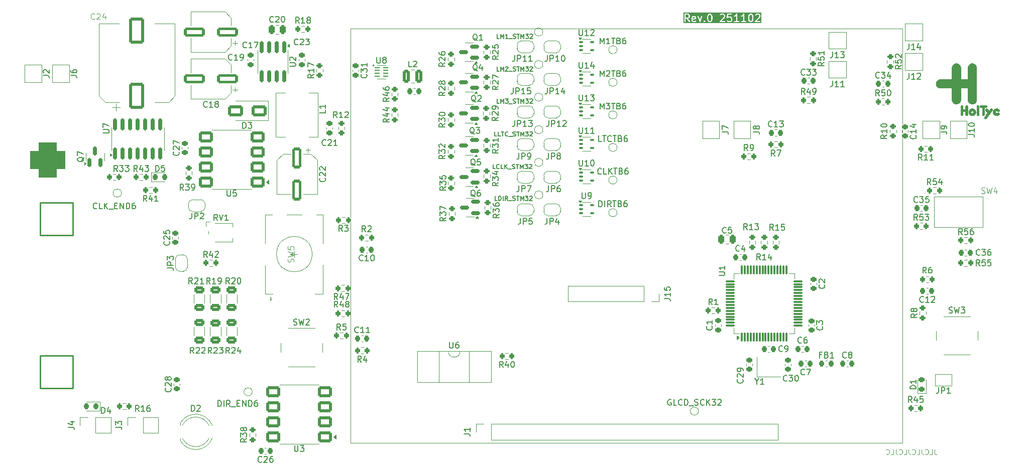
<source format=gto>
%TF.GenerationSoftware,KiCad,Pcbnew,8.0.8-8.0.8-0~ubuntu24.04.1*%
%TF.CreationDate,2025-02-12T10:46:20-05:00*%
%TF.ProjectId,Strojni_posuv,5374726f-6a6e-4695-9f70-6f7375762e6b,rev?*%
%TF.SameCoordinates,Original*%
%TF.FileFunction,Legend,Top*%
%TF.FilePolarity,Positive*%
%FSLAX46Y46*%
G04 Gerber Fmt 4.6, Leading zero omitted, Abs format (unit mm)*
G04 Created by KiCad (PCBNEW 8.0.8-8.0.8-0~ubuntu24.04.1) date 2025-02-12 10:46:20*
%MOMM*%
%LPD*%
G01*
G04 APERTURE LIST*
G04 Aperture macros list*
%AMRoundRect*
0 Rectangle with rounded corners*
0 $1 Rounding radius*
0 $2 $3 $4 $5 $6 $7 $8 $9 X,Y pos of 4 corners*
0 Add a 4 corners polygon primitive as box body*
4,1,4,$2,$3,$4,$5,$6,$7,$8,$9,$2,$3,0*
0 Add four circle primitives for the rounded corners*
1,1,$1+$1,$2,$3*
1,1,$1+$1,$4,$5*
1,1,$1+$1,$6,$7*
1,1,$1+$1,$8,$9*
0 Add four rect primitives between the rounded corners*
20,1,$1+$1,$2,$3,$4,$5,0*
20,1,$1+$1,$4,$5,$6,$7,0*
20,1,$1+$1,$6,$7,$8,$9,0*
20,1,$1+$1,$8,$9,$2,$3,0*%
%AMFreePoly0*
4,1,19,0.500000,-0.750000,0.000000,-0.750000,0.000000,-0.744911,-0.071157,-0.744911,-0.207708,-0.704816,-0.327430,-0.627875,-0.420627,-0.520320,-0.479746,-0.390866,-0.500000,-0.250000,-0.500000,0.250000,-0.479746,0.390866,-0.420627,0.520320,-0.327430,0.627875,-0.207708,0.704816,-0.071157,0.744911,0.000000,0.744911,0.000000,0.750000,0.500000,0.750000,0.500000,-0.750000,0.500000,-0.750000,
$1*%
%AMFreePoly1*
4,1,19,0.000000,0.744911,0.071157,0.744911,0.207708,0.704816,0.327430,0.627875,0.420627,0.520320,0.479746,0.390866,0.500000,0.250000,0.500000,-0.250000,0.479746,-0.390866,0.420627,-0.520320,0.327430,-0.627875,0.207708,-0.704816,0.071157,-0.744911,0.000000,-0.744911,0.000000,-0.750000,-0.500000,-0.750000,-0.500000,0.750000,0.000000,0.750000,0.000000,0.744911,0.000000,0.744911,
$1*%
%AMFreePoly2*
4,1,6,1.000000,0.000000,0.500000,-0.750000,-0.500000,-0.750000,-0.500000,0.750000,0.500000,0.750000,1.000000,0.000000,1.000000,0.000000,$1*%
%AMFreePoly3*
4,1,6,0.500000,-0.750000,-0.650000,-0.750000,-0.150000,0.000000,-0.650000,0.750000,0.500000,0.750000,0.500000,-0.750000,0.500000,-0.750000,$1*%
G04 Aperture macros list end*
%ADD10C,0.100000*%
%ADD11C,0.200000*%
%ADD12C,0.150000*%
%ADD13C,0.120000*%
%ADD14C,0.000000*%
%ADD15RoundRect,0.250000X1.500000X0.550000X-1.500000X0.550000X-1.500000X-0.550000X1.500000X-0.550000X0*%
%ADD16FreePoly0,180.000000*%
%ADD17FreePoly1,180.000000*%
%ADD18RoundRect,0.150000X0.150000X-0.587500X0.150000X0.587500X-0.150000X0.587500X-0.150000X-0.587500X0*%
%ADD19RoundRect,0.200000X0.200000X0.275000X-0.200000X0.275000X-0.200000X-0.275000X0.200000X-0.275000X0*%
%ADD20RoundRect,0.200000X0.275000X-0.200000X0.275000X0.200000X-0.275000X0.200000X-0.275000X-0.200000X0*%
%ADD21RoundRect,0.225000X-0.225000X-0.250000X0.225000X-0.250000X0.225000X0.250000X-0.225000X0.250000X0*%
%ADD22RoundRect,0.200000X-0.275000X0.200000X-0.275000X-0.200000X0.275000X-0.200000X0.275000X0.200000X0*%
%ADD23C,2.000000*%
%ADD24RoundRect,0.200000X-0.200000X-0.275000X0.200000X-0.275000X0.200000X0.275000X-0.200000X0.275000X0*%
%ADD25C,1.000000*%
%ADD26R,1.400000X1.200000*%
%ADD27RoundRect,0.150000X0.587500X0.150000X-0.587500X0.150000X-0.587500X-0.150000X0.587500X-0.150000X0*%
%ADD28RoundRect,0.250000X0.625000X-0.312500X0.625000X0.312500X-0.625000X0.312500X-0.625000X-0.312500X0*%
%ADD29RoundRect,0.225000X-0.250000X0.225000X-0.250000X-0.225000X0.250000X-0.225000X0.250000X0.225000X0*%
%ADD30RoundRect,0.100000X-0.225000X-0.100000X0.225000X-0.100000X0.225000X0.100000X-0.225000X0.100000X0*%
%ADD31FreePoly0,90.000000*%
%ADD32FreePoly1,90.000000*%
%ADD33RoundRect,0.218750X0.256250X-0.218750X0.256250X0.218750X-0.256250X0.218750X-0.256250X-0.218750X0*%
%ADD34C,2.600000*%
%ADD35RoundRect,0.225000X0.250000X-0.225000X0.250000X0.225000X-0.250000X0.225000X-0.250000X-0.225000X0*%
%ADD36RoundRect,0.250000X1.000000X0.650000X-1.000000X0.650000X-1.000000X-0.650000X1.000000X-0.650000X0*%
%ADD37R,2.000000X2.000000*%
%ADD38R,2.500000X3.000000*%
%ADD39RoundRect,0.250000X-0.375000X-0.850000X0.375000X-0.850000X0.375000X0.850000X-0.375000X0.850000X0*%
%ADD40RoundRect,0.250000X-0.250000X-0.475000X0.250000X-0.475000X0.250000X0.475000X-0.250000X0.475000X0*%
%ADD41R,1.700000X1.700000*%
%ADD42O,1.700000X1.700000*%
%ADD43RoundRect,0.250000X0.250000X0.475000X-0.250000X0.475000X-0.250000X-0.475000X0.250000X-0.475000X0*%
%ADD44RoundRect,0.150000X-0.150000X0.825000X-0.150000X-0.825000X0.150000X-0.825000X0.150000X0.825000X0*%
%ADD45R,3.000000X2.290000*%
%ADD46RoundRect,0.218750X-0.218750X-0.256250X0.218750X-0.256250X0.218750X0.256250X-0.218750X0.256250X0*%
%ADD47RoundRect,0.225000X0.225000X0.250000X-0.225000X0.250000X-0.225000X-0.250000X0.225000X-0.250000X0*%
%ADD48RoundRect,0.062500X-0.337500X-0.062500X0.337500X-0.062500X0.337500X0.062500X-0.337500X0.062500X0*%
%ADD49C,2.400000*%
%ADD50RoundRect,0.150000X0.150000X-0.825000X0.150000X0.825000X-0.150000X0.825000X-0.150000X-0.825000X0*%
%ADD51RoundRect,0.250000X1.000000X-1.950000X1.000000X1.950000X-1.000000X1.950000X-1.000000X-1.950000X0*%
%ADD52RoundRect,0.250000X0.900000X0.675000X-0.900000X0.675000X-0.900000X-0.675000X0.900000X-0.675000X0*%
%ADD53R,1.200000X1.200000*%
%ADD54R,1.500000X1.600000*%
%ADD55RoundRect,0.075000X0.075000X-0.700000X0.075000X0.700000X-0.075000X0.700000X-0.075000X-0.700000X0*%
%ADD56RoundRect,0.075000X0.700000X-0.075000X0.700000X0.075000X-0.700000X0.075000X-0.700000X-0.075000X0*%
%ADD57FreePoly2,180.000000*%
%ADD58FreePoly3,180.000000*%
%ADD59RoundRect,0.218750X0.218750X0.256250X-0.218750X0.256250X-0.218750X-0.256250X0.218750X-0.256250X0*%
%ADD60RoundRect,0.250000X-0.550000X1.500000X-0.550000X-1.500000X0.550000X-1.500000X0.550000X1.500000X0*%
%ADD61R,3.500000X2.350000*%
%ADD62R,3.100000X1.600000*%
%ADD63R,1.800000X1.800000*%
%ADD64C,1.800000*%
%ADD65RoundRect,1.500000X1.500000X-1.500000X1.500000X1.500000X-1.500000X1.500000X-1.500000X-1.500000X0*%
%ADD66C,6.000000*%
%ADD67C,1.604000*%
%ADD68RoundRect,0.102000X2.758000X-2.758000X2.758000X2.758000X-2.758000X2.758000X-2.758000X-2.758000X0*%
G04 APERTURE END LIST*
D10*
X108560000Y-34900000D02*
X201560000Y-34900000D01*
X201560000Y-104900000D01*
X108560000Y-104900000D01*
X108560000Y-34900000D01*
D11*
G36*
X166580851Y-33037349D02*
G01*
X166614911Y-33105467D01*
X166614911Y-33118928D01*
X166219673Y-33197976D01*
X166219673Y-33105469D01*
X166253732Y-33037349D01*
X166321851Y-33003290D01*
X166512732Y-33003290D01*
X166580851Y-33037349D01*
G37*
G36*
X169215198Y-32628332D02*
G01*
X169251773Y-32664906D01*
X169299132Y-32759625D01*
X169353006Y-32975123D01*
X169353006Y-33248123D01*
X169299132Y-33463621D01*
X169251773Y-33558340D01*
X169215198Y-33594914D01*
X169131780Y-33636623D01*
X169059947Y-33636623D01*
X168976527Y-33594913D01*
X168939953Y-33558339D01*
X168892596Y-33463623D01*
X168838721Y-33248123D01*
X168838721Y-32975124D01*
X168892596Y-32759623D01*
X168939953Y-32664907D01*
X168976527Y-32628332D01*
X169059948Y-32586623D01*
X169131780Y-32586623D01*
X169215198Y-32628332D01*
G37*
G36*
X176119959Y-32628332D02*
G01*
X176156534Y-32664906D01*
X176203893Y-32759625D01*
X176257767Y-32975123D01*
X176257767Y-33248123D01*
X176203893Y-33463621D01*
X176156534Y-33558340D01*
X176119959Y-33594914D01*
X176036541Y-33636623D01*
X175964708Y-33636623D01*
X175881288Y-33594913D01*
X175844714Y-33558339D01*
X175797357Y-33463623D01*
X175743482Y-33248123D01*
X175743482Y-32975124D01*
X175797357Y-32759623D01*
X175844714Y-32664907D01*
X175881288Y-32628332D01*
X175964709Y-32586623D01*
X176036541Y-32586623D01*
X176119959Y-32628332D01*
G37*
G36*
X165465199Y-32628332D02*
G01*
X165501771Y-32664905D01*
X165543482Y-32748326D01*
X165543482Y-32879682D01*
X165501772Y-32963101D01*
X165465198Y-32999676D01*
X165381780Y-33041385D01*
X165029197Y-33041385D01*
X165029197Y-32586623D01*
X165381780Y-32586623D01*
X165465199Y-32628332D01*
G37*
G36*
X177787132Y-33975512D02*
G01*
X164690308Y-33975512D01*
X164690308Y-32486623D01*
X164829197Y-32486623D01*
X164829197Y-33736623D01*
X164831118Y-33756132D01*
X164846050Y-33792180D01*
X164873640Y-33819770D01*
X164909688Y-33834702D01*
X164948706Y-33834702D01*
X164984754Y-33819770D01*
X165012344Y-33792180D01*
X165027276Y-33756132D01*
X165029197Y-33736623D01*
X165029197Y-33241385D01*
X165174751Y-33241385D01*
X165561559Y-33793969D01*
X165574320Y-33808850D01*
X165607225Y-33829819D01*
X165645649Y-33836599D01*
X165683744Y-33828160D01*
X165715709Y-33805785D01*
X165736678Y-33772880D01*
X165743458Y-33734455D01*
X165735019Y-33696361D01*
X165725405Y-33679277D01*
X165418010Y-33240141D01*
X165424896Y-33239464D01*
X165428216Y-33238088D01*
X165431800Y-33237834D01*
X165450108Y-33230828D01*
X165569157Y-33171304D01*
X165577555Y-33166017D01*
X165579992Y-33165008D01*
X165582735Y-33162756D01*
X165585747Y-33160861D01*
X165587479Y-33158863D01*
X165595146Y-33152572D01*
X165654669Y-33093049D01*
X165660962Y-33085380D01*
X165662958Y-33083650D01*
X165664084Y-33081861D01*
X166019673Y-33081861D01*
X166019673Y-33558052D01*
X166021594Y-33577561D01*
X166022969Y-33580881D01*
X166023224Y-33584465D01*
X166030230Y-33602773D01*
X166089754Y-33721822D01*
X166091808Y-33725086D01*
X166092321Y-33726623D01*
X166093980Y-33728536D01*
X166100197Y-33738412D01*
X166109672Y-33746629D01*
X166117886Y-33756100D01*
X166127757Y-33762313D01*
X166129674Y-33763976D01*
X166131212Y-33764489D01*
X166134476Y-33766543D01*
X166253523Y-33826066D01*
X166271831Y-33833072D01*
X166275414Y-33833326D01*
X166278735Y-33834702D01*
X166298244Y-33836623D01*
X166536339Y-33836623D01*
X166555848Y-33834702D01*
X166559168Y-33833326D01*
X166562751Y-33833072D01*
X166581060Y-33826066D01*
X166700108Y-33766543D01*
X166716698Y-33756100D01*
X166742263Y-33726624D01*
X166754601Y-33689608D01*
X166751836Y-33650688D01*
X166734387Y-33615789D01*
X166704910Y-33590224D01*
X166667895Y-33577885D01*
X166628975Y-33580651D01*
X166610666Y-33587657D01*
X166512732Y-33636623D01*
X166321851Y-33636623D01*
X166253732Y-33602564D01*
X166219673Y-33534445D01*
X166219673Y-33401937D01*
X166734418Y-33298988D01*
X166734420Y-33298988D01*
X166734421Y-33298987D01*
X166734523Y-33298967D01*
X166753276Y-33293257D01*
X166761416Y-33287805D01*
X166770468Y-33284056D01*
X166777467Y-33277056D01*
X166785696Y-33271546D01*
X166791131Y-33263392D01*
X166798058Y-33256466D01*
X166801846Y-33247319D01*
X166807339Y-33239081D01*
X166809240Y-33229470D01*
X166812990Y-33220418D01*
X166814911Y-33200909D01*
X166814911Y-33081861D01*
X166812990Y-33062352D01*
X166811614Y-33059031D01*
X166811360Y-33055448D01*
X166804354Y-33037140D01*
X166744830Y-32918092D01*
X166744712Y-32917905D01*
X167032651Y-32917905D01*
X167037404Y-32936924D01*
X167335023Y-33770257D01*
X167343394Y-33787983D01*
X167346762Y-33791703D01*
X167348911Y-33796240D01*
X167359761Y-33806062D01*
X167369580Y-33816909D01*
X167374114Y-33819056D01*
X167377837Y-33822427D01*
X167391623Y-33827350D01*
X167404842Y-33833612D01*
X167409853Y-33833861D01*
X167414582Y-33835550D01*
X167429197Y-33834823D01*
X167443812Y-33835550D01*
X167448540Y-33833861D01*
X167453552Y-33833612D01*
X167466770Y-33827350D01*
X167480557Y-33822427D01*
X167484279Y-33819056D01*
X167488814Y-33816909D01*
X167498634Y-33806060D01*
X167509483Y-33796240D01*
X167511630Y-33791705D01*
X167515001Y-33787983D01*
X167523371Y-33770257D01*
X167563609Y-33657591D01*
X168045404Y-33657591D01*
X168045404Y-33696609D01*
X168053764Y-33716791D01*
X168060336Y-33732658D01*
X168072773Y-33747811D01*
X168132297Y-33807334D01*
X168147450Y-33819771D01*
X168171710Y-33829819D01*
X168183498Y-33834702D01*
X168183499Y-33834702D01*
X168222516Y-33834702D01*
X168252150Y-33822427D01*
X168258565Y-33819770D01*
X168258569Y-33819765D01*
X168273718Y-33807334D01*
X168333241Y-33747811D01*
X168345677Y-33732658D01*
X168357965Y-33702990D01*
X168360608Y-33696610D01*
X168360609Y-33657592D01*
X168345678Y-33621543D01*
X168333241Y-33606390D01*
X168273718Y-33546866D01*
X168258570Y-33534433D01*
X168258565Y-33534428D01*
X168222516Y-33519497D01*
X168183498Y-33519497D01*
X168147450Y-33534428D01*
X168132297Y-33546865D01*
X168072772Y-33606389D01*
X168060340Y-33621537D01*
X168060335Y-33621543D01*
X168052194Y-33641199D01*
X168045404Y-33657591D01*
X167563609Y-33657591D01*
X167811743Y-32962814D01*
X168638721Y-32962814D01*
X168638721Y-33260433D01*
X168639056Y-33263835D01*
X168638839Y-33265294D01*
X168639918Y-33272591D01*
X168640642Y-33279942D01*
X168641206Y-33281305D01*
X168641707Y-33284687D01*
X168701231Y-33522782D01*
X168701744Y-33524220D01*
X168701796Y-33524940D01*
X168704899Y-33533050D01*
X168707826Y-33541242D01*
X168708256Y-33541822D01*
X168708802Y-33543249D01*
X168768325Y-33662297D01*
X168773610Y-33670693D01*
X168774621Y-33673133D01*
X168776874Y-33675879D01*
X168778768Y-33678887D01*
X168780762Y-33680617D01*
X168787057Y-33688287D01*
X168846582Y-33747811D01*
X168854251Y-33754105D01*
X168855981Y-33756100D01*
X168858985Y-33757991D01*
X168861735Y-33760248D01*
X168864178Y-33761260D01*
X168872571Y-33766543D01*
X168991619Y-33826066D01*
X169009928Y-33833072D01*
X169013510Y-33833326D01*
X169016831Y-33834702D01*
X169036340Y-33836623D01*
X169155387Y-33836623D01*
X169174896Y-33834702D01*
X169178216Y-33833326D01*
X169181799Y-33833072D01*
X169200108Y-33826066D01*
X169319156Y-33766543D01*
X169327552Y-33761257D01*
X169329992Y-33760247D01*
X169332738Y-33757993D01*
X169335746Y-33756100D01*
X169337476Y-33754105D01*
X169345146Y-33747811D01*
X169375842Y-33717114D01*
X170723975Y-33717114D01*
X170723975Y-33756132D01*
X170738907Y-33792180D01*
X170766497Y-33819770D01*
X170802545Y-33834702D01*
X170822054Y-33836623D01*
X171595863Y-33836623D01*
X171615372Y-33834702D01*
X171651420Y-33819770D01*
X171679010Y-33792180D01*
X171693942Y-33756132D01*
X171693942Y-33717114D01*
X171679010Y-33681066D01*
X171651420Y-33653476D01*
X171615372Y-33638544D01*
X171595863Y-33636623D01*
X171063476Y-33636623D01*
X171607050Y-33093049D01*
X171608310Y-33091514D01*
X171972521Y-33091514D01*
X171973975Y-33096333D01*
X171973975Y-33101369D01*
X171979569Y-33114875D01*
X171983791Y-33128869D01*
X171986978Y-33132765D01*
X171988906Y-33137418D01*
X171999245Y-33147757D01*
X172008499Y-33159067D01*
X172012934Y-33161446D01*
X172016496Y-33165008D01*
X172030002Y-33170602D01*
X172042883Y-33177512D01*
X172047894Y-33178013D01*
X172052544Y-33179939D01*
X172067159Y-33179939D01*
X172081707Y-33181394D01*
X172086526Y-33179939D01*
X172091562Y-33179940D01*
X172105068Y-33174345D01*
X172119062Y-33170124D01*
X172122958Y-33166936D01*
X172127611Y-33165009D01*
X172142764Y-33152572D01*
X172190811Y-33104524D01*
X172274232Y-33062814D01*
X172524637Y-33062814D01*
X172608057Y-33104524D01*
X172644629Y-33141096D01*
X172686339Y-33224515D01*
X172686339Y-33474921D01*
X172644629Y-33558340D01*
X172608055Y-33594914D01*
X172524637Y-33636623D01*
X172274232Y-33636623D01*
X172190813Y-33594914D01*
X172142765Y-33546865D01*
X172127611Y-33534429D01*
X172091563Y-33519497D01*
X172052545Y-33519497D01*
X172016497Y-33534429D01*
X171988907Y-33562019D01*
X171973975Y-33598067D01*
X171973975Y-33637085D01*
X171988907Y-33673133D01*
X172001343Y-33688287D01*
X172060868Y-33747811D01*
X172068537Y-33754105D01*
X172070267Y-33756100D01*
X172073271Y-33757991D01*
X172076021Y-33760248D01*
X172078464Y-33761260D01*
X172086857Y-33766543D01*
X172205904Y-33826066D01*
X172224212Y-33833072D01*
X172227795Y-33833326D01*
X172231116Y-33834702D01*
X172250625Y-33836623D01*
X172548244Y-33836623D01*
X172567753Y-33834702D01*
X172571073Y-33833326D01*
X172574656Y-33833072D01*
X172592965Y-33826066D01*
X172712013Y-33766543D01*
X172720409Y-33761257D01*
X172722849Y-33760247D01*
X172725595Y-33757993D01*
X172728603Y-33756100D01*
X172730333Y-33754105D01*
X172738003Y-33747811D01*
X172797527Y-33688286D01*
X172803821Y-33680616D01*
X172805816Y-33678887D01*
X172807707Y-33675882D01*
X172809964Y-33673133D01*
X172810976Y-33670689D01*
X172816259Y-33662297D01*
X172875782Y-33543249D01*
X172882788Y-33524940D01*
X172883042Y-33521357D01*
X172884418Y-33518037D01*
X172886339Y-33498528D01*
X172886339Y-33200909D01*
X172884418Y-33181400D01*
X172883042Y-33178079D01*
X172882788Y-33174497D01*
X172875782Y-33156188D01*
X172816259Y-33037140D01*
X172810974Y-33028744D01*
X172809963Y-33026303D01*
X172807707Y-33023555D01*
X172805816Y-33020550D01*
X172803820Y-33018819D01*
X172797526Y-33011150D01*
X172738002Y-32951627D01*
X172730335Y-32945334D01*
X172728604Y-32943338D01*
X172725595Y-32941444D01*
X172722849Y-32939190D01*
X172720408Y-32938179D01*
X172712014Y-32932895D01*
X172592965Y-32873371D01*
X172574657Y-32866365D01*
X172571073Y-32866110D01*
X172567753Y-32864735D01*
X172548244Y-32862814D01*
X172250625Y-32862814D01*
X172231116Y-32864735D01*
X172227795Y-32866110D01*
X172224212Y-32866365D01*
X172205904Y-32873371D01*
X172192744Y-32879950D01*
X172197613Y-32831259D01*
X173163315Y-32831259D01*
X173166081Y-32870179D01*
X173183530Y-32905078D01*
X173213007Y-32930642D01*
X173250023Y-32942981D01*
X173288943Y-32940215D01*
X173307252Y-32933209D01*
X173426299Y-32873684D01*
X173434691Y-32868401D01*
X173437134Y-32867390D01*
X173439881Y-32865134D01*
X173442889Y-32863242D01*
X173444620Y-32861245D01*
X173452287Y-32854953D01*
X173519673Y-32787568D01*
X173519673Y-33636623D01*
X173262530Y-33636623D01*
X173243021Y-33638544D01*
X173206973Y-33653476D01*
X173179383Y-33681066D01*
X173164451Y-33717114D01*
X173164451Y-33756132D01*
X173179383Y-33792180D01*
X173206973Y-33819770D01*
X173243021Y-33834702D01*
X173262530Y-33836623D01*
X173976815Y-33836623D01*
X173996324Y-33834702D01*
X174032372Y-33819770D01*
X174059962Y-33792180D01*
X174074894Y-33756132D01*
X174074894Y-33717114D01*
X174059962Y-33681066D01*
X174032372Y-33653476D01*
X173996324Y-33638544D01*
X173976815Y-33636623D01*
X173719673Y-33636623D01*
X173719673Y-32831259D01*
X174353791Y-32831259D01*
X174356557Y-32870179D01*
X174374006Y-32905078D01*
X174403483Y-32930642D01*
X174440499Y-32942981D01*
X174479419Y-32940215D01*
X174497728Y-32933209D01*
X174616775Y-32873684D01*
X174625167Y-32868401D01*
X174627610Y-32867390D01*
X174630357Y-32865134D01*
X174633365Y-32863242D01*
X174635096Y-32861245D01*
X174642763Y-32854953D01*
X174710149Y-32787568D01*
X174710149Y-33636623D01*
X174453006Y-33636623D01*
X174433497Y-33638544D01*
X174397449Y-33653476D01*
X174369859Y-33681066D01*
X174354927Y-33717114D01*
X174354927Y-33756132D01*
X174369859Y-33792180D01*
X174397449Y-33819770D01*
X174433497Y-33834702D01*
X174453006Y-33836623D01*
X175167291Y-33836623D01*
X175186800Y-33834702D01*
X175222848Y-33819770D01*
X175250438Y-33792180D01*
X175265370Y-33756132D01*
X175265370Y-33717114D01*
X175250438Y-33681066D01*
X175222848Y-33653476D01*
X175186800Y-33638544D01*
X175167291Y-33636623D01*
X174910149Y-33636623D01*
X174910149Y-32962814D01*
X175543482Y-32962814D01*
X175543482Y-33260433D01*
X175543817Y-33263835D01*
X175543600Y-33265294D01*
X175544679Y-33272591D01*
X175545403Y-33279942D01*
X175545967Y-33281305D01*
X175546468Y-33284687D01*
X175605992Y-33522782D01*
X175606505Y-33524220D01*
X175606557Y-33524940D01*
X175609660Y-33533050D01*
X175612587Y-33541242D01*
X175613017Y-33541822D01*
X175613563Y-33543249D01*
X175673086Y-33662297D01*
X175678371Y-33670693D01*
X175679382Y-33673133D01*
X175681635Y-33675879D01*
X175683529Y-33678887D01*
X175685523Y-33680617D01*
X175691818Y-33688287D01*
X175751343Y-33747811D01*
X175759012Y-33754105D01*
X175760742Y-33756100D01*
X175763746Y-33757991D01*
X175766496Y-33760248D01*
X175768939Y-33761260D01*
X175777332Y-33766543D01*
X175896380Y-33826066D01*
X175914689Y-33833072D01*
X175918271Y-33833326D01*
X175921592Y-33834702D01*
X175941101Y-33836623D01*
X176060148Y-33836623D01*
X176079657Y-33834702D01*
X176082977Y-33833326D01*
X176086560Y-33833072D01*
X176104869Y-33826066D01*
X176223917Y-33766543D01*
X176232313Y-33761257D01*
X176234753Y-33760247D01*
X176237499Y-33757993D01*
X176240507Y-33756100D01*
X176242237Y-33754105D01*
X176249907Y-33747811D01*
X176280603Y-33717114D01*
X176676355Y-33717114D01*
X176676355Y-33756132D01*
X176691287Y-33792180D01*
X176718877Y-33819770D01*
X176754925Y-33834702D01*
X176774434Y-33836623D01*
X177548243Y-33836623D01*
X177567752Y-33834702D01*
X177603800Y-33819770D01*
X177631390Y-33792180D01*
X177646322Y-33756132D01*
X177646322Y-33717114D01*
X177631390Y-33681066D01*
X177603800Y-33653476D01*
X177567752Y-33638544D01*
X177548243Y-33636623D01*
X177015856Y-33636623D01*
X177559430Y-33093049D01*
X177571867Y-33077896D01*
X177573241Y-33074576D01*
X177575597Y-33071861D01*
X177583588Y-33053960D01*
X177643111Y-32875388D01*
X177645310Y-32865717D01*
X177646322Y-32863275D01*
X177646670Y-32859735D01*
X177647458Y-32856273D01*
X177647270Y-32853639D01*
X177648243Y-32843766D01*
X177648243Y-32724719D01*
X177646322Y-32705210D01*
X177644946Y-32701889D01*
X177644692Y-32698307D01*
X177637686Y-32679998D01*
X177578163Y-32560950D01*
X177572880Y-32552557D01*
X177571868Y-32550114D01*
X177569611Y-32547364D01*
X177567720Y-32544360D01*
X177565725Y-32542630D01*
X177559431Y-32534961D01*
X177499907Y-32475436D01*
X177492240Y-32469144D01*
X177490508Y-32467147D01*
X177487496Y-32465251D01*
X177484753Y-32463000D01*
X177482316Y-32461990D01*
X177473918Y-32456704D01*
X177354869Y-32397180D01*
X177336561Y-32390174D01*
X177332977Y-32389919D01*
X177329657Y-32388544D01*
X177310148Y-32386623D01*
X177012529Y-32386623D01*
X176993020Y-32388544D01*
X176989699Y-32389919D01*
X176986116Y-32390174D01*
X176967808Y-32397180D01*
X176848760Y-32456704D01*
X176840365Y-32461988D01*
X176837925Y-32462999D01*
X176835178Y-32465253D01*
X176832170Y-32467147D01*
X176830438Y-32469143D01*
X176822772Y-32475436D01*
X176763247Y-32534960D01*
X176750811Y-32550114D01*
X176735879Y-32586162D01*
X176735879Y-32625180D01*
X176750811Y-32661228D01*
X176778401Y-32688818D01*
X176814449Y-32703750D01*
X176853467Y-32703750D01*
X176889515Y-32688818D01*
X176904669Y-32676382D01*
X176952716Y-32628333D01*
X177036136Y-32586623D01*
X177286541Y-32586623D01*
X177369959Y-32628332D01*
X177406533Y-32664906D01*
X177448243Y-32748325D01*
X177448243Y-32827537D01*
X177401317Y-32968318D01*
X176703723Y-33665912D01*
X176691288Y-33681065D01*
X176691287Y-33681066D01*
X176676355Y-33717114D01*
X176280603Y-33717114D01*
X176309431Y-33688286D01*
X176315723Y-33680619D01*
X176317720Y-33678888D01*
X176319613Y-33675880D01*
X176321868Y-33673133D01*
X176322879Y-33670691D01*
X176328163Y-33662297D01*
X176387687Y-33543249D01*
X176388232Y-33541822D01*
X176388663Y-33541242D01*
X176391584Y-33533065D01*
X176394693Y-33524941D01*
X176394744Y-33524218D01*
X176395258Y-33522781D01*
X176454781Y-33284686D01*
X176455280Y-33281306D01*
X176455846Y-33279942D01*
X176456570Y-33272588D01*
X176457649Y-33265293D01*
X176457432Y-33263834D01*
X176457767Y-33260433D01*
X176457767Y-32962814D01*
X176457432Y-32959412D01*
X176457649Y-32957954D01*
X176456570Y-32950658D01*
X176455846Y-32943305D01*
X176455280Y-32941940D01*
X176454781Y-32938561D01*
X176395258Y-32700466D01*
X176394744Y-32699028D01*
X176394693Y-32698306D01*
X176391584Y-32690181D01*
X176388663Y-32682005D01*
X176388232Y-32681424D01*
X176387687Y-32679998D01*
X176328163Y-32560950D01*
X176322879Y-32552555D01*
X176321868Y-32550114D01*
X176319613Y-32547366D01*
X176317720Y-32544359D01*
X176315723Y-32542627D01*
X176309431Y-32534961D01*
X176249907Y-32475436D01*
X176242240Y-32469144D01*
X176240508Y-32467147D01*
X176237496Y-32465251D01*
X176234753Y-32463000D01*
X176232316Y-32461990D01*
X176223918Y-32456704D01*
X176104869Y-32397180D01*
X176086561Y-32390174D01*
X176082977Y-32389919D01*
X176079657Y-32388544D01*
X176060148Y-32386623D01*
X175941101Y-32386623D01*
X175921592Y-32388544D01*
X175918271Y-32389919D01*
X175914688Y-32390174D01*
X175896380Y-32397180D01*
X175777332Y-32456704D01*
X175768937Y-32461987D01*
X175766496Y-32462999D01*
X175763748Y-32465253D01*
X175760741Y-32467147D01*
X175759009Y-32469143D01*
X175751343Y-32475436D01*
X175691818Y-32534960D01*
X175685523Y-32542629D01*
X175683529Y-32544360D01*
X175681635Y-32547367D01*
X175679382Y-32550114D01*
X175678371Y-32552553D01*
X175673086Y-32560950D01*
X175613563Y-32679998D01*
X175613017Y-32681424D01*
X175612587Y-32682005D01*
X175609660Y-32690196D01*
X175606557Y-32698307D01*
X175606505Y-32699026D01*
X175605992Y-32700465D01*
X175546468Y-32938560D01*
X175545967Y-32941941D01*
X175545403Y-32943305D01*
X175544679Y-32950655D01*
X175543600Y-32957953D01*
X175543817Y-32959411D01*
X175543482Y-32962814D01*
X174910149Y-32962814D01*
X174910149Y-32486623D01*
X174910142Y-32486552D01*
X174910149Y-32486518D01*
X174910128Y-32486416D01*
X174908228Y-32467114D01*
X174904438Y-32457965D01*
X174902497Y-32448258D01*
X174897045Y-32440117D01*
X174893296Y-32431066D01*
X174886296Y-32424066D01*
X174880786Y-32415838D01*
X174872632Y-32410402D01*
X174865706Y-32403476D01*
X174856559Y-32399687D01*
X174848321Y-32394195D01*
X174838710Y-32392293D01*
X174829658Y-32388544D01*
X174819756Y-32388544D01*
X174810045Y-32386623D01*
X174800440Y-32388544D01*
X174790640Y-32388544D01*
X174781491Y-32392333D01*
X174771784Y-32394275D01*
X174763643Y-32399726D01*
X174754592Y-32403476D01*
X174747592Y-32410475D01*
X174739364Y-32415986D01*
X174727075Y-32430992D01*
X174727002Y-32431066D01*
X174726988Y-32431098D01*
X174726944Y-32431153D01*
X174613388Y-32601486D01*
X174512818Y-32702055D01*
X174408284Y-32754323D01*
X174391694Y-32764766D01*
X174366130Y-32794243D01*
X174353791Y-32831259D01*
X173719673Y-32831259D01*
X173719673Y-32486623D01*
X173719666Y-32486552D01*
X173719673Y-32486518D01*
X173719652Y-32486416D01*
X173717752Y-32467114D01*
X173713962Y-32457965D01*
X173712021Y-32448258D01*
X173706569Y-32440117D01*
X173702820Y-32431066D01*
X173695820Y-32424066D01*
X173690310Y-32415838D01*
X173682156Y-32410402D01*
X173675230Y-32403476D01*
X173666083Y-32399687D01*
X173657845Y-32394195D01*
X173648234Y-32392293D01*
X173639182Y-32388544D01*
X173629280Y-32388544D01*
X173619569Y-32386623D01*
X173609964Y-32388544D01*
X173600164Y-32388544D01*
X173591015Y-32392333D01*
X173581308Y-32394275D01*
X173573167Y-32399726D01*
X173564116Y-32403476D01*
X173557116Y-32410475D01*
X173548888Y-32415986D01*
X173536599Y-32430992D01*
X173536526Y-32431066D01*
X173536512Y-32431098D01*
X173536468Y-32431153D01*
X173422912Y-32601486D01*
X173322342Y-32702055D01*
X173217808Y-32754323D01*
X173201218Y-32764766D01*
X173175654Y-32794243D01*
X173163315Y-32831259D01*
X172197613Y-32831259D01*
X172222077Y-32586623D01*
X172726816Y-32586623D01*
X172746325Y-32584702D01*
X172782373Y-32569770D01*
X172809963Y-32542180D01*
X172824895Y-32506132D01*
X172824895Y-32467114D01*
X172809963Y-32431066D01*
X172782373Y-32403476D01*
X172746325Y-32388544D01*
X172726816Y-32386623D01*
X172131578Y-32386623D01*
X172124366Y-32387333D01*
X172121925Y-32387089D01*
X172119541Y-32387808D01*
X172112069Y-32388544D01*
X172098568Y-32394136D01*
X172084570Y-32398360D01*
X172080671Y-32401549D01*
X172076021Y-32403476D01*
X172065686Y-32413810D01*
X172054372Y-32423068D01*
X172051991Y-32427505D01*
X172048431Y-32431066D01*
X172042837Y-32444568D01*
X172035927Y-32457451D01*
X172034450Y-32464817D01*
X172033499Y-32467114D01*
X172033499Y-32469563D01*
X172032074Y-32476672D01*
X171972550Y-33071911D01*
X171972521Y-33091514D01*
X171608310Y-33091514D01*
X171619487Y-33077896D01*
X171620861Y-33074576D01*
X171623217Y-33071861D01*
X171631208Y-33053960D01*
X171690731Y-32875388D01*
X171692930Y-32865717D01*
X171693942Y-32863275D01*
X171694290Y-32859735D01*
X171695078Y-32856273D01*
X171694890Y-32853639D01*
X171695863Y-32843766D01*
X171695863Y-32724719D01*
X171693942Y-32705210D01*
X171692566Y-32701889D01*
X171692312Y-32698307D01*
X171685306Y-32679998D01*
X171625783Y-32560950D01*
X171620500Y-32552557D01*
X171619488Y-32550114D01*
X171617231Y-32547364D01*
X171615340Y-32544360D01*
X171613345Y-32542630D01*
X171607051Y-32534961D01*
X171547527Y-32475436D01*
X171539860Y-32469144D01*
X171538128Y-32467147D01*
X171535116Y-32465251D01*
X171532373Y-32463000D01*
X171529936Y-32461990D01*
X171521538Y-32456704D01*
X171402489Y-32397180D01*
X171384181Y-32390174D01*
X171380597Y-32389919D01*
X171377277Y-32388544D01*
X171357768Y-32386623D01*
X171060149Y-32386623D01*
X171040640Y-32388544D01*
X171037319Y-32389919D01*
X171033736Y-32390174D01*
X171015428Y-32397180D01*
X170896380Y-32456704D01*
X170887985Y-32461988D01*
X170885545Y-32462999D01*
X170882798Y-32465253D01*
X170879790Y-32467147D01*
X170878058Y-32469143D01*
X170870392Y-32475436D01*
X170810867Y-32534960D01*
X170798431Y-32550114D01*
X170783499Y-32586162D01*
X170783499Y-32625180D01*
X170798431Y-32661228D01*
X170826021Y-32688818D01*
X170862069Y-32703750D01*
X170901087Y-32703750D01*
X170937135Y-32688818D01*
X170952289Y-32676382D01*
X171000336Y-32628333D01*
X171083756Y-32586623D01*
X171334161Y-32586623D01*
X171417579Y-32628332D01*
X171454153Y-32664906D01*
X171495863Y-32748325D01*
X171495863Y-32827537D01*
X171448937Y-32968318D01*
X170751343Y-33665912D01*
X170738908Y-33681065D01*
X170738907Y-33681066D01*
X170723975Y-33717114D01*
X169375842Y-33717114D01*
X169404670Y-33688286D01*
X169410962Y-33680619D01*
X169412959Y-33678888D01*
X169414852Y-33675880D01*
X169417107Y-33673133D01*
X169418118Y-33670691D01*
X169423402Y-33662297D01*
X169482926Y-33543249D01*
X169483471Y-33541822D01*
X169483902Y-33541242D01*
X169486823Y-33533065D01*
X169489932Y-33524941D01*
X169489983Y-33524218D01*
X169490497Y-33522781D01*
X169550020Y-33284686D01*
X169550519Y-33281306D01*
X169551085Y-33279942D01*
X169551809Y-33272588D01*
X169552888Y-33265293D01*
X169552671Y-33263834D01*
X169553006Y-33260433D01*
X169553006Y-32962814D01*
X169552671Y-32959412D01*
X169552888Y-32957954D01*
X169551809Y-32950658D01*
X169551085Y-32943305D01*
X169550519Y-32941940D01*
X169550020Y-32938561D01*
X169490497Y-32700466D01*
X169489983Y-32699028D01*
X169489932Y-32698306D01*
X169486823Y-32690181D01*
X169483902Y-32682005D01*
X169483471Y-32681424D01*
X169482926Y-32679998D01*
X169423402Y-32560950D01*
X169418118Y-32552555D01*
X169417107Y-32550114D01*
X169414852Y-32547366D01*
X169412959Y-32544359D01*
X169410962Y-32542627D01*
X169404670Y-32534961D01*
X169345146Y-32475436D01*
X169337479Y-32469144D01*
X169335747Y-32467147D01*
X169332735Y-32465251D01*
X169329992Y-32463000D01*
X169327555Y-32461990D01*
X169319157Y-32456704D01*
X169200108Y-32397180D01*
X169181800Y-32390174D01*
X169178216Y-32389919D01*
X169174896Y-32388544D01*
X169155387Y-32386623D01*
X169036340Y-32386623D01*
X169016831Y-32388544D01*
X169013510Y-32389919D01*
X169009927Y-32390174D01*
X168991619Y-32397180D01*
X168872571Y-32456704D01*
X168864176Y-32461987D01*
X168861735Y-32462999D01*
X168858987Y-32465253D01*
X168855980Y-32467147D01*
X168854248Y-32469143D01*
X168846582Y-32475436D01*
X168787057Y-32534960D01*
X168780762Y-32542629D01*
X168778768Y-32544360D01*
X168776874Y-32547367D01*
X168774621Y-32550114D01*
X168773610Y-32552553D01*
X168768325Y-32560950D01*
X168708802Y-32679998D01*
X168708256Y-32681424D01*
X168707826Y-32682005D01*
X168704899Y-32690196D01*
X168701796Y-32698307D01*
X168701744Y-32699026D01*
X168701231Y-32700465D01*
X168641707Y-32938560D01*
X168641206Y-32941941D01*
X168640642Y-32943305D01*
X168639918Y-32950655D01*
X168638839Y-32957953D01*
X168639056Y-32959411D01*
X168638721Y-32962814D01*
X167811743Y-32962814D01*
X167820990Y-32936923D01*
X167825743Y-32917905D01*
X167823805Y-32878935D01*
X167807102Y-32843673D01*
X167778176Y-32817486D01*
X167741431Y-32804363D01*
X167702461Y-32806301D01*
X167667199Y-32823004D01*
X167641013Y-32851930D01*
X167632642Y-32869656D01*
X167429196Y-33439302D01*
X167225752Y-32869656D01*
X167217382Y-32851930D01*
X167191195Y-32823004D01*
X167155933Y-32806301D01*
X167116963Y-32804363D01*
X167080218Y-32817486D01*
X167051292Y-32843673D01*
X167034589Y-32878935D01*
X167032651Y-32917905D01*
X166744712Y-32917905D01*
X166742775Y-32914827D01*
X166742263Y-32913291D01*
X166740603Y-32911376D01*
X166734387Y-32901502D01*
X166724914Y-32893286D01*
X166716699Y-32883814D01*
X166706824Y-32877597D01*
X166704910Y-32875938D01*
X166703373Y-32875425D01*
X166700109Y-32873371D01*
X166581060Y-32813847D01*
X166562752Y-32806841D01*
X166559168Y-32806586D01*
X166555848Y-32805211D01*
X166536339Y-32803290D01*
X166298244Y-32803290D01*
X166278735Y-32805211D01*
X166275414Y-32806586D01*
X166271831Y-32806841D01*
X166253523Y-32813847D01*
X166134475Y-32873371D01*
X166131210Y-32875425D01*
X166129674Y-32875938D01*
X166127759Y-32877597D01*
X166117885Y-32883814D01*
X166109669Y-32893286D01*
X166100197Y-32901502D01*
X166093983Y-32911374D01*
X166092321Y-32913291D01*
X166091807Y-32914830D01*
X166089755Y-32918092D01*
X166030230Y-33037139D01*
X166023224Y-33055448D01*
X166022969Y-33059031D01*
X166021594Y-33062352D01*
X166019673Y-33081861D01*
X165664084Y-33081861D01*
X165664851Y-33080642D01*
X165667105Y-33077896D01*
X165668115Y-33075455D01*
X165673401Y-33067059D01*
X165732925Y-32948011D01*
X165739931Y-32929703D01*
X165740185Y-32926119D01*
X165741561Y-32922799D01*
X165743482Y-32903290D01*
X165743482Y-32724719D01*
X165741561Y-32705210D01*
X165740185Y-32701889D01*
X165739931Y-32698306D01*
X165732925Y-32679998D01*
X165673401Y-32560950D01*
X165668117Y-32552555D01*
X165667106Y-32550114D01*
X165664851Y-32547366D01*
X165662958Y-32544359D01*
X165660961Y-32542627D01*
X165654669Y-32534961D01*
X165595146Y-32475437D01*
X165587479Y-32469144D01*
X165585747Y-32467147D01*
X165582737Y-32465252D01*
X165579993Y-32463000D01*
X165577554Y-32461989D01*
X165569157Y-32456704D01*
X165450108Y-32397180D01*
X165431800Y-32390174D01*
X165428216Y-32389919D01*
X165424896Y-32388544D01*
X165405387Y-32386623D01*
X164929197Y-32386623D01*
X164909688Y-32388544D01*
X164873640Y-32403476D01*
X164846050Y-32431066D01*
X164831118Y-32467114D01*
X164829197Y-32486623D01*
X164690308Y-32486623D01*
X164690308Y-32247734D01*
X177787132Y-32247734D01*
X177787132Y-33975512D01*
G37*
D10*
X206988972Y-105940777D02*
X206988972Y-106547920D01*
X206988972Y-106547920D02*
X207029449Y-106669348D01*
X207029449Y-106669348D02*
X207110401Y-106750301D01*
X207110401Y-106750301D02*
X207231830Y-106790777D01*
X207231830Y-106790777D02*
X207312782Y-106790777D01*
X206179449Y-106790777D02*
X206584211Y-106790777D01*
X206584211Y-106790777D02*
X206584211Y-105940777D01*
X205410401Y-106709824D02*
X205450877Y-106750301D01*
X205450877Y-106750301D02*
X205572306Y-106790777D01*
X205572306Y-106790777D02*
X205653258Y-106790777D01*
X205653258Y-106790777D02*
X205774687Y-106750301D01*
X205774687Y-106750301D02*
X205855639Y-106669348D01*
X205855639Y-106669348D02*
X205896116Y-106588396D01*
X205896116Y-106588396D02*
X205936592Y-106426491D01*
X205936592Y-106426491D02*
X205936592Y-106305062D01*
X205936592Y-106305062D02*
X205896116Y-106143158D01*
X205896116Y-106143158D02*
X205855639Y-106062205D01*
X205855639Y-106062205D02*
X205774687Y-105981253D01*
X205774687Y-105981253D02*
X205653258Y-105940777D01*
X205653258Y-105940777D02*
X205572306Y-105940777D01*
X205572306Y-105940777D02*
X205450877Y-105981253D01*
X205450877Y-105981253D02*
X205410401Y-106021729D01*
X204803258Y-105940777D02*
X204803258Y-106547920D01*
X204803258Y-106547920D02*
X204843735Y-106669348D01*
X204843735Y-106669348D02*
X204924687Y-106750301D01*
X204924687Y-106750301D02*
X205046116Y-106790777D01*
X205046116Y-106790777D02*
X205127068Y-106790777D01*
X203993735Y-106790777D02*
X204398497Y-106790777D01*
X204398497Y-106790777D02*
X204398497Y-105940777D01*
X203224687Y-106709824D02*
X203265163Y-106750301D01*
X203265163Y-106750301D02*
X203386592Y-106790777D01*
X203386592Y-106790777D02*
X203467544Y-106790777D01*
X203467544Y-106790777D02*
X203588973Y-106750301D01*
X203588973Y-106750301D02*
X203669925Y-106669348D01*
X203669925Y-106669348D02*
X203710402Y-106588396D01*
X203710402Y-106588396D02*
X203750878Y-106426491D01*
X203750878Y-106426491D02*
X203750878Y-106305062D01*
X203750878Y-106305062D02*
X203710402Y-106143158D01*
X203710402Y-106143158D02*
X203669925Y-106062205D01*
X203669925Y-106062205D02*
X203588973Y-105981253D01*
X203588973Y-105981253D02*
X203467544Y-105940777D01*
X203467544Y-105940777D02*
X203386592Y-105940777D01*
X203386592Y-105940777D02*
X203265163Y-105981253D01*
X203265163Y-105981253D02*
X203224687Y-106021729D01*
X202617544Y-105940777D02*
X202617544Y-106547920D01*
X202617544Y-106547920D02*
X202658021Y-106669348D01*
X202658021Y-106669348D02*
X202738973Y-106750301D01*
X202738973Y-106750301D02*
X202860402Y-106790777D01*
X202860402Y-106790777D02*
X202941354Y-106790777D01*
X201808021Y-106790777D02*
X202212783Y-106790777D01*
X202212783Y-106790777D02*
X202212783Y-105940777D01*
X201038973Y-106709824D02*
X201079449Y-106750301D01*
X201079449Y-106750301D02*
X201200878Y-106790777D01*
X201200878Y-106790777D02*
X201281830Y-106790777D01*
X201281830Y-106790777D02*
X201403259Y-106750301D01*
X201403259Y-106750301D02*
X201484211Y-106669348D01*
X201484211Y-106669348D02*
X201524688Y-106588396D01*
X201524688Y-106588396D02*
X201565164Y-106426491D01*
X201565164Y-106426491D02*
X201565164Y-106305062D01*
X201565164Y-106305062D02*
X201524688Y-106143158D01*
X201524688Y-106143158D02*
X201484211Y-106062205D01*
X201484211Y-106062205D02*
X201403259Y-105981253D01*
X201403259Y-105981253D02*
X201281830Y-105940777D01*
X201281830Y-105940777D02*
X201200878Y-105940777D01*
X201200878Y-105940777D02*
X201079449Y-105981253D01*
X201079449Y-105981253D02*
X201038973Y-106021729D01*
X200431830Y-105940777D02*
X200431830Y-106547920D01*
X200431830Y-106547920D02*
X200472307Y-106669348D01*
X200472307Y-106669348D02*
X200553259Y-106750301D01*
X200553259Y-106750301D02*
X200674688Y-106790777D01*
X200674688Y-106790777D02*
X200755640Y-106790777D01*
X199622307Y-106790777D02*
X200027069Y-106790777D01*
X200027069Y-106790777D02*
X200027069Y-105940777D01*
X198853259Y-106709824D02*
X198893735Y-106750301D01*
X198893735Y-106750301D02*
X199015164Y-106790777D01*
X199015164Y-106790777D02*
X199096116Y-106790777D01*
X199096116Y-106790777D02*
X199217545Y-106750301D01*
X199217545Y-106750301D02*
X199298497Y-106669348D01*
X199298497Y-106669348D02*
X199338974Y-106588396D01*
X199338974Y-106588396D02*
X199379450Y-106426491D01*
X199379450Y-106426491D02*
X199379450Y-106305062D01*
X199379450Y-106305062D02*
X199338974Y-106143158D01*
X199338974Y-106143158D02*
X199298497Y-106062205D01*
X199298497Y-106062205D02*
X199217545Y-105981253D01*
X199217545Y-105981253D02*
X199096116Y-105940777D01*
X199096116Y-105940777D02*
X199015164Y-105940777D01*
X199015164Y-105940777D02*
X198893735Y-105981253D01*
X198893735Y-105981253D02*
X198853259Y-106021729D01*
D12*
X88557142Y-40159580D02*
X88509523Y-40207200D01*
X88509523Y-40207200D02*
X88366666Y-40254819D01*
X88366666Y-40254819D02*
X88271428Y-40254819D01*
X88271428Y-40254819D02*
X88128571Y-40207200D01*
X88128571Y-40207200D02*
X88033333Y-40111961D01*
X88033333Y-40111961D02*
X87985714Y-40016723D01*
X87985714Y-40016723D02*
X87938095Y-39826247D01*
X87938095Y-39826247D02*
X87938095Y-39683390D01*
X87938095Y-39683390D02*
X87985714Y-39492914D01*
X87985714Y-39492914D02*
X88033333Y-39397676D01*
X88033333Y-39397676D02*
X88128571Y-39302438D01*
X88128571Y-39302438D02*
X88271428Y-39254819D01*
X88271428Y-39254819D02*
X88366666Y-39254819D01*
X88366666Y-39254819D02*
X88509523Y-39302438D01*
X88509523Y-39302438D02*
X88557142Y-39350057D01*
X89509523Y-40254819D02*
X88938095Y-40254819D01*
X89223809Y-40254819D02*
X89223809Y-39254819D01*
X89223809Y-39254819D02*
X89128571Y-39397676D01*
X89128571Y-39397676D02*
X89033333Y-39492914D01*
X89033333Y-39492914D02*
X88938095Y-39540533D01*
X89985714Y-40254819D02*
X90176190Y-40254819D01*
X90176190Y-40254819D02*
X90271428Y-40207200D01*
X90271428Y-40207200D02*
X90319047Y-40159580D01*
X90319047Y-40159580D02*
X90414285Y-40016723D01*
X90414285Y-40016723D02*
X90461904Y-39826247D01*
X90461904Y-39826247D02*
X90461904Y-39445295D01*
X90461904Y-39445295D02*
X90414285Y-39350057D01*
X90414285Y-39350057D02*
X90366666Y-39302438D01*
X90366666Y-39302438D02*
X90271428Y-39254819D01*
X90271428Y-39254819D02*
X90080952Y-39254819D01*
X90080952Y-39254819D02*
X89985714Y-39302438D01*
X89985714Y-39302438D02*
X89938095Y-39350057D01*
X89938095Y-39350057D02*
X89890476Y-39445295D01*
X89890476Y-39445295D02*
X89890476Y-39683390D01*
X89890476Y-39683390D02*
X89938095Y-39778628D01*
X89938095Y-39778628D02*
X89985714Y-39826247D01*
X89985714Y-39826247D02*
X90080952Y-39873866D01*
X90080952Y-39873866D02*
X90271428Y-39873866D01*
X90271428Y-39873866D02*
X90366666Y-39826247D01*
X90366666Y-39826247D02*
X90414285Y-39778628D01*
X90414285Y-39778628D02*
X90461904Y-39683390D01*
X84357142Y-48109580D02*
X84309523Y-48157200D01*
X84309523Y-48157200D02*
X84166666Y-48204819D01*
X84166666Y-48204819D02*
X84071428Y-48204819D01*
X84071428Y-48204819D02*
X83928571Y-48157200D01*
X83928571Y-48157200D02*
X83833333Y-48061961D01*
X83833333Y-48061961D02*
X83785714Y-47966723D01*
X83785714Y-47966723D02*
X83738095Y-47776247D01*
X83738095Y-47776247D02*
X83738095Y-47633390D01*
X83738095Y-47633390D02*
X83785714Y-47442914D01*
X83785714Y-47442914D02*
X83833333Y-47347676D01*
X83833333Y-47347676D02*
X83928571Y-47252438D01*
X83928571Y-47252438D02*
X84071428Y-47204819D01*
X84071428Y-47204819D02*
X84166666Y-47204819D01*
X84166666Y-47204819D02*
X84309523Y-47252438D01*
X84309523Y-47252438D02*
X84357142Y-47300057D01*
X85309523Y-48204819D02*
X84738095Y-48204819D01*
X85023809Y-48204819D02*
X85023809Y-47204819D01*
X85023809Y-47204819D02*
X84928571Y-47347676D01*
X84928571Y-47347676D02*
X84833333Y-47442914D01*
X84833333Y-47442914D02*
X84738095Y-47490533D01*
X85880952Y-47633390D02*
X85785714Y-47585771D01*
X85785714Y-47585771D02*
X85738095Y-47538152D01*
X85738095Y-47538152D02*
X85690476Y-47442914D01*
X85690476Y-47442914D02*
X85690476Y-47395295D01*
X85690476Y-47395295D02*
X85738095Y-47300057D01*
X85738095Y-47300057D02*
X85785714Y-47252438D01*
X85785714Y-47252438D02*
X85880952Y-47204819D01*
X85880952Y-47204819D02*
X86071428Y-47204819D01*
X86071428Y-47204819D02*
X86166666Y-47252438D01*
X86166666Y-47252438D02*
X86214285Y-47300057D01*
X86214285Y-47300057D02*
X86261904Y-47395295D01*
X86261904Y-47395295D02*
X86261904Y-47442914D01*
X86261904Y-47442914D02*
X86214285Y-47538152D01*
X86214285Y-47538152D02*
X86166666Y-47585771D01*
X86166666Y-47585771D02*
X86071428Y-47633390D01*
X86071428Y-47633390D02*
X85880952Y-47633390D01*
X85880952Y-47633390D02*
X85785714Y-47681009D01*
X85785714Y-47681009D02*
X85738095Y-47728628D01*
X85738095Y-47728628D02*
X85690476Y-47823866D01*
X85690476Y-47823866D02*
X85690476Y-48014342D01*
X85690476Y-48014342D02*
X85738095Y-48109580D01*
X85738095Y-48109580D02*
X85785714Y-48157200D01*
X85785714Y-48157200D02*
X85880952Y-48204819D01*
X85880952Y-48204819D02*
X86071428Y-48204819D01*
X86071428Y-48204819D02*
X86166666Y-48157200D01*
X86166666Y-48157200D02*
X86214285Y-48109580D01*
X86214285Y-48109580D02*
X86261904Y-48014342D01*
X86261904Y-48014342D02*
X86261904Y-47823866D01*
X86261904Y-47823866D02*
X86214285Y-47728628D01*
X86214285Y-47728628D02*
X86166666Y-47681009D01*
X86166666Y-47681009D02*
X86071428Y-47633390D01*
X136916666Y-55954819D02*
X136916666Y-56669104D01*
X136916666Y-56669104D02*
X136869047Y-56811961D01*
X136869047Y-56811961D02*
X136773809Y-56907200D01*
X136773809Y-56907200D02*
X136630952Y-56954819D01*
X136630952Y-56954819D02*
X136535714Y-56954819D01*
X137392857Y-56954819D02*
X137392857Y-55954819D01*
X137392857Y-55954819D02*
X137773809Y-55954819D01*
X137773809Y-55954819D02*
X137869047Y-56002438D01*
X137869047Y-56002438D02*
X137916666Y-56050057D01*
X137916666Y-56050057D02*
X137964285Y-56145295D01*
X137964285Y-56145295D02*
X137964285Y-56288152D01*
X137964285Y-56288152D02*
X137916666Y-56383390D01*
X137916666Y-56383390D02*
X137869047Y-56431009D01*
X137869047Y-56431009D02*
X137773809Y-56478628D01*
X137773809Y-56478628D02*
X137392857Y-56478628D01*
X138440476Y-56954819D02*
X138630952Y-56954819D01*
X138630952Y-56954819D02*
X138726190Y-56907200D01*
X138726190Y-56907200D02*
X138773809Y-56859580D01*
X138773809Y-56859580D02*
X138869047Y-56716723D01*
X138869047Y-56716723D02*
X138916666Y-56526247D01*
X138916666Y-56526247D02*
X138916666Y-56145295D01*
X138916666Y-56145295D02*
X138869047Y-56050057D01*
X138869047Y-56050057D02*
X138821428Y-56002438D01*
X138821428Y-56002438D02*
X138726190Y-55954819D01*
X138726190Y-55954819D02*
X138535714Y-55954819D01*
X138535714Y-55954819D02*
X138440476Y-56002438D01*
X138440476Y-56002438D02*
X138392857Y-56050057D01*
X138392857Y-56050057D02*
X138345238Y-56145295D01*
X138345238Y-56145295D02*
X138345238Y-56383390D01*
X138345238Y-56383390D02*
X138392857Y-56478628D01*
X138392857Y-56478628D02*
X138440476Y-56526247D01*
X138440476Y-56526247D02*
X138535714Y-56573866D01*
X138535714Y-56573866D02*
X138726190Y-56573866D01*
X138726190Y-56573866D02*
X138821428Y-56526247D01*
X138821428Y-56526247D02*
X138869047Y-56478628D01*
X138869047Y-56478628D02*
X138916666Y-56383390D01*
X63600057Y-56657738D02*
X63552438Y-56752976D01*
X63552438Y-56752976D02*
X63457200Y-56848214D01*
X63457200Y-56848214D02*
X63314342Y-56991071D01*
X63314342Y-56991071D02*
X63266723Y-57086309D01*
X63266723Y-57086309D02*
X63266723Y-57181547D01*
X63504819Y-57133928D02*
X63457200Y-57229166D01*
X63457200Y-57229166D02*
X63361961Y-57324404D01*
X63361961Y-57324404D02*
X63171485Y-57372023D01*
X63171485Y-57372023D02*
X62838152Y-57372023D01*
X62838152Y-57372023D02*
X62647676Y-57324404D01*
X62647676Y-57324404D02*
X62552438Y-57229166D01*
X62552438Y-57229166D02*
X62504819Y-57133928D01*
X62504819Y-57133928D02*
X62504819Y-56943452D01*
X62504819Y-56943452D02*
X62552438Y-56848214D01*
X62552438Y-56848214D02*
X62647676Y-56752976D01*
X62647676Y-56752976D02*
X62838152Y-56705357D01*
X62838152Y-56705357D02*
X63171485Y-56705357D01*
X63171485Y-56705357D02*
X63361961Y-56752976D01*
X63361961Y-56752976D02*
X63457200Y-56848214D01*
X63457200Y-56848214D02*
X63504819Y-56943452D01*
X63504819Y-56943452D02*
X63504819Y-57133928D01*
X62504819Y-56372023D02*
X62504819Y-55705357D01*
X62504819Y-55705357D02*
X63504819Y-56133928D01*
X107158333Y-69134819D02*
X106825000Y-68658628D01*
X106586905Y-69134819D02*
X106586905Y-68134819D01*
X106586905Y-68134819D02*
X106967857Y-68134819D01*
X106967857Y-68134819D02*
X107063095Y-68182438D01*
X107063095Y-68182438D02*
X107110714Y-68230057D01*
X107110714Y-68230057D02*
X107158333Y-68325295D01*
X107158333Y-68325295D02*
X107158333Y-68468152D01*
X107158333Y-68468152D02*
X107110714Y-68563390D01*
X107110714Y-68563390D02*
X107063095Y-68611009D01*
X107063095Y-68611009D02*
X106967857Y-68658628D01*
X106967857Y-68658628D02*
X106586905Y-68658628D01*
X107491667Y-68134819D02*
X108110714Y-68134819D01*
X108110714Y-68134819D02*
X107777381Y-68515771D01*
X107777381Y-68515771D02*
X107920238Y-68515771D01*
X107920238Y-68515771D02*
X108015476Y-68563390D01*
X108015476Y-68563390D02*
X108063095Y-68611009D01*
X108063095Y-68611009D02*
X108110714Y-68706247D01*
X108110714Y-68706247D02*
X108110714Y-68944342D01*
X108110714Y-68944342D02*
X108063095Y-69039580D01*
X108063095Y-69039580D02*
X108015476Y-69087200D01*
X108015476Y-69087200D02*
X107920238Y-69134819D01*
X107920238Y-69134819D02*
X107634524Y-69134819D01*
X107634524Y-69134819D02*
X107539286Y-69087200D01*
X107539286Y-69087200D02*
X107491667Y-69039580D01*
X115024819Y-50142857D02*
X114548628Y-50476190D01*
X115024819Y-50714285D02*
X114024819Y-50714285D01*
X114024819Y-50714285D02*
X114024819Y-50333333D01*
X114024819Y-50333333D02*
X114072438Y-50238095D01*
X114072438Y-50238095D02*
X114120057Y-50190476D01*
X114120057Y-50190476D02*
X114215295Y-50142857D01*
X114215295Y-50142857D02*
X114358152Y-50142857D01*
X114358152Y-50142857D02*
X114453390Y-50190476D01*
X114453390Y-50190476D02*
X114501009Y-50238095D01*
X114501009Y-50238095D02*
X114548628Y-50333333D01*
X114548628Y-50333333D02*
X114548628Y-50714285D01*
X114358152Y-49285714D02*
X115024819Y-49285714D01*
X113977200Y-49523809D02*
X114691485Y-49761904D01*
X114691485Y-49761904D02*
X114691485Y-49142857D01*
X114358152Y-48333333D02*
X115024819Y-48333333D01*
X113977200Y-48571428D02*
X114691485Y-48809523D01*
X114691485Y-48809523D02*
X114691485Y-48190476D01*
X185107142Y-42679580D02*
X185059523Y-42727200D01*
X185059523Y-42727200D02*
X184916666Y-42774819D01*
X184916666Y-42774819D02*
X184821428Y-42774819D01*
X184821428Y-42774819D02*
X184678571Y-42727200D01*
X184678571Y-42727200D02*
X184583333Y-42631961D01*
X184583333Y-42631961D02*
X184535714Y-42536723D01*
X184535714Y-42536723D02*
X184488095Y-42346247D01*
X184488095Y-42346247D02*
X184488095Y-42203390D01*
X184488095Y-42203390D02*
X184535714Y-42012914D01*
X184535714Y-42012914D02*
X184583333Y-41917676D01*
X184583333Y-41917676D02*
X184678571Y-41822438D01*
X184678571Y-41822438D02*
X184821428Y-41774819D01*
X184821428Y-41774819D02*
X184916666Y-41774819D01*
X184916666Y-41774819D02*
X185059523Y-41822438D01*
X185059523Y-41822438D02*
X185107142Y-41870057D01*
X185440476Y-41774819D02*
X186059523Y-41774819D01*
X186059523Y-41774819D02*
X185726190Y-42155771D01*
X185726190Y-42155771D02*
X185869047Y-42155771D01*
X185869047Y-42155771D02*
X185964285Y-42203390D01*
X185964285Y-42203390D02*
X186011904Y-42251009D01*
X186011904Y-42251009D02*
X186059523Y-42346247D01*
X186059523Y-42346247D02*
X186059523Y-42584342D01*
X186059523Y-42584342D02*
X186011904Y-42679580D01*
X186011904Y-42679580D02*
X185964285Y-42727200D01*
X185964285Y-42727200D02*
X185869047Y-42774819D01*
X185869047Y-42774819D02*
X185583333Y-42774819D01*
X185583333Y-42774819D02*
X185488095Y-42727200D01*
X185488095Y-42727200D02*
X185440476Y-42679580D01*
X186392857Y-41774819D02*
X187011904Y-41774819D01*
X187011904Y-41774819D02*
X186678571Y-42155771D01*
X186678571Y-42155771D02*
X186821428Y-42155771D01*
X186821428Y-42155771D02*
X186916666Y-42203390D01*
X186916666Y-42203390D02*
X186964285Y-42251009D01*
X186964285Y-42251009D02*
X187011904Y-42346247D01*
X187011904Y-42346247D02*
X187011904Y-42584342D01*
X187011904Y-42584342D02*
X186964285Y-42679580D01*
X186964285Y-42679580D02*
X186916666Y-42727200D01*
X186916666Y-42727200D02*
X186821428Y-42774819D01*
X186821428Y-42774819D02*
X186535714Y-42774819D01*
X186535714Y-42774819D02*
X186440476Y-42727200D01*
X186440476Y-42727200D02*
X186392857Y-42679580D01*
X133454819Y-39542857D02*
X132978628Y-39876190D01*
X133454819Y-40114285D02*
X132454819Y-40114285D01*
X132454819Y-40114285D02*
X132454819Y-39733333D01*
X132454819Y-39733333D02*
X132502438Y-39638095D01*
X132502438Y-39638095D02*
X132550057Y-39590476D01*
X132550057Y-39590476D02*
X132645295Y-39542857D01*
X132645295Y-39542857D02*
X132788152Y-39542857D01*
X132788152Y-39542857D02*
X132883390Y-39590476D01*
X132883390Y-39590476D02*
X132931009Y-39638095D01*
X132931009Y-39638095D02*
X132978628Y-39733333D01*
X132978628Y-39733333D02*
X132978628Y-40114285D01*
X132550057Y-39161904D02*
X132502438Y-39114285D01*
X132502438Y-39114285D02*
X132454819Y-39019047D01*
X132454819Y-39019047D02*
X132454819Y-38780952D01*
X132454819Y-38780952D02*
X132502438Y-38685714D01*
X132502438Y-38685714D02*
X132550057Y-38638095D01*
X132550057Y-38638095D02*
X132645295Y-38590476D01*
X132645295Y-38590476D02*
X132740533Y-38590476D01*
X132740533Y-38590476D02*
X132883390Y-38638095D01*
X132883390Y-38638095D02*
X133454819Y-39209523D01*
X133454819Y-39209523D02*
X133454819Y-38590476D01*
X132454819Y-37685714D02*
X132454819Y-38161904D01*
X132454819Y-38161904D02*
X132931009Y-38209523D01*
X132931009Y-38209523D02*
X132883390Y-38161904D01*
X132883390Y-38161904D02*
X132835771Y-38066666D01*
X132835771Y-38066666D02*
X132835771Y-37828571D01*
X132835771Y-37828571D02*
X132883390Y-37733333D01*
X132883390Y-37733333D02*
X132931009Y-37685714D01*
X132931009Y-37685714D02*
X133026247Y-37638095D01*
X133026247Y-37638095D02*
X133264342Y-37638095D01*
X133264342Y-37638095D02*
X133359580Y-37685714D01*
X133359580Y-37685714D02*
X133407200Y-37733333D01*
X133407200Y-37733333D02*
X133454819Y-37828571D01*
X133454819Y-37828571D02*
X133454819Y-38066666D01*
X133454819Y-38066666D02*
X133407200Y-38161904D01*
X133407200Y-38161904D02*
X133359580Y-38209523D01*
X198954819Y-52892857D02*
X198478628Y-53226190D01*
X198954819Y-53464285D02*
X197954819Y-53464285D01*
X197954819Y-53464285D02*
X197954819Y-53083333D01*
X197954819Y-53083333D02*
X198002438Y-52988095D01*
X198002438Y-52988095D02*
X198050057Y-52940476D01*
X198050057Y-52940476D02*
X198145295Y-52892857D01*
X198145295Y-52892857D02*
X198288152Y-52892857D01*
X198288152Y-52892857D02*
X198383390Y-52940476D01*
X198383390Y-52940476D02*
X198431009Y-52988095D01*
X198431009Y-52988095D02*
X198478628Y-53083333D01*
X198478628Y-53083333D02*
X198478628Y-53464285D01*
X198954819Y-51940476D02*
X198954819Y-52511904D01*
X198954819Y-52226190D02*
X197954819Y-52226190D01*
X197954819Y-52226190D02*
X198097676Y-52321428D01*
X198097676Y-52321428D02*
X198192914Y-52416666D01*
X198192914Y-52416666D02*
X198240533Y-52511904D01*
X197954819Y-51321428D02*
X197954819Y-51226190D01*
X197954819Y-51226190D02*
X198002438Y-51130952D01*
X198002438Y-51130952D02*
X198050057Y-51083333D01*
X198050057Y-51083333D02*
X198145295Y-51035714D01*
X198145295Y-51035714D02*
X198335771Y-50988095D01*
X198335771Y-50988095D02*
X198573866Y-50988095D01*
X198573866Y-50988095D02*
X198764342Y-51035714D01*
X198764342Y-51035714D02*
X198859580Y-51083333D01*
X198859580Y-51083333D02*
X198907200Y-51130952D01*
X198907200Y-51130952D02*
X198954819Y-51226190D01*
X198954819Y-51226190D02*
X198954819Y-51321428D01*
X198954819Y-51321428D02*
X198907200Y-51416666D01*
X198907200Y-51416666D02*
X198859580Y-51464285D01*
X198859580Y-51464285D02*
X198764342Y-51511904D01*
X198764342Y-51511904D02*
X198573866Y-51559523D01*
X198573866Y-51559523D02*
X198335771Y-51559523D01*
X198335771Y-51559523D02*
X198145295Y-51511904D01*
X198145295Y-51511904D02*
X198050057Y-51464285D01*
X198050057Y-51464285D02*
X198002438Y-51416666D01*
X198002438Y-51416666D02*
X197954819Y-51321428D01*
X133454819Y-60892857D02*
X132978628Y-61226190D01*
X133454819Y-61464285D02*
X132454819Y-61464285D01*
X132454819Y-61464285D02*
X132454819Y-61083333D01*
X132454819Y-61083333D02*
X132502438Y-60988095D01*
X132502438Y-60988095D02*
X132550057Y-60940476D01*
X132550057Y-60940476D02*
X132645295Y-60892857D01*
X132645295Y-60892857D02*
X132788152Y-60892857D01*
X132788152Y-60892857D02*
X132883390Y-60940476D01*
X132883390Y-60940476D02*
X132931009Y-60988095D01*
X132931009Y-60988095D02*
X132978628Y-61083333D01*
X132978628Y-61083333D02*
X132978628Y-61464285D01*
X132454819Y-60559523D02*
X132454819Y-59940476D01*
X132454819Y-59940476D02*
X132835771Y-60273809D01*
X132835771Y-60273809D02*
X132835771Y-60130952D01*
X132835771Y-60130952D02*
X132883390Y-60035714D01*
X132883390Y-60035714D02*
X132931009Y-59988095D01*
X132931009Y-59988095D02*
X133026247Y-59940476D01*
X133026247Y-59940476D02*
X133264342Y-59940476D01*
X133264342Y-59940476D02*
X133359580Y-59988095D01*
X133359580Y-59988095D02*
X133407200Y-60035714D01*
X133407200Y-60035714D02*
X133454819Y-60130952D01*
X133454819Y-60130952D02*
X133454819Y-60416666D01*
X133454819Y-60416666D02*
X133407200Y-60511904D01*
X133407200Y-60511904D02*
X133359580Y-60559523D01*
X132788152Y-59083333D02*
X133454819Y-59083333D01*
X132407200Y-59321428D02*
X133121485Y-59559523D01*
X133121485Y-59559523D02*
X133121485Y-58940476D01*
X209416667Y-82907200D02*
X209559524Y-82954819D01*
X209559524Y-82954819D02*
X209797619Y-82954819D01*
X209797619Y-82954819D02*
X209892857Y-82907200D01*
X209892857Y-82907200D02*
X209940476Y-82859580D01*
X209940476Y-82859580D02*
X209988095Y-82764342D01*
X209988095Y-82764342D02*
X209988095Y-82669104D01*
X209988095Y-82669104D02*
X209940476Y-82573866D01*
X209940476Y-82573866D02*
X209892857Y-82526247D01*
X209892857Y-82526247D02*
X209797619Y-82478628D01*
X209797619Y-82478628D02*
X209607143Y-82431009D01*
X209607143Y-82431009D02*
X209511905Y-82383390D01*
X209511905Y-82383390D02*
X209464286Y-82335771D01*
X209464286Y-82335771D02*
X209416667Y-82240533D01*
X209416667Y-82240533D02*
X209416667Y-82145295D01*
X209416667Y-82145295D02*
X209464286Y-82050057D01*
X209464286Y-82050057D02*
X209511905Y-82002438D01*
X209511905Y-82002438D02*
X209607143Y-81954819D01*
X209607143Y-81954819D02*
X209845238Y-81954819D01*
X209845238Y-81954819D02*
X209988095Y-82002438D01*
X210321429Y-81954819D02*
X210559524Y-82954819D01*
X210559524Y-82954819D02*
X210750000Y-82240533D01*
X210750000Y-82240533D02*
X210940476Y-82954819D01*
X210940476Y-82954819D02*
X211178572Y-81954819D01*
X211464286Y-81954819D02*
X212083333Y-81954819D01*
X212083333Y-81954819D02*
X211750000Y-82335771D01*
X211750000Y-82335771D02*
X211892857Y-82335771D01*
X211892857Y-82335771D02*
X211988095Y-82383390D01*
X211988095Y-82383390D02*
X212035714Y-82431009D01*
X212035714Y-82431009D02*
X212083333Y-82526247D01*
X212083333Y-82526247D02*
X212083333Y-82764342D01*
X212083333Y-82764342D02*
X212035714Y-82859580D01*
X212035714Y-82859580D02*
X211988095Y-82907200D01*
X211988095Y-82907200D02*
X211892857Y-82954819D01*
X211892857Y-82954819D02*
X211607143Y-82954819D01*
X211607143Y-82954819D02*
X211511905Y-82907200D01*
X211511905Y-82907200D02*
X211464286Y-82859580D01*
X84357142Y-73524819D02*
X84023809Y-73048628D01*
X83785714Y-73524819D02*
X83785714Y-72524819D01*
X83785714Y-72524819D02*
X84166666Y-72524819D01*
X84166666Y-72524819D02*
X84261904Y-72572438D01*
X84261904Y-72572438D02*
X84309523Y-72620057D01*
X84309523Y-72620057D02*
X84357142Y-72715295D01*
X84357142Y-72715295D02*
X84357142Y-72858152D01*
X84357142Y-72858152D02*
X84309523Y-72953390D01*
X84309523Y-72953390D02*
X84261904Y-73001009D01*
X84261904Y-73001009D02*
X84166666Y-73048628D01*
X84166666Y-73048628D02*
X83785714Y-73048628D01*
X85214285Y-72858152D02*
X85214285Y-73524819D01*
X84976190Y-72477200D02*
X84738095Y-73191485D01*
X84738095Y-73191485D02*
X85357142Y-73191485D01*
X85690476Y-72620057D02*
X85738095Y-72572438D01*
X85738095Y-72572438D02*
X85833333Y-72524819D01*
X85833333Y-72524819D02*
X86071428Y-72524819D01*
X86071428Y-72524819D02*
X86166666Y-72572438D01*
X86166666Y-72572438D02*
X86214285Y-72620057D01*
X86214285Y-72620057D02*
X86261904Y-72715295D01*
X86261904Y-72715295D02*
X86261904Y-72810533D01*
X86261904Y-72810533D02*
X86214285Y-72953390D01*
X86214285Y-72953390D02*
X85642857Y-73524819D01*
X85642857Y-73524819D02*
X86261904Y-73524819D01*
X150583333Y-43006819D02*
X150583333Y-42006819D01*
X150583333Y-42006819D02*
X150916666Y-42721104D01*
X150916666Y-42721104D02*
X151249999Y-42006819D01*
X151249999Y-42006819D02*
X151249999Y-43006819D01*
X151678571Y-42102057D02*
X151726190Y-42054438D01*
X151726190Y-42054438D02*
X151821428Y-42006819D01*
X151821428Y-42006819D02*
X152059523Y-42006819D01*
X152059523Y-42006819D02*
X152154761Y-42054438D01*
X152154761Y-42054438D02*
X152202380Y-42102057D01*
X152202380Y-42102057D02*
X152249999Y-42197295D01*
X152249999Y-42197295D02*
X152249999Y-42292533D01*
X152249999Y-42292533D02*
X152202380Y-42435390D01*
X152202380Y-42435390D02*
X151630952Y-43006819D01*
X151630952Y-43006819D02*
X152249999Y-43006819D01*
X152535714Y-42006819D02*
X153107142Y-42006819D01*
X152821428Y-43006819D02*
X152821428Y-42006819D01*
X153773809Y-42483009D02*
X153916666Y-42530628D01*
X153916666Y-42530628D02*
X153964285Y-42578247D01*
X153964285Y-42578247D02*
X154011904Y-42673485D01*
X154011904Y-42673485D02*
X154011904Y-42816342D01*
X154011904Y-42816342D02*
X153964285Y-42911580D01*
X153964285Y-42911580D02*
X153916666Y-42959200D01*
X153916666Y-42959200D02*
X153821428Y-43006819D01*
X153821428Y-43006819D02*
X153440476Y-43006819D01*
X153440476Y-43006819D02*
X153440476Y-42006819D01*
X153440476Y-42006819D02*
X153773809Y-42006819D01*
X153773809Y-42006819D02*
X153869047Y-42054438D01*
X153869047Y-42054438D02*
X153916666Y-42102057D01*
X153916666Y-42102057D02*
X153964285Y-42197295D01*
X153964285Y-42197295D02*
X153964285Y-42292533D01*
X153964285Y-42292533D02*
X153916666Y-42387771D01*
X153916666Y-42387771D02*
X153869047Y-42435390D01*
X153869047Y-42435390D02*
X153773809Y-42483009D01*
X153773809Y-42483009D02*
X153440476Y-42483009D01*
X154869047Y-42006819D02*
X154678571Y-42006819D01*
X154678571Y-42006819D02*
X154583333Y-42054438D01*
X154583333Y-42054438D02*
X154535714Y-42102057D01*
X154535714Y-42102057D02*
X154440476Y-42244914D01*
X154440476Y-42244914D02*
X154392857Y-42435390D01*
X154392857Y-42435390D02*
X154392857Y-42816342D01*
X154392857Y-42816342D02*
X154440476Y-42911580D01*
X154440476Y-42911580D02*
X154488095Y-42959200D01*
X154488095Y-42959200D02*
X154583333Y-43006819D01*
X154583333Y-43006819D02*
X154773809Y-43006819D01*
X154773809Y-43006819D02*
X154869047Y-42959200D01*
X154869047Y-42959200D02*
X154916666Y-42911580D01*
X154916666Y-42911580D02*
X154964285Y-42816342D01*
X154964285Y-42816342D02*
X154964285Y-42578247D01*
X154964285Y-42578247D02*
X154916666Y-42483009D01*
X154916666Y-42483009D02*
X154869047Y-42435390D01*
X154869047Y-42435390D02*
X154773809Y-42387771D01*
X154773809Y-42387771D02*
X154583333Y-42387771D01*
X154583333Y-42387771D02*
X154488095Y-42435390D01*
X154488095Y-42435390D02*
X154440476Y-42483009D01*
X154440476Y-42483009D02*
X154392857Y-42578247D01*
X177023809Y-94478628D02*
X177023809Y-94954819D01*
X176690476Y-93954819D02*
X177023809Y-94478628D01*
X177023809Y-94478628D02*
X177357142Y-93954819D01*
X178214285Y-94954819D02*
X177642857Y-94954819D01*
X177928571Y-94954819D02*
X177928571Y-93954819D01*
X177928571Y-93954819D02*
X177833333Y-94097676D01*
X177833333Y-94097676D02*
X177738095Y-94192914D01*
X177738095Y-94192914D02*
X177642857Y-94240533D01*
X129529761Y-58050057D02*
X129434523Y-58002438D01*
X129434523Y-58002438D02*
X129339285Y-57907200D01*
X129339285Y-57907200D02*
X129196428Y-57764342D01*
X129196428Y-57764342D02*
X129101190Y-57716723D01*
X129101190Y-57716723D02*
X129005952Y-57716723D01*
X129053571Y-57954819D02*
X128958333Y-57907200D01*
X128958333Y-57907200D02*
X128863095Y-57811961D01*
X128863095Y-57811961D02*
X128815476Y-57621485D01*
X128815476Y-57621485D02*
X128815476Y-57288152D01*
X128815476Y-57288152D02*
X128863095Y-57097676D01*
X128863095Y-57097676D02*
X128958333Y-57002438D01*
X128958333Y-57002438D02*
X129053571Y-56954819D01*
X129053571Y-56954819D02*
X129244047Y-56954819D01*
X129244047Y-56954819D02*
X129339285Y-57002438D01*
X129339285Y-57002438D02*
X129434523Y-57097676D01*
X129434523Y-57097676D02*
X129482142Y-57288152D01*
X129482142Y-57288152D02*
X129482142Y-57621485D01*
X129482142Y-57621485D02*
X129434523Y-57811961D01*
X129434523Y-57811961D02*
X129339285Y-57907200D01*
X129339285Y-57907200D02*
X129244047Y-57954819D01*
X129244047Y-57954819D02*
X129053571Y-57954819D01*
X130386904Y-56954819D02*
X129910714Y-56954819D01*
X129910714Y-56954819D02*
X129863095Y-57431009D01*
X129863095Y-57431009D02*
X129910714Y-57383390D01*
X129910714Y-57383390D02*
X130005952Y-57335771D01*
X130005952Y-57335771D02*
X130244047Y-57335771D01*
X130244047Y-57335771D02*
X130339285Y-57383390D01*
X130339285Y-57383390D02*
X130386904Y-57431009D01*
X130386904Y-57431009D02*
X130434523Y-57526247D01*
X130434523Y-57526247D02*
X130434523Y-57764342D01*
X130434523Y-57764342D02*
X130386904Y-57859580D01*
X130386904Y-57859580D02*
X130339285Y-57907200D01*
X130339285Y-57907200D02*
X130244047Y-57954819D01*
X130244047Y-57954819D02*
X130005952Y-57954819D01*
X130005952Y-57954819D02*
X129910714Y-57907200D01*
X129910714Y-57907200D02*
X129863095Y-57859580D01*
X88107142Y-89742319D02*
X87773809Y-89266128D01*
X87535714Y-89742319D02*
X87535714Y-88742319D01*
X87535714Y-88742319D02*
X87916666Y-88742319D01*
X87916666Y-88742319D02*
X88011904Y-88789938D01*
X88011904Y-88789938D02*
X88059523Y-88837557D01*
X88059523Y-88837557D02*
X88107142Y-88932795D01*
X88107142Y-88932795D02*
X88107142Y-89075652D01*
X88107142Y-89075652D02*
X88059523Y-89170890D01*
X88059523Y-89170890D02*
X88011904Y-89218509D01*
X88011904Y-89218509D02*
X87916666Y-89266128D01*
X87916666Y-89266128D02*
X87535714Y-89266128D01*
X88488095Y-88837557D02*
X88535714Y-88789938D01*
X88535714Y-88789938D02*
X88630952Y-88742319D01*
X88630952Y-88742319D02*
X88869047Y-88742319D01*
X88869047Y-88742319D02*
X88964285Y-88789938D01*
X88964285Y-88789938D02*
X89011904Y-88837557D01*
X89011904Y-88837557D02*
X89059523Y-88932795D01*
X89059523Y-88932795D02*
X89059523Y-89028033D01*
X89059523Y-89028033D02*
X89011904Y-89170890D01*
X89011904Y-89170890D02*
X88440476Y-89742319D01*
X88440476Y-89742319D02*
X89059523Y-89742319D01*
X89916666Y-89075652D02*
X89916666Y-89742319D01*
X89678571Y-88694700D02*
X89440476Y-89408985D01*
X89440476Y-89408985D02*
X90059523Y-89408985D01*
X69257142Y-59024819D02*
X68923809Y-58548628D01*
X68685714Y-59024819D02*
X68685714Y-58024819D01*
X68685714Y-58024819D02*
X69066666Y-58024819D01*
X69066666Y-58024819D02*
X69161904Y-58072438D01*
X69161904Y-58072438D02*
X69209523Y-58120057D01*
X69209523Y-58120057D02*
X69257142Y-58215295D01*
X69257142Y-58215295D02*
X69257142Y-58358152D01*
X69257142Y-58358152D02*
X69209523Y-58453390D01*
X69209523Y-58453390D02*
X69161904Y-58501009D01*
X69161904Y-58501009D02*
X69066666Y-58548628D01*
X69066666Y-58548628D02*
X68685714Y-58548628D01*
X69590476Y-58024819D02*
X70209523Y-58024819D01*
X70209523Y-58024819D02*
X69876190Y-58405771D01*
X69876190Y-58405771D02*
X70019047Y-58405771D01*
X70019047Y-58405771D02*
X70114285Y-58453390D01*
X70114285Y-58453390D02*
X70161904Y-58501009D01*
X70161904Y-58501009D02*
X70209523Y-58596247D01*
X70209523Y-58596247D02*
X70209523Y-58834342D01*
X70209523Y-58834342D02*
X70161904Y-58929580D01*
X70161904Y-58929580D02*
X70114285Y-58977200D01*
X70114285Y-58977200D02*
X70019047Y-59024819D01*
X70019047Y-59024819D02*
X69733333Y-59024819D01*
X69733333Y-59024819D02*
X69638095Y-58977200D01*
X69638095Y-58977200D02*
X69590476Y-58929580D01*
X70542857Y-58024819D02*
X71161904Y-58024819D01*
X71161904Y-58024819D02*
X70828571Y-58405771D01*
X70828571Y-58405771D02*
X70971428Y-58405771D01*
X70971428Y-58405771D02*
X71066666Y-58453390D01*
X71066666Y-58453390D02*
X71114285Y-58501009D01*
X71114285Y-58501009D02*
X71161904Y-58596247D01*
X71161904Y-58596247D02*
X71161904Y-58834342D01*
X71161904Y-58834342D02*
X71114285Y-58929580D01*
X71114285Y-58929580D02*
X71066666Y-58977200D01*
X71066666Y-58977200D02*
X70971428Y-59024819D01*
X70971428Y-59024819D02*
X70685714Y-59024819D01*
X70685714Y-59024819D02*
X70590476Y-58977200D01*
X70590476Y-58977200D02*
X70542857Y-58929580D01*
X91012142Y-38084580D02*
X90964523Y-38132200D01*
X90964523Y-38132200D02*
X90821666Y-38179819D01*
X90821666Y-38179819D02*
X90726428Y-38179819D01*
X90726428Y-38179819D02*
X90583571Y-38132200D01*
X90583571Y-38132200D02*
X90488333Y-38036961D01*
X90488333Y-38036961D02*
X90440714Y-37941723D01*
X90440714Y-37941723D02*
X90393095Y-37751247D01*
X90393095Y-37751247D02*
X90393095Y-37608390D01*
X90393095Y-37608390D02*
X90440714Y-37417914D01*
X90440714Y-37417914D02*
X90488333Y-37322676D01*
X90488333Y-37322676D02*
X90583571Y-37227438D01*
X90583571Y-37227438D02*
X90726428Y-37179819D01*
X90726428Y-37179819D02*
X90821666Y-37179819D01*
X90821666Y-37179819D02*
X90964523Y-37227438D01*
X90964523Y-37227438D02*
X91012142Y-37275057D01*
X91964523Y-38179819D02*
X91393095Y-38179819D01*
X91678809Y-38179819D02*
X91678809Y-37179819D01*
X91678809Y-37179819D02*
X91583571Y-37322676D01*
X91583571Y-37322676D02*
X91488333Y-37417914D01*
X91488333Y-37417914D02*
X91393095Y-37465533D01*
X92297857Y-37179819D02*
X92964523Y-37179819D01*
X92964523Y-37179819D02*
X92535952Y-38179819D01*
X147061905Y-35104819D02*
X147061905Y-35914342D01*
X147061905Y-35914342D02*
X147109524Y-36009580D01*
X147109524Y-36009580D02*
X147157143Y-36057200D01*
X147157143Y-36057200D02*
X147252381Y-36104819D01*
X147252381Y-36104819D02*
X147442857Y-36104819D01*
X147442857Y-36104819D02*
X147538095Y-36057200D01*
X147538095Y-36057200D02*
X147585714Y-36009580D01*
X147585714Y-36009580D02*
X147633333Y-35914342D01*
X147633333Y-35914342D02*
X147633333Y-35104819D01*
X148633333Y-36104819D02*
X148061905Y-36104819D01*
X148347619Y-36104819D02*
X148347619Y-35104819D01*
X148347619Y-35104819D02*
X148252381Y-35247676D01*
X148252381Y-35247676D02*
X148157143Y-35342914D01*
X148157143Y-35342914D02*
X148061905Y-35390533D01*
X149014286Y-35200057D02*
X149061905Y-35152438D01*
X149061905Y-35152438D02*
X149157143Y-35104819D01*
X149157143Y-35104819D02*
X149395238Y-35104819D01*
X149395238Y-35104819D02*
X149490476Y-35152438D01*
X149490476Y-35152438D02*
X149538095Y-35200057D01*
X149538095Y-35200057D02*
X149585714Y-35295295D01*
X149585714Y-35295295D02*
X149585714Y-35390533D01*
X149585714Y-35390533D02*
X149538095Y-35533390D01*
X149538095Y-35533390D02*
X148966667Y-36104819D01*
X148966667Y-36104819D02*
X149585714Y-36104819D01*
X188384819Y-40642857D02*
X187908628Y-40976190D01*
X188384819Y-41214285D02*
X187384819Y-41214285D01*
X187384819Y-41214285D02*
X187384819Y-40833333D01*
X187384819Y-40833333D02*
X187432438Y-40738095D01*
X187432438Y-40738095D02*
X187480057Y-40690476D01*
X187480057Y-40690476D02*
X187575295Y-40642857D01*
X187575295Y-40642857D02*
X187718152Y-40642857D01*
X187718152Y-40642857D02*
X187813390Y-40690476D01*
X187813390Y-40690476D02*
X187861009Y-40738095D01*
X187861009Y-40738095D02*
X187908628Y-40833333D01*
X187908628Y-40833333D02*
X187908628Y-41214285D01*
X187384819Y-39738095D02*
X187384819Y-40214285D01*
X187384819Y-40214285D02*
X187861009Y-40261904D01*
X187861009Y-40261904D02*
X187813390Y-40214285D01*
X187813390Y-40214285D02*
X187765771Y-40119047D01*
X187765771Y-40119047D02*
X187765771Y-39880952D01*
X187765771Y-39880952D02*
X187813390Y-39785714D01*
X187813390Y-39785714D02*
X187861009Y-39738095D01*
X187861009Y-39738095D02*
X187956247Y-39690476D01*
X187956247Y-39690476D02*
X188194342Y-39690476D01*
X188194342Y-39690476D02*
X188289580Y-39738095D01*
X188289580Y-39738095D02*
X188337200Y-39785714D01*
X188337200Y-39785714D02*
X188384819Y-39880952D01*
X188384819Y-39880952D02*
X188384819Y-40119047D01*
X188384819Y-40119047D02*
X188337200Y-40214285D01*
X188337200Y-40214285D02*
X188289580Y-40261904D01*
X188384819Y-38738095D02*
X188384819Y-39309523D01*
X188384819Y-39023809D02*
X187384819Y-39023809D01*
X187384819Y-39023809D02*
X187527676Y-39119047D01*
X187527676Y-39119047D02*
X187622914Y-39214285D01*
X187622914Y-39214285D02*
X187670533Y-39309523D01*
X77654819Y-75333333D02*
X78369104Y-75333333D01*
X78369104Y-75333333D02*
X78511961Y-75380952D01*
X78511961Y-75380952D02*
X78607200Y-75476190D01*
X78607200Y-75476190D02*
X78654819Y-75619047D01*
X78654819Y-75619047D02*
X78654819Y-75714285D01*
X78654819Y-74857142D02*
X77654819Y-74857142D01*
X77654819Y-74857142D02*
X77654819Y-74476190D01*
X77654819Y-74476190D02*
X77702438Y-74380952D01*
X77702438Y-74380952D02*
X77750057Y-74333333D01*
X77750057Y-74333333D02*
X77845295Y-74285714D01*
X77845295Y-74285714D02*
X77988152Y-74285714D01*
X77988152Y-74285714D02*
X78083390Y-74333333D01*
X78083390Y-74333333D02*
X78131009Y-74380952D01*
X78131009Y-74380952D02*
X78178628Y-74476190D01*
X78178628Y-74476190D02*
X78178628Y-74857142D01*
X77654819Y-73952380D02*
X77654819Y-73333333D01*
X77654819Y-73333333D02*
X78035771Y-73666666D01*
X78035771Y-73666666D02*
X78035771Y-73523809D01*
X78035771Y-73523809D02*
X78083390Y-73428571D01*
X78083390Y-73428571D02*
X78131009Y-73380952D01*
X78131009Y-73380952D02*
X78226247Y-73333333D01*
X78226247Y-73333333D02*
X78464342Y-73333333D01*
X78464342Y-73333333D02*
X78559580Y-73380952D01*
X78559580Y-73380952D02*
X78607200Y-73428571D01*
X78607200Y-73428571D02*
X78654819Y-73523809D01*
X78654819Y-73523809D02*
X78654819Y-73809523D01*
X78654819Y-73809523D02*
X78607200Y-73904761D01*
X78607200Y-73904761D02*
X78559580Y-73952380D01*
X141916666Y-55954819D02*
X141916666Y-56669104D01*
X141916666Y-56669104D02*
X141869047Y-56811961D01*
X141869047Y-56811961D02*
X141773809Y-56907200D01*
X141773809Y-56907200D02*
X141630952Y-56954819D01*
X141630952Y-56954819D02*
X141535714Y-56954819D01*
X142392857Y-56954819D02*
X142392857Y-55954819D01*
X142392857Y-55954819D02*
X142773809Y-55954819D01*
X142773809Y-55954819D02*
X142869047Y-56002438D01*
X142869047Y-56002438D02*
X142916666Y-56050057D01*
X142916666Y-56050057D02*
X142964285Y-56145295D01*
X142964285Y-56145295D02*
X142964285Y-56288152D01*
X142964285Y-56288152D02*
X142916666Y-56383390D01*
X142916666Y-56383390D02*
X142869047Y-56431009D01*
X142869047Y-56431009D02*
X142773809Y-56478628D01*
X142773809Y-56478628D02*
X142392857Y-56478628D01*
X143535714Y-56383390D02*
X143440476Y-56335771D01*
X143440476Y-56335771D02*
X143392857Y-56288152D01*
X143392857Y-56288152D02*
X143345238Y-56192914D01*
X143345238Y-56192914D02*
X143345238Y-56145295D01*
X143345238Y-56145295D02*
X143392857Y-56050057D01*
X143392857Y-56050057D02*
X143440476Y-56002438D01*
X143440476Y-56002438D02*
X143535714Y-55954819D01*
X143535714Y-55954819D02*
X143726190Y-55954819D01*
X143726190Y-55954819D02*
X143821428Y-56002438D01*
X143821428Y-56002438D02*
X143869047Y-56050057D01*
X143869047Y-56050057D02*
X143916666Y-56145295D01*
X143916666Y-56145295D02*
X143916666Y-56192914D01*
X143916666Y-56192914D02*
X143869047Y-56288152D01*
X143869047Y-56288152D02*
X143821428Y-56335771D01*
X143821428Y-56335771D02*
X143726190Y-56383390D01*
X143726190Y-56383390D02*
X143535714Y-56383390D01*
X143535714Y-56383390D02*
X143440476Y-56431009D01*
X143440476Y-56431009D02*
X143392857Y-56478628D01*
X143392857Y-56478628D02*
X143345238Y-56573866D01*
X143345238Y-56573866D02*
X143345238Y-56764342D01*
X143345238Y-56764342D02*
X143392857Y-56859580D01*
X143392857Y-56859580D02*
X143440476Y-56907200D01*
X143440476Y-56907200D02*
X143535714Y-56954819D01*
X143535714Y-56954819D02*
X143726190Y-56954819D01*
X143726190Y-56954819D02*
X143821428Y-56907200D01*
X143821428Y-56907200D02*
X143869047Y-56859580D01*
X143869047Y-56859580D02*
X143916666Y-56764342D01*
X143916666Y-56764342D02*
X143916666Y-56573866D01*
X143916666Y-56573866D02*
X143869047Y-56478628D01*
X143869047Y-56478628D02*
X143821428Y-56431009D01*
X143821428Y-56431009D02*
X143726190Y-56383390D01*
X115024819Y-46642857D02*
X114548628Y-46976190D01*
X115024819Y-47214285D02*
X114024819Y-47214285D01*
X114024819Y-47214285D02*
X114024819Y-46833333D01*
X114024819Y-46833333D02*
X114072438Y-46738095D01*
X114072438Y-46738095D02*
X114120057Y-46690476D01*
X114120057Y-46690476D02*
X114215295Y-46642857D01*
X114215295Y-46642857D02*
X114358152Y-46642857D01*
X114358152Y-46642857D02*
X114453390Y-46690476D01*
X114453390Y-46690476D02*
X114501009Y-46738095D01*
X114501009Y-46738095D02*
X114548628Y-46833333D01*
X114548628Y-46833333D02*
X114548628Y-47214285D01*
X114358152Y-45785714D02*
X115024819Y-45785714D01*
X113977200Y-46023809D02*
X114691485Y-46261904D01*
X114691485Y-46261904D02*
X114691485Y-45642857D01*
X114024819Y-44833333D02*
X114024819Y-45023809D01*
X114024819Y-45023809D02*
X114072438Y-45119047D01*
X114072438Y-45119047D02*
X114120057Y-45166666D01*
X114120057Y-45166666D02*
X114262914Y-45261904D01*
X114262914Y-45261904D02*
X114453390Y-45309523D01*
X114453390Y-45309523D02*
X114834342Y-45309523D01*
X114834342Y-45309523D02*
X114929580Y-45261904D01*
X114929580Y-45261904D02*
X114977200Y-45214285D01*
X114977200Y-45214285D02*
X115024819Y-45119047D01*
X115024819Y-45119047D02*
X115024819Y-44928571D01*
X115024819Y-44928571D02*
X114977200Y-44833333D01*
X114977200Y-44833333D02*
X114929580Y-44785714D01*
X114929580Y-44785714D02*
X114834342Y-44738095D01*
X114834342Y-44738095D02*
X114596247Y-44738095D01*
X114596247Y-44738095D02*
X114501009Y-44785714D01*
X114501009Y-44785714D02*
X114453390Y-44833333D01*
X114453390Y-44833333D02*
X114405771Y-44928571D01*
X114405771Y-44928571D02*
X114405771Y-45119047D01*
X114405771Y-45119047D02*
X114453390Y-45214285D01*
X114453390Y-45214285D02*
X114501009Y-45261904D01*
X114501009Y-45261904D02*
X114596247Y-45309523D01*
X204107142Y-67274819D02*
X203773809Y-66798628D01*
X203535714Y-67274819D02*
X203535714Y-66274819D01*
X203535714Y-66274819D02*
X203916666Y-66274819D01*
X203916666Y-66274819D02*
X204011904Y-66322438D01*
X204011904Y-66322438D02*
X204059523Y-66370057D01*
X204059523Y-66370057D02*
X204107142Y-66465295D01*
X204107142Y-66465295D02*
X204107142Y-66608152D01*
X204107142Y-66608152D02*
X204059523Y-66703390D01*
X204059523Y-66703390D02*
X204011904Y-66751009D01*
X204011904Y-66751009D02*
X203916666Y-66798628D01*
X203916666Y-66798628D02*
X203535714Y-66798628D01*
X205011904Y-66274819D02*
X204535714Y-66274819D01*
X204535714Y-66274819D02*
X204488095Y-66751009D01*
X204488095Y-66751009D02*
X204535714Y-66703390D01*
X204535714Y-66703390D02*
X204630952Y-66655771D01*
X204630952Y-66655771D02*
X204869047Y-66655771D01*
X204869047Y-66655771D02*
X204964285Y-66703390D01*
X204964285Y-66703390D02*
X205011904Y-66751009D01*
X205011904Y-66751009D02*
X205059523Y-66846247D01*
X205059523Y-66846247D02*
X205059523Y-67084342D01*
X205059523Y-67084342D02*
X205011904Y-67179580D01*
X205011904Y-67179580D02*
X204964285Y-67227200D01*
X204964285Y-67227200D02*
X204869047Y-67274819D01*
X204869047Y-67274819D02*
X204630952Y-67274819D01*
X204630952Y-67274819D02*
X204535714Y-67227200D01*
X204535714Y-67227200D02*
X204488095Y-67179580D01*
X205392857Y-66274819D02*
X206011904Y-66274819D01*
X206011904Y-66274819D02*
X205678571Y-66655771D01*
X205678571Y-66655771D02*
X205821428Y-66655771D01*
X205821428Y-66655771D02*
X205916666Y-66703390D01*
X205916666Y-66703390D02*
X205964285Y-66751009D01*
X205964285Y-66751009D02*
X206011904Y-66846247D01*
X206011904Y-66846247D02*
X206011904Y-67084342D01*
X206011904Y-67084342D02*
X205964285Y-67179580D01*
X205964285Y-67179580D02*
X205916666Y-67227200D01*
X205916666Y-67227200D02*
X205821428Y-67274819D01*
X205821428Y-67274819D02*
X205535714Y-67274819D01*
X205535714Y-67274819D02*
X205440476Y-67227200D01*
X205440476Y-67227200D02*
X205392857Y-67179580D01*
X84857142Y-77992319D02*
X84523809Y-77516128D01*
X84285714Y-77992319D02*
X84285714Y-76992319D01*
X84285714Y-76992319D02*
X84666666Y-76992319D01*
X84666666Y-76992319D02*
X84761904Y-77039938D01*
X84761904Y-77039938D02*
X84809523Y-77087557D01*
X84809523Y-77087557D02*
X84857142Y-77182795D01*
X84857142Y-77182795D02*
X84857142Y-77325652D01*
X84857142Y-77325652D02*
X84809523Y-77420890D01*
X84809523Y-77420890D02*
X84761904Y-77468509D01*
X84761904Y-77468509D02*
X84666666Y-77516128D01*
X84666666Y-77516128D02*
X84285714Y-77516128D01*
X85809523Y-77992319D02*
X85238095Y-77992319D01*
X85523809Y-77992319D02*
X85523809Y-76992319D01*
X85523809Y-76992319D02*
X85428571Y-77135176D01*
X85428571Y-77135176D02*
X85333333Y-77230414D01*
X85333333Y-77230414D02*
X85238095Y-77278033D01*
X86285714Y-77992319D02*
X86476190Y-77992319D01*
X86476190Y-77992319D02*
X86571428Y-77944700D01*
X86571428Y-77944700D02*
X86619047Y-77897080D01*
X86619047Y-77897080D02*
X86714285Y-77754223D01*
X86714285Y-77754223D02*
X86761904Y-77563747D01*
X86761904Y-77563747D02*
X86761904Y-77182795D01*
X86761904Y-77182795D02*
X86714285Y-77087557D01*
X86714285Y-77087557D02*
X86666666Y-77039938D01*
X86666666Y-77039938D02*
X86571428Y-76992319D01*
X86571428Y-76992319D02*
X86380952Y-76992319D01*
X86380952Y-76992319D02*
X86285714Y-77039938D01*
X86285714Y-77039938D02*
X86238095Y-77087557D01*
X86238095Y-77087557D02*
X86190476Y-77182795D01*
X86190476Y-77182795D02*
X86190476Y-77420890D01*
X86190476Y-77420890D02*
X86238095Y-77516128D01*
X86238095Y-77516128D02*
X86285714Y-77563747D01*
X86285714Y-77563747D02*
X86380952Y-77611366D01*
X86380952Y-77611366D02*
X86571428Y-77611366D01*
X86571428Y-77611366D02*
X86666666Y-77563747D01*
X86666666Y-77563747D02*
X86714285Y-77516128D01*
X86714285Y-77516128D02*
X86761904Y-77420890D01*
X203849819Y-95738094D02*
X202849819Y-95738094D01*
X202849819Y-95738094D02*
X202849819Y-95499999D01*
X202849819Y-95499999D02*
X202897438Y-95357142D01*
X202897438Y-95357142D02*
X202992676Y-95261904D01*
X202992676Y-95261904D02*
X203087914Y-95214285D01*
X203087914Y-95214285D02*
X203278390Y-95166666D01*
X203278390Y-95166666D02*
X203421247Y-95166666D01*
X203421247Y-95166666D02*
X203611723Y-95214285D01*
X203611723Y-95214285D02*
X203706961Y-95261904D01*
X203706961Y-95261904D02*
X203802200Y-95357142D01*
X203802200Y-95357142D02*
X203849819Y-95499999D01*
X203849819Y-95499999D02*
X203849819Y-95738094D01*
X203849819Y-94214285D02*
X203849819Y-94785713D01*
X203849819Y-94499999D02*
X202849819Y-94499999D01*
X202849819Y-94499999D02*
X202992676Y-94595237D01*
X202992676Y-94595237D02*
X203087914Y-94690475D01*
X203087914Y-94690475D02*
X203135533Y-94785713D01*
X133196427Y-53089164D02*
X132839284Y-53089164D01*
X132839284Y-53089164D02*
X132839284Y-52339164D01*
X133803570Y-53089164D02*
X133446427Y-53089164D01*
X133446427Y-53089164D02*
X133446427Y-52339164D01*
X133946427Y-52339164D02*
X134374999Y-52339164D01*
X134160713Y-53089164D02*
X134160713Y-52339164D01*
X135053570Y-53017735D02*
X135017856Y-53053450D01*
X135017856Y-53053450D02*
X134910713Y-53089164D01*
X134910713Y-53089164D02*
X134839285Y-53089164D01*
X134839285Y-53089164D02*
X134732142Y-53053450D01*
X134732142Y-53053450D02*
X134660713Y-52982021D01*
X134660713Y-52982021D02*
X134624999Y-52910592D01*
X134624999Y-52910592D02*
X134589285Y-52767735D01*
X134589285Y-52767735D02*
X134589285Y-52660592D01*
X134589285Y-52660592D02*
X134624999Y-52517735D01*
X134624999Y-52517735D02*
X134660713Y-52446307D01*
X134660713Y-52446307D02*
X134732142Y-52374878D01*
X134732142Y-52374878D02*
X134839285Y-52339164D01*
X134839285Y-52339164D02*
X134910713Y-52339164D01*
X134910713Y-52339164D02*
X135017856Y-52374878D01*
X135017856Y-52374878D02*
X135053570Y-52410592D01*
X135196428Y-53160592D02*
X135767856Y-53160592D01*
X135910714Y-53053450D02*
X136017857Y-53089164D01*
X136017857Y-53089164D02*
X136196428Y-53089164D01*
X136196428Y-53089164D02*
X136267857Y-53053450D01*
X136267857Y-53053450D02*
X136303571Y-53017735D01*
X136303571Y-53017735D02*
X136339285Y-52946307D01*
X136339285Y-52946307D02*
X136339285Y-52874878D01*
X136339285Y-52874878D02*
X136303571Y-52803450D01*
X136303571Y-52803450D02*
X136267857Y-52767735D01*
X136267857Y-52767735D02*
X136196428Y-52732021D01*
X136196428Y-52732021D02*
X136053571Y-52696307D01*
X136053571Y-52696307D02*
X135982142Y-52660592D01*
X135982142Y-52660592D02*
X135946428Y-52624878D01*
X135946428Y-52624878D02*
X135910714Y-52553450D01*
X135910714Y-52553450D02*
X135910714Y-52482021D01*
X135910714Y-52482021D02*
X135946428Y-52410592D01*
X135946428Y-52410592D02*
X135982142Y-52374878D01*
X135982142Y-52374878D02*
X136053571Y-52339164D01*
X136053571Y-52339164D02*
X136232142Y-52339164D01*
X136232142Y-52339164D02*
X136339285Y-52374878D01*
X136553571Y-52339164D02*
X136982143Y-52339164D01*
X136767857Y-53089164D02*
X136767857Y-52339164D01*
X137232143Y-53089164D02*
X137232143Y-52339164D01*
X137232143Y-52339164D02*
X137482143Y-52874878D01*
X137482143Y-52874878D02*
X137732143Y-52339164D01*
X137732143Y-52339164D02*
X137732143Y-53089164D01*
X138017857Y-52339164D02*
X138482143Y-52339164D01*
X138482143Y-52339164D02*
X138232143Y-52624878D01*
X138232143Y-52624878D02*
X138339286Y-52624878D01*
X138339286Y-52624878D02*
X138410715Y-52660592D01*
X138410715Y-52660592D02*
X138446429Y-52696307D01*
X138446429Y-52696307D02*
X138482143Y-52767735D01*
X138482143Y-52767735D02*
X138482143Y-52946307D01*
X138482143Y-52946307D02*
X138446429Y-53017735D01*
X138446429Y-53017735D02*
X138410715Y-53053450D01*
X138410715Y-53053450D02*
X138339286Y-53089164D01*
X138339286Y-53089164D02*
X138125000Y-53089164D01*
X138125000Y-53089164D02*
X138053572Y-53053450D01*
X138053572Y-53053450D02*
X138017857Y-53017735D01*
X138767858Y-52410592D02*
X138803572Y-52374878D01*
X138803572Y-52374878D02*
X138875001Y-52339164D01*
X138875001Y-52339164D02*
X139053572Y-52339164D01*
X139053572Y-52339164D02*
X139125001Y-52374878D01*
X139125001Y-52374878D02*
X139160715Y-52410592D01*
X139160715Y-52410592D02*
X139196429Y-52482021D01*
X139196429Y-52482021D02*
X139196429Y-52553450D01*
X139196429Y-52553450D02*
X139160715Y-52660592D01*
X139160715Y-52660592D02*
X138732143Y-53089164D01*
X138732143Y-53089164D02*
X139196429Y-53089164D01*
X134237142Y-92114819D02*
X133903809Y-91638628D01*
X133665714Y-92114819D02*
X133665714Y-91114819D01*
X133665714Y-91114819D02*
X134046666Y-91114819D01*
X134046666Y-91114819D02*
X134141904Y-91162438D01*
X134141904Y-91162438D02*
X134189523Y-91210057D01*
X134189523Y-91210057D02*
X134237142Y-91305295D01*
X134237142Y-91305295D02*
X134237142Y-91448152D01*
X134237142Y-91448152D02*
X134189523Y-91543390D01*
X134189523Y-91543390D02*
X134141904Y-91591009D01*
X134141904Y-91591009D02*
X134046666Y-91638628D01*
X134046666Y-91638628D02*
X133665714Y-91638628D01*
X135094285Y-91448152D02*
X135094285Y-92114819D01*
X134856190Y-91067200D02*
X134618095Y-91781485D01*
X134618095Y-91781485D02*
X135237142Y-91781485D01*
X135808571Y-91114819D02*
X135903809Y-91114819D01*
X135903809Y-91114819D02*
X135999047Y-91162438D01*
X135999047Y-91162438D02*
X136046666Y-91210057D01*
X136046666Y-91210057D02*
X136094285Y-91305295D01*
X136094285Y-91305295D02*
X136141904Y-91495771D01*
X136141904Y-91495771D02*
X136141904Y-91733866D01*
X136141904Y-91733866D02*
X136094285Y-91924342D01*
X136094285Y-91924342D02*
X136046666Y-92019580D01*
X136046666Y-92019580D02*
X135999047Y-92067200D01*
X135999047Y-92067200D02*
X135903809Y-92114819D01*
X135903809Y-92114819D02*
X135808571Y-92114819D01*
X135808571Y-92114819D02*
X135713333Y-92067200D01*
X135713333Y-92067200D02*
X135665714Y-92019580D01*
X135665714Y-92019580D02*
X135618095Y-91924342D01*
X135618095Y-91924342D02*
X135570476Y-91733866D01*
X135570476Y-91733866D02*
X135570476Y-91495771D01*
X135570476Y-91495771D02*
X135618095Y-91305295D01*
X135618095Y-91305295D02*
X135665714Y-91210057D01*
X135665714Y-91210057D02*
X135713333Y-91162438D01*
X135713333Y-91162438D02*
X135808571Y-91114819D01*
X129529761Y-63300057D02*
X129434523Y-63252438D01*
X129434523Y-63252438D02*
X129339285Y-63157200D01*
X129339285Y-63157200D02*
X129196428Y-63014342D01*
X129196428Y-63014342D02*
X129101190Y-62966723D01*
X129101190Y-62966723D02*
X129005952Y-62966723D01*
X129053571Y-63204819D02*
X128958333Y-63157200D01*
X128958333Y-63157200D02*
X128863095Y-63061961D01*
X128863095Y-63061961D02*
X128815476Y-62871485D01*
X128815476Y-62871485D02*
X128815476Y-62538152D01*
X128815476Y-62538152D02*
X128863095Y-62347676D01*
X128863095Y-62347676D02*
X128958333Y-62252438D01*
X128958333Y-62252438D02*
X129053571Y-62204819D01*
X129053571Y-62204819D02*
X129244047Y-62204819D01*
X129244047Y-62204819D02*
X129339285Y-62252438D01*
X129339285Y-62252438D02*
X129434523Y-62347676D01*
X129434523Y-62347676D02*
X129482142Y-62538152D01*
X129482142Y-62538152D02*
X129482142Y-62871485D01*
X129482142Y-62871485D02*
X129434523Y-63061961D01*
X129434523Y-63061961D02*
X129339285Y-63157200D01*
X129339285Y-63157200D02*
X129244047Y-63204819D01*
X129244047Y-63204819D02*
X129053571Y-63204819D01*
X130339285Y-62204819D02*
X130148809Y-62204819D01*
X130148809Y-62204819D02*
X130053571Y-62252438D01*
X130053571Y-62252438D02*
X130005952Y-62300057D01*
X130005952Y-62300057D02*
X129910714Y-62442914D01*
X129910714Y-62442914D02*
X129863095Y-62633390D01*
X129863095Y-62633390D02*
X129863095Y-63014342D01*
X129863095Y-63014342D02*
X129910714Y-63109580D01*
X129910714Y-63109580D02*
X129958333Y-63157200D01*
X129958333Y-63157200D02*
X130053571Y-63204819D01*
X130053571Y-63204819D02*
X130244047Y-63204819D01*
X130244047Y-63204819D02*
X130339285Y-63157200D01*
X130339285Y-63157200D02*
X130386904Y-63109580D01*
X130386904Y-63109580D02*
X130434523Y-63014342D01*
X130434523Y-63014342D02*
X130434523Y-62776247D01*
X130434523Y-62776247D02*
X130386904Y-62681009D01*
X130386904Y-62681009D02*
X130339285Y-62633390D01*
X130339285Y-62633390D02*
X130244047Y-62585771D01*
X130244047Y-62585771D02*
X130053571Y-62585771D01*
X130053571Y-62585771D02*
X129958333Y-62633390D01*
X129958333Y-62633390D02*
X129910714Y-62681009D01*
X129910714Y-62681009D02*
X129863095Y-62776247D01*
X208054819Y-52333333D02*
X208769104Y-52333333D01*
X208769104Y-52333333D02*
X208911961Y-52380952D01*
X208911961Y-52380952D02*
X209007200Y-52476190D01*
X209007200Y-52476190D02*
X209054819Y-52619047D01*
X209054819Y-52619047D02*
X209054819Y-52714285D01*
X209054819Y-51809523D02*
X209054819Y-51619047D01*
X209054819Y-51619047D02*
X209007200Y-51523809D01*
X209007200Y-51523809D02*
X208959580Y-51476190D01*
X208959580Y-51476190D02*
X208816723Y-51380952D01*
X208816723Y-51380952D02*
X208626247Y-51333333D01*
X208626247Y-51333333D02*
X208245295Y-51333333D01*
X208245295Y-51333333D02*
X208150057Y-51380952D01*
X208150057Y-51380952D02*
X208102438Y-51428571D01*
X208102438Y-51428571D02*
X208054819Y-51523809D01*
X208054819Y-51523809D02*
X208054819Y-51714285D01*
X208054819Y-51714285D02*
X208102438Y-51809523D01*
X208102438Y-51809523D02*
X208150057Y-51857142D01*
X208150057Y-51857142D02*
X208245295Y-51904761D01*
X208245295Y-51904761D02*
X208483390Y-51904761D01*
X208483390Y-51904761D02*
X208578628Y-51857142D01*
X208578628Y-51857142D02*
X208626247Y-51809523D01*
X208626247Y-51809523D02*
X208673866Y-51714285D01*
X208673866Y-51714285D02*
X208673866Y-51523809D01*
X208673866Y-51523809D02*
X208626247Y-51428571D01*
X208626247Y-51428571D02*
X208578628Y-51380952D01*
X208578628Y-51380952D02*
X208483390Y-51333333D01*
X72582142Y-59024819D02*
X72248809Y-58548628D01*
X72010714Y-59024819D02*
X72010714Y-58024819D01*
X72010714Y-58024819D02*
X72391666Y-58024819D01*
X72391666Y-58024819D02*
X72486904Y-58072438D01*
X72486904Y-58072438D02*
X72534523Y-58120057D01*
X72534523Y-58120057D02*
X72582142Y-58215295D01*
X72582142Y-58215295D02*
X72582142Y-58358152D01*
X72582142Y-58358152D02*
X72534523Y-58453390D01*
X72534523Y-58453390D02*
X72486904Y-58501009D01*
X72486904Y-58501009D02*
X72391666Y-58548628D01*
X72391666Y-58548628D02*
X72010714Y-58548628D01*
X73439285Y-58358152D02*
X73439285Y-59024819D01*
X73201190Y-57977200D02*
X72963095Y-58691485D01*
X72963095Y-58691485D02*
X73582142Y-58691485D01*
X73867857Y-58024819D02*
X74486904Y-58024819D01*
X74486904Y-58024819D02*
X74153571Y-58405771D01*
X74153571Y-58405771D02*
X74296428Y-58405771D01*
X74296428Y-58405771D02*
X74391666Y-58453390D01*
X74391666Y-58453390D02*
X74439285Y-58501009D01*
X74439285Y-58501009D02*
X74486904Y-58596247D01*
X74486904Y-58596247D02*
X74486904Y-58834342D01*
X74486904Y-58834342D02*
X74439285Y-58929580D01*
X74439285Y-58929580D02*
X74391666Y-58977200D01*
X74391666Y-58977200D02*
X74296428Y-59024819D01*
X74296428Y-59024819D02*
X74010714Y-59024819D01*
X74010714Y-59024819D02*
X73915476Y-58977200D01*
X73915476Y-58977200D02*
X73867857Y-58929580D01*
X65771428Y-65259580D02*
X65723809Y-65307200D01*
X65723809Y-65307200D02*
X65580952Y-65354819D01*
X65580952Y-65354819D02*
X65485714Y-65354819D01*
X65485714Y-65354819D02*
X65342857Y-65307200D01*
X65342857Y-65307200D02*
X65247619Y-65211961D01*
X65247619Y-65211961D02*
X65200000Y-65116723D01*
X65200000Y-65116723D02*
X65152381Y-64926247D01*
X65152381Y-64926247D02*
X65152381Y-64783390D01*
X65152381Y-64783390D02*
X65200000Y-64592914D01*
X65200000Y-64592914D02*
X65247619Y-64497676D01*
X65247619Y-64497676D02*
X65342857Y-64402438D01*
X65342857Y-64402438D02*
X65485714Y-64354819D01*
X65485714Y-64354819D02*
X65580952Y-64354819D01*
X65580952Y-64354819D02*
X65723809Y-64402438D01*
X65723809Y-64402438D02*
X65771428Y-64450057D01*
X66676190Y-65354819D02*
X66200000Y-65354819D01*
X66200000Y-65354819D02*
X66200000Y-64354819D01*
X67009524Y-65354819D02*
X67009524Y-64354819D01*
X67580952Y-65354819D02*
X67152381Y-64783390D01*
X67580952Y-64354819D02*
X67009524Y-64926247D01*
X67771429Y-65450057D02*
X68533333Y-65450057D01*
X68771429Y-64831009D02*
X69104762Y-64831009D01*
X69247619Y-65354819D02*
X68771429Y-65354819D01*
X68771429Y-65354819D02*
X68771429Y-64354819D01*
X68771429Y-64354819D02*
X69247619Y-64354819D01*
X69676191Y-65354819D02*
X69676191Y-64354819D01*
X69676191Y-64354819D02*
X70247619Y-65354819D01*
X70247619Y-65354819D02*
X70247619Y-64354819D01*
X70723810Y-65354819D02*
X70723810Y-64354819D01*
X70723810Y-64354819D02*
X70961905Y-64354819D01*
X70961905Y-64354819D02*
X71104762Y-64402438D01*
X71104762Y-64402438D02*
X71200000Y-64497676D01*
X71200000Y-64497676D02*
X71247619Y-64592914D01*
X71247619Y-64592914D02*
X71295238Y-64783390D01*
X71295238Y-64783390D02*
X71295238Y-64926247D01*
X71295238Y-64926247D02*
X71247619Y-65116723D01*
X71247619Y-65116723D02*
X71200000Y-65211961D01*
X71200000Y-65211961D02*
X71104762Y-65307200D01*
X71104762Y-65307200D02*
X70961905Y-65354819D01*
X70961905Y-65354819D02*
X70723810Y-65354819D01*
X72152381Y-64354819D02*
X71961905Y-64354819D01*
X71961905Y-64354819D02*
X71866667Y-64402438D01*
X71866667Y-64402438D02*
X71819048Y-64450057D01*
X71819048Y-64450057D02*
X71723810Y-64592914D01*
X71723810Y-64592914D02*
X71676191Y-64783390D01*
X71676191Y-64783390D02*
X71676191Y-65164342D01*
X71676191Y-65164342D02*
X71723810Y-65259580D01*
X71723810Y-65259580D02*
X71771429Y-65307200D01*
X71771429Y-65307200D02*
X71866667Y-65354819D01*
X71866667Y-65354819D02*
X72057143Y-65354819D01*
X72057143Y-65354819D02*
X72152381Y-65307200D01*
X72152381Y-65307200D02*
X72200000Y-65259580D01*
X72200000Y-65259580D02*
X72247619Y-65164342D01*
X72247619Y-65164342D02*
X72247619Y-64926247D01*
X72247619Y-64926247D02*
X72200000Y-64831009D01*
X72200000Y-64831009D02*
X72152381Y-64783390D01*
X72152381Y-64783390D02*
X72057143Y-64735771D01*
X72057143Y-64735771D02*
X71866667Y-64735771D01*
X71866667Y-64735771D02*
X71771429Y-64783390D01*
X71771429Y-64783390D02*
X71723810Y-64831009D01*
X71723810Y-64831009D02*
X71676191Y-64926247D01*
X177607142Y-73954819D02*
X177273809Y-73478628D01*
X177035714Y-73954819D02*
X177035714Y-72954819D01*
X177035714Y-72954819D02*
X177416666Y-72954819D01*
X177416666Y-72954819D02*
X177511904Y-73002438D01*
X177511904Y-73002438D02*
X177559523Y-73050057D01*
X177559523Y-73050057D02*
X177607142Y-73145295D01*
X177607142Y-73145295D02*
X177607142Y-73288152D01*
X177607142Y-73288152D02*
X177559523Y-73383390D01*
X177559523Y-73383390D02*
X177511904Y-73431009D01*
X177511904Y-73431009D02*
X177416666Y-73478628D01*
X177416666Y-73478628D02*
X177035714Y-73478628D01*
X178559523Y-73954819D02*
X177988095Y-73954819D01*
X178273809Y-73954819D02*
X178273809Y-72954819D01*
X178273809Y-72954819D02*
X178178571Y-73097676D01*
X178178571Y-73097676D02*
X178083333Y-73192914D01*
X178083333Y-73192914D02*
X177988095Y-73240533D01*
X179416666Y-73288152D02*
X179416666Y-73954819D01*
X179178571Y-72907200D02*
X178940476Y-73621485D01*
X178940476Y-73621485D02*
X179559523Y-73621485D01*
X150583333Y-37506819D02*
X150583333Y-36506819D01*
X150583333Y-36506819D02*
X150916666Y-37221104D01*
X150916666Y-37221104D02*
X151249999Y-36506819D01*
X151249999Y-36506819D02*
X151249999Y-37506819D01*
X152249999Y-37506819D02*
X151678571Y-37506819D01*
X151964285Y-37506819D02*
X151964285Y-36506819D01*
X151964285Y-36506819D02*
X151869047Y-36649676D01*
X151869047Y-36649676D02*
X151773809Y-36744914D01*
X151773809Y-36744914D02*
X151678571Y-36792533D01*
X152535714Y-36506819D02*
X153107142Y-36506819D01*
X152821428Y-37506819D02*
X152821428Y-36506819D01*
X153773809Y-36983009D02*
X153916666Y-37030628D01*
X153916666Y-37030628D02*
X153964285Y-37078247D01*
X153964285Y-37078247D02*
X154011904Y-37173485D01*
X154011904Y-37173485D02*
X154011904Y-37316342D01*
X154011904Y-37316342D02*
X153964285Y-37411580D01*
X153964285Y-37411580D02*
X153916666Y-37459200D01*
X153916666Y-37459200D02*
X153821428Y-37506819D01*
X153821428Y-37506819D02*
X153440476Y-37506819D01*
X153440476Y-37506819D02*
X153440476Y-36506819D01*
X153440476Y-36506819D02*
X153773809Y-36506819D01*
X153773809Y-36506819D02*
X153869047Y-36554438D01*
X153869047Y-36554438D02*
X153916666Y-36602057D01*
X153916666Y-36602057D02*
X153964285Y-36697295D01*
X153964285Y-36697295D02*
X153964285Y-36792533D01*
X153964285Y-36792533D02*
X153916666Y-36887771D01*
X153916666Y-36887771D02*
X153869047Y-36935390D01*
X153869047Y-36935390D02*
X153773809Y-36983009D01*
X153773809Y-36983009D02*
X153440476Y-36983009D01*
X154869047Y-36506819D02*
X154678571Y-36506819D01*
X154678571Y-36506819D02*
X154583333Y-36554438D01*
X154583333Y-36554438D02*
X154535714Y-36602057D01*
X154535714Y-36602057D02*
X154440476Y-36744914D01*
X154440476Y-36744914D02*
X154392857Y-36935390D01*
X154392857Y-36935390D02*
X154392857Y-37316342D01*
X154392857Y-37316342D02*
X154440476Y-37411580D01*
X154440476Y-37411580D02*
X154488095Y-37459200D01*
X154488095Y-37459200D02*
X154583333Y-37506819D01*
X154583333Y-37506819D02*
X154773809Y-37506819D01*
X154773809Y-37506819D02*
X154869047Y-37459200D01*
X154869047Y-37459200D02*
X154916666Y-37411580D01*
X154916666Y-37411580D02*
X154964285Y-37316342D01*
X154964285Y-37316342D02*
X154964285Y-37078247D01*
X154964285Y-37078247D02*
X154916666Y-36983009D01*
X154916666Y-36983009D02*
X154869047Y-36935390D01*
X154869047Y-36935390D02*
X154773809Y-36887771D01*
X154773809Y-36887771D02*
X154583333Y-36887771D01*
X154583333Y-36887771D02*
X154488095Y-36935390D01*
X154488095Y-36935390D02*
X154440476Y-36983009D01*
X154440476Y-36983009D02*
X154392857Y-37078247D01*
X86166667Y-98704819D02*
X86166667Y-97704819D01*
X86166667Y-97704819D02*
X86404762Y-97704819D01*
X86404762Y-97704819D02*
X86547619Y-97752438D01*
X86547619Y-97752438D02*
X86642857Y-97847676D01*
X86642857Y-97847676D02*
X86690476Y-97942914D01*
X86690476Y-97942914D02*
X86738095Y-98133390D01*
X86738095Y-98133390D02*
X86738095Y-98276247D01*
X86738095Y-98276247D02*
X86690476Y-98466723D01*
X86690476Y-98466723D02*
X86642857Y-98561961D01*
X86642857Y-98561961D02*
X86547619Y-98657200D01*
X86547619Y-98657200D02*
X86404762Y-98704819D01*
X86404762Y-98704819D02*
X86166667Y-98704819D01*
X87166667Y-98704819D02*
X87166667Y-97704819D01*
X88214285Y-98704819D02*
X87880952Y-98228628D01*
X87642857Y-98704819D02*
X87642857Y-97704819D01*
X87642857Y-97704819D02*
X88023809Y-97704819D01*
X88023809Y-97704819D02*
X88119047Y-97752438D01*
X88119047Y-97752438D02*
X88166666Y-97800057D01*
X88166666Y-97800057D02*
X88214285Y-97895295D01*
X88214285Y-97895295D02*
X88214285Y-98038152D01*
X88214285Y-98038152D02*
X88166666Y-98133390D01*
X88166666Y-98133390D02*
X88119047Y-98181009D01*
X88119047Y-98181009D02*
X88023809Y-98228628D01*
X88023809Y-98228628D02*
X87642857Y-98228628D01*
X88404762Y-98800057D02*
X89166666Y-98800057D01*
X89404762Y-98181009D02*
X89738095Y-98181009D01*
X89880952Y-98704819D02*
X89404762Y-98704819D01*
X89404762Y-98704819D02*
X89404762Y-97704819D01*
X89404762Y-97704819D02*
X89880952Y-97704819D01*
X90309524Y-98704819D02*
X90309524Y-97704819D01*
X90309524Y-97704819D02*
X90880952Y-98704819D01*
X90880952Y-98704819D02*
X90880952Y-97704819D01*
X91357143Y-98704819D02*
X91357143Y-97704819D01*
X91357143Y-97704819D02*
X91595238Y-97704819D01*
X91595238Y-97704819D02*
X91738095Y-97752438D01*
X91738095Y-97752438D02*
X91833333Y-97847676D01*
X91833333Y-97847676D02*
X91880952Y-97942914D01*
X91880952Y-97942914D02*
X91928571Y-98133390D01*
X91928571Y-98133390D02*
X91928571Y-98276247D01*
X91928571Y-98276247D02*
X91880952Y-98466723D01*
X91880952Y-98466723D02*
X91833333Y-98561961D01*
X91833333Y-98561961D02*
X91738095Y-98657200D01*
X91738095Y-98657200D02*
X91595238Y-98704819D01*
X91595238Y-98704819D02*
X91357143Y-98704819D01*
X92785714Y-97704819D02*
X92595238Y-97704819D01*
X92595238Y-97704819D02*
X92500000Y-97752438D01*
X92500000Y-97752438D02*
X92452381Y-97800057D01*
X92452381Y-97800057D02*
X92357143Y-97942914D01*
X92357143Y-97942914D02*
X92309524Y-98133390D01*
X92309524Y-98133390D02*
X92309524Y-98514342D01*
X92309524Y-98514342D02*
X92357143Y-98609580D01*
X92357143Y-98609580D02*
X92404762Y-98657200D01*
X92404762Y-98657200D02*
X92500000Y-98704819D01*
X92500000Y-98704819D02*
X92690476Y-98704819D01*
X92690476Y-98704819D02*
X92785714Y-98657200D01*
X92785714Y-98657200D02*
X92833333Y-98609580D01*
X92833333Y-98609580D02*
X92880952Y-98514342D01*
X92880952Y-98514342D02*
X92880952Y-98276247D01*
X92880952Y-98276247D02*
X92833333Y-98181009D01*
X92833333Y-98181009D02*
X92785714Y-98133390D01*
X92785714Y-98133390D02*
X92690476Y-98085771D01*
X92690476Y-98085771D02*
X92500000Y-98085771D01*
X92500000Y-98085771D02*
X92404762Y-98133390D01*
X92404762Y-98133390D02*
X92357143Y-98181009D01*
X92357143Y-98181009D02*
X92309524Y-98276247D01*
X147538095Y-62604819D02*
X147538095Y-63414342D01*
X147538095Y-63414342D02*
X147585714Y-63509580D01*
X147585714Y-63509580D02*
X147633333Y-63557200D01*
X147633333Y-63557200D02*
X147728571Y-63604819D01*
X147728571Y-63604819D02*
X147919047Y-63604819D01*
X147919047Y-63604819D02*
X148014285Y-63557200D01*
X148014285Y-63557200D02*
X148061904Y-63509580D01*
X148061904Y-63509580D02*
X148109523Y-63414342D01*
X148109523Y-63414342D02*
X148109523Y-62604819D01*
X148633333Y-63604819D02*
X148823809Y-63604819D01*
X148823809Y-63604819D02*
X148919047Y-63557200D01*
X148919047Y-63557200D02*
X148966666Y-63509580D01*
X148966666Y-63509580D02*
X149061904Y-63366723D01*
X149061904Y-63366723D02*
X149109523Y-63176247D01*
X149109523Y-63176247D02*
X149109523Y-62795295D01*
X149109523Y-62795295D02*
X149061904Y-62700057D01*
X149061904Y-62700057D02*
X149014285Y-62652438D01*
X149014285Y-62652438D02*
X148919047Y-62604819D01*
X148919047Y-62604819D02*
X148728571Y-62604819D01*
X148728571Y-62604819D02*
X148633333Y-62652438D01*
X148633333Y-62652438D02*
X148585714Y-62700057D01*
X148585714Y-62700057D02*
X148538095Y-62795295D01*
X148538095Y-62795295D02*
X148538095Y-63033390D01*
X148538095Y-63033390D02*
X148585714Y-63128628D01*
X148585714Y-63128628D02*
X148633333Y-63176247D01*
X148633333Y-63176247D02*
X148728571Y-63223866D01*
X148728571Y-63223866D02*
X148919047Y-63223866D01*
X148919047Y-63223866D02*
X149014285Y-63176247D01*
X149014285Y-63176247D02*
X149061904Y-63128628D01*
X149061904Y-63128628D02*
X149109523Y-63033390D01*
X150821428Y-54006819D02*
X150345238Y-54006819D01*
X150345238Y-54006819D02*
X150345238Y-53006819D01*
X151011905Y-53006819D02*
X151583333Y-53006819D01*
X151297619Y-54006819D02*
X151297619Y-53006819D01*
X152488095Y-53911580D02*
X152440476Y-53959200D01*
X152440476Y-53959200D02*
X152297619Y-54006819D01*
X152297619Y-54006819D02*
X152202381Y-54006819D01*
X152202381Y-54006819D02*
X152059524Y-53959200D01*
X152059524Y-53959200D02*
X151964286Y-53863961D01*
X151964286Y-53863961D02*
X151916667Y-53768723D01*
X151916667Y-53768723D02*
X151869048Y-53578247D01*
X151869048Y-53578247D02*
X151869048Y-53435390D01*
X151869048Y-53435390D02*
X151916667Y-53244914D01*
X151916667Y-53244914D02*
X151964286Y-53149676D01*
X151964286Y-53149676D02*
X152059524Y-53054438D01*
X152059524Y-53054438D02*
X152202381Y-53006819D01*
X152202381Y-53006819D02*
X152297619Y-53006819D01*
X152297619Y-53006819D02*
X152440476Y-53054438D01*
X152440476Y-53054438D02*
X152488095Y-53102057D01*
X152773810Y-53006819D02*
X153345238Y-53006819D01*
X153059524Y-54006819D02*
X153059524Y-53006819D01*
X154011905Y-53483009D02*
X154154762Y-53530628D01*
X154154762Y-53530628D02*
X154202381Y-53578247D01*
X154202381Y-53578247D02*
X154250000Y-53673485D01*
X154250000Y-53673485D02*
X154250000Y-53816342D01*
X154250000Y-53816342D02*
X154202381Y-53911580D01*
X154202381Y-53911580D02*
X154154762Y-53959200D01*
X154154762Y-53959200D02*
X154059524Y-54006819D01*
X154059524Y-54006819D02*
X153678572Y-54006819D01*
X153678572Y-54006819D02*
X153678572Y-53006819D01*
X153678572Y-53006819D02*
X154011905Y-53006819D01*
X154011905Y-53006819D02*
X154107143Y-53054438D01*
X154107143Y-53054438D02*
X154154762Y-53102057D01*
X154154762Y-53102057D02*
X154202381Y-53197295D01*
X154202381Y-53197295D02*
X154202381Y-53292533D01*
X154202381Y-53292533D02*
X154154762Y-53387771D01*
X154154762Y-53387771D02*
X154107143Y-53435390D01*
X154107143Y-53435390D02*
X154011905Y-53483009D01*
X154011905Y-53483009D02*
X153678572Y-53483009D01*
X155107143Y-53006819D02*
X154916667Y-53006819D01*
X154916667Y-53006819D02*
X154821429Y-53054438D01*
X154821429Y-53054438D02*
X154773810Y-53102057D01*
X154773810Y-53102057D02*
X154678572Y-53244914D01*
X154678572Y-53244914D02*
X154630953Y-53435390D01*
X154630953Y-53435390D02*
X154630953Y-53816342D01*
X154630953Y-53816342D02*
X154678572Y-53911580D01*
X154678572Y-53911580D02*
X154726191Y-53959200D01*
X154726191Y-53959200D02*
X154821429Y-54006819D01*
X154821429Y-54006819D02*
X155011905Y-54006819D01*
X155011905Y-54006819D02*
X155107143Y-53959200D01*
X155107143Y-53959200D02*
X155154762Y-53911580D01*
X155154762Y-53911580D02*
X155202381Y-53816342D01*
X155202381Y-53816342D02*
X155202381Y-53578247D01*
X155202381Y-53578247D02*
X155154762Y-53483009D01*
X155154762Y-53483009D02*
X155107143Y-53435390D01*
X155107143Y-53435390D02*
X155011905Y-53387771D01*
X155011905Y-53387771D02*
X154821429Y-53387771D01*
X154821429Y-53387771D02*
X154726191Y-53435390D01*
X154726191Y-53435390D02*
X154678572Y-53483009D01*
X154678572Y-53483009D02*
X154630953Y-53578247D01*
X106357142Y-80634819D02*
X106023809Y-80158628D01*
X105785714Y-80634819D02*
X105785714Y-79634819D01*
X105785714Y-79634819D02*
X106166666Y-79634819D01*
X106166666Y-79634819D02*
X106261904Y-79682438D01*
X106261904Y-79682438D02*
X106309523Y-79730057D01*
X106309523Y-79730057D02*
X106357142Y-79825295D01*
X106357142Y-79825295D02*
X106357142Y-79968152D01*
X106357142Y-79968152D02*
X106309523Y-80063390D01*
X106309523Y-80063390D02*
X106261904Y-80111009D01*
X106261904Y-80111009D02*
X106166666Y-80158628D01*
X106166666Y-80158628D02*
X105785714Y-80158628D01*
X107214285Y-79968152D02*
X107214285Y-80634819D01*
X106976190Y-79587200D02*
X106738095Y-80301485D01*
X106738095Y-80301485D02*
X107357142Y-80301485D01*
X107642857Y-79634819D02*
X108309523Y-79634819D01*
X108309523Y-79634819D02*
X107880952Y-80634819D01*
X175508333Y-55524819D02*
X175175000Y-55048628D01*
X174936905Y-55524819D02*
X174936905Y-54524819D01*
X174936905Y-54524819D02*
X175317857Y-54524819D01*
X175317857Y-54524819D02*
X175413095Y-54572438D01*
X175413095Y-54572438D02*
X175460714Y-54620057D01*
X175460714Y-54620057D02*
X175508333Y-54715295D01*
X175508333Y-54715295D02*
X175508333Y-54858152D01*
X175508333Y-54858152D02*
X175460714Y-54953390D01*
X175460714Y-54953390D02*
X175413095Y-55001009D01*
X175413095Y-55001009D02*
X175317857Y-55048628D01*
X175317857Y-55048628D02*
X174936905Y-55048628D01*
X175984524Y-55524819D02*
X176175000Y-55524819D01*
X176175000Y-55524819D02*
X176270238Y-55477200D01*
X176270238Y-55477200D02*
X176317857Y-55429580D01*
X176317857Y-55429580D02*
X176413095Y-55286723D01*
X176413095Y-55286723D02*
X176460714Y-55096247D01*
X176460714Y-55096247D02*
X176460714Y-54715295D01*
X176460714Y-54715295D02*
X176413095Y-54620057D01*
X176413095Y-54620057D02*
X176365476Y-54572438D01*
X176365476Y-54572438D02*
X176270238Y-54524819D01*
X176270238Y-54524819D02*
X176079762Y-54524819D01*
X176079762Y-54524819D02*
X175984524Y-54572438D01*
X175984524Y-54572438D02*
X175936905Y-54620057D01*
X175936905Y-54620057D02*
X175889286Y-54715295D01*
X175889286Y-54715295D02*
X175889286Y-54953390D01*
X175889286Y-54953390D02*
X175936905Y-55048628D01*
X175936905Y-55048628D02*
X175984524Y-55096247D01*
X175984524Y-55096247D02*
X176079762Y-55143866D01*
X176079762Y-55143866D02*
X176270238Y-55143866D01*
X176270238Y-55143866D02*
X176365476Y-55096247D01*
X176365476Y-55096247D02*
X176413095Y-55048628D01*
X176413095Y-55048628D02*
X176460714Y-54953390D01*
X188389580Y-78166666D02*
X188437200Y-78214285D01*
X188437200Y-78214285D02*
X188484819Y-78357142D01*
X188484819Y-78357142D02*
X188484819Y-78452380D01*
X188484819Y-78452380D02*
X188437200Y-78595237D01*
X188437200Y-78595237D02*
X188341961Y-78690475D01*
X188341961Y-78690475D02*
X188246723Y-78738094D01*
X188246723Y-78738094D02*
X188056247Y-78785713D01*
X188056247Y-78785713D02*
X187913390Y-78785713D01*
X187913390Y-78785713D02*
X187722914Y-78738094D01*
X187722914Y-78738094D02*
X187627676Y-78690475D01*
X187627676Y-78690475D02*
X187532438Y-78595237D01*
X187532438Y-78595237D02*
X187484819Y-78452380D01*
X187484819Y-78452380D02*
X187484819Y-78357142D01*
X187484819Y-78357142D02*
X187532438Y-78214285D01*
X187532438Y-78214285D02*
X187580057Y-78166666D01*
X187580057Y-77785713D02*
X187532438Y-77738094D01*
X187532438Y-77738094D02*
X187484819Y-77642856D01*
X187484819Y-77642856D02*
X187484819Y-77404761D01*
X187484819Y-77404761D02*
X187532438Y-77309523D01*
X187532438Y-77309523D02*
X187580057Y-77261904D01*
X187580057Y-77261904D02*
X187675295Y-77214285D01*
X187675295Y-77214285D02*
X187770533Y-77214285D01*
X187770533Y-77214285D02*
X187913390Y-77261904D01*
X187913390Y-77261904D02*
X188484819Y-77833332D01*
X188484819Y-77833332D02*
X188484819Y-77214285D01*
X133454819Y-55317857D02*
X132978628Y-55651190D01*
X133454819Y-55889285D02*
X132454819Y-55889285D01*
X132454819Y-55889285D02*
X132454819Y-55508333D01*
X132454819Y-55508333D02*
X132502438Y-55413095D01*
X132502438Y-55413095D02*
X132550057Y-55365476D01*
X132550057Y-55365476D02*
X132645295Y-55317857D01*
X132645295Y-55317857D02*
X132788152Y-55317857D01*
X132788152Y-55317857D02*
X132883390Y-55365476D01*
X132883390Y-55365476D02*
X132931009Y-55413095D01*
X132931009Y-55413095D02*
X132978628Y-55508333D01*
X132978628Y-55508333D02*
X132978628Y-55889285D01*
X132454819Y-54984523D02*
X132454819Y-54365476D01*
X132454819Y-54365476D02*
X132835771Y-54698809D01*
X132835771Y-54698809D02*
X132835771Y-54555952D01*
X132835771Y-54555952D02*
X132883390Y-54460714D01*
X132883390Y-54460714D02*
X132931009Y-54413095D01*
X132931009Y-54413095D02*
X133026247Y-54365476D01*
X133026247Y-54365476D02*
X133264342Y-54365476D01*
X133264342Y-54365476D02*
X133359580Y-54413095D01*
X133359580Y-54413095D02*
X133407200Y-54460714D01*
X133407200Y-54460714D02*
X133454819Y-54555952D01*
X133454819Y-54555952D02*
X133454819Y-54841666D01*
X133454819Y-54841666D02*
X133407200Y-54936904D01*
X133407200Y-54936904D02*
X133359580Y-54984523D01*
X133454819Y-53413095D02*
X133454819Y-53984523D01*
X133454819Y-53698809D02*
X132454819Y-53698809D01*
X132454819Y-53698809D02*
X132597676Y-53794047D01*
X132597676Y-53794047D02*
X132692914Y-53889285D01*
X132692914Y-53889285D02*
X132740533Y-53984523D01*
X79529580Y-55727857D02*
X79577200Y-55775476D01*
X79577200Y-55775476D02*
X79624819Y-55918333D01*
X79624819Y-55918333D02*
X79624819Y-56013571D01*
X79624819Y-56013571D02*
X79577200Y-56156428D01*
X79577200Y-56156428D02*
X79481961Y-56251666D01*
X79481961Y-56251666D02*
X79386723Y-56299285D01*
X79386723Y-56299285D02*
X79196247Y-56346904D01*
X79196247Y-56346904D02*
X79053390Y-56346904D01*
X79053390Y-56346904D02*
X78862914Y-56299285D01*
X78862914Y-56299285D02*
X78767676Y-56251666D01*
X78767676Y-56251666D02*
X78672438Y-56156428D01*
X78672438Y-56156428D02*
X78624819Y-56013571D01*
X78624819Y-56013571D02*
X78624819Y-55918333D01*
X78624819Y-55918333D02*
X78672438Y-55775476D01*
X78672438Y-55775476D02*
X78720057Y-55727857D01*
X78720057Y-55346904D02*
X78672438Y-55299285D01*
X78672438Y-55299285D02*
X78624819Y-55204047D01*
X78624819Y-55204047D02*
X78624819Y-54965952D01*
X78624819Y-54965952D02*
X78672438Y-54870714D01*
X78672438Y-54870714D02*
X78720057Y-54823095D01*
X78720057Y-54823095D02*
X78815295Y-54775476D01*
X78815295Y-54775476D02*
X78910533Y-54775476D01*
X78910533Y-54775476D02*
X79053390Y-54823095D01*
X79053390Y-54823095D02*
X79624819Y-55394523D01*
X79624819Y-55394523D02*
X79624819Y-54775476D01*
X78624819Y-54442142D02*
X78624819Y-53775476D01*
X78624819Y-53775476D02*
X79624819Y-54204047D01*
X189790476Y-38854819D02*
X189790476Y-39569104D01*
X189790476Y-39569104D02*
X189742857Y-39711961D01*
X189742857Y-39711961D02*
X189647619Y-39807200D01*
X189647619Y-39807200D02*
X189504762Y-39854819D01*
X189504762Y-39854819D02*
X189409524Y-39854819D01*
X190790476Y-39854819D02*
X190219048Y-39854819D01*
X190504762Y-39854819D02*
X190504762Y-38854819D01*
X190504762Y-38854819D02*
X190409524Y-38997676D01*
X190409524Y-38997676D02*
X190314286Y-39092914D01*
X190314286Y-39092914D02*
X190219048Y-39140533D01*
X191123810Y-38854819D02*
X191742857Y-38854819D01*
X191742857Y-38854819D02*
X191409524Y-39235771D01*
X191409524Y-39235771D02*
X191552381Y-39235771D01*
X191552381Y-39235771D02*
X191647619Y-39283390D01*
X191647619Y-39283390D02*
X191695238Y-39331009D01*
X191695238Y-39331009D02*
X191742857Y-39426247D01*
X191742857Y-39426247D02*
X191742857Y-39664342D01*
X191742857Y-39664342D02*
X191695238Y-39759580D01*
X191695238Y-39759580D02*
X191647619Y-39807200D01*
X191647619Y-39807200D02*
X191552381Y-39854819D01*
X191552381Y-39854819D02*
X191266667Y-39854819D01*
X191266667Y-39854819D02*
X191171429Y-39807200D01*
X191171429Y-39807200D02*
X191123810Y-39759580D01*
X124454819Y-56317857D02*
X123978628Y-56651190D01*
X124454819Y-56889285D02*
X123454819Y-56889285D01*
X123454819Y-56889285D02*
X123454819Y-56508333D01*
X123454819Y-56508333D02*
X123502438Y-56413095D01*
X123502438Y-56413095D02*
X123550057Y-56365476D01*
X123550057Y-56365476D02*
X123645295Y-56317857D01*
X123645295Y-56317857D02*
X123788152Y-56317857D01*
X123788152Y-56317857D02*
X123883390Y-56365476D01*
X123883390Y-56365476D02*
X123931009Y-56413095D01*
X123931009Y-56413095D02*
X123978628Y-56508333D01*
X123978628Y-56508333D02*
X123978628Y-56889285D01*
X123454819Y-55984523D02*
X123454819Y-55365476D01*
X123454819Y-55365476D02*
X123835771Y-55698809D01*
X123835771Y-55698809D02*
X123835771Y-55555952D01*
X123835771Y-55555952D02*
X123883390Y-55460714D01*
X123883390Y-55460714D02*
X123931009Y-55413095D01*
X123931009Y-55413095D02*
X124026247Y-55365476D01*
X124026247Y-55365476D02*
X124264342Y-55365476D01*
X124264342Y-55365476D02*
X124359580Y-55413095D01*
X124359580Y-55413095D02*
X124407200Y-55460714D01*
X124407200Y-55460714D02*
X124454819Y-55555952D01*
X124454819Y-55555952D02*
X124454819Y-55841666D01*
X124454819Y-55841666D02*
X124407200Y-55936904D01*
X124407200Y-55936904D02*
X124359580Y-55984523D01*
X123550057Y-54984523D02*
X123502438Y-54936904D01*
X123502438Y-54936904D02*
X123454819Y-54841666D01*
X123454819Y-54841666D02*
X123454819Y-54603571D01*
X123454819Y-54603571D02*
X123502438Y-54508333D01*
X123502438Y-54508333D02*
X123550057Y-54460714D01*
X123550057Y-54460714D02*
X123645295Y-54413095D01*
X123645295Y-54413095D02*
X123740533Y-54413095D01*
X123740533Y-54413095D02*
X123883390Y-54460714D01*
X123883390Y-54460714D02*
X124454819Y-55032142D01*
X124454819Y-55032142D02*
X124454819Y-54413095D01*
X85107142Y-89742319D02*
X84773809Y-89266128D01*
X84535714Y-89742319D02*
X84535714Y-88742319D01*
X84535714Y-88742319D02*
X84916666Y-88742319D01*
X84916666Y-88742319D02*
X85011904Y-88789938D01*
X85011904Y-88789938D02*
X85059523Y-88837557D01*
X85059523Y-88837557D02*
X85107142Y-88932795D01*
X85107142Y-88932795D02*
X85107142Y-89075652D01*
X85107142Y-89075652D02*
X85059523Y-89170890D01*
X85059523Y-89170890D02*
X85011904Y-89218509D01*
X85011904Y-89218509D02*
X84916666Y-89266128D01*
X84916666Y-89266128D02*
X84535714Y-89266128D01*
X85488095Y-88837557D02*
X85535714Y-88789938D01*
X85535714Y-88789938D02*
X85630952Y-88742319D01*
X85630952Y-88742319D02*
X85869047Y-88742319D01*
X85869047Y-88742319D02*
X85964285Y-88789938D01*
X85964285Y-88789938D02*
X86011904Y-88837557D01*
X86011904Y-88837557D02*
X86059523Y-88932795D01*
X86059523Y-88932795D02*
X86059523Y-89028033D01*
X86059523Y-89028033D02*
X86011904Y-89170890D01*
X86011904Y-89170890D02*
X85440476Y-89742319D01*
X85440476Y-89742319D02*
X86059523Y-89742319D01*
X86392857Y-88742319D02*
X87011904Y-88742319D01*
X87011904Y-88742319D02*
X86678571Y-89123271D01*
X86678571Y-89123271D02*
X86821428Y-89123271D01*
X86821428Y-89123271D02*
X86916666Y-89170890D01*
X86916666Y-89170890D02*
X86964285Y-89218509D01*
X86964285Y-89218509D02*
X87011904Y-89313747D01*
X87011904Y-89313747D02*
X87011904Y-89551842D01*
X87011904Y-89551842D02*
X86964285Y-89647080D01*
X86964285Y-89647080D02*
X86916666Y-89694700D01*
X86916666Y-89694700D02*
X86821428Y-89742319D01*
X86821428Y-89742319D02*
X86535714Y-89742319D01*
X86535714Y-89742319D02*
X86440476Y-89694700D01*
X86440476Y-89694700D02*
X86392857Y-89647080D01*
X141690476Y-39454819D02*
X141690476Y-40169104D01*
X141690476Y-40169104D02*
X141642857Y-40311961D01*
X141642857Y-40311961D02*
X141547619Y-40407200D01*
X141547619Y-40407200D02*
X141404762Y-40454819D01*
X141404762Y-40454819D02*
X141309524Y-40454819D01*
X142166667Y-40454819D02*
X142166667Y-39454819D01*
X142166667Y-39454819D02*
X142547619Y-39454819D01*
X142547619Y-39454819D02*
X142642857Y-39502438D01*
X142642857Y-39502438D02*
X142690476Y-39550057D01*
X142690476Y-39550057D02*
X142738095Y-39645295D01*
X142738095Y-39645295D02*
X142738095Y-39788152D01*
X142738095Y-39788152D02*
X142690476Y-39883390D01*
X142690476Y-39883390D02*
X142642857Y-39931009D01*
X142642857Y-39931009D02*
X142547619Y-39978628D01*
X142547619Y-39978628D02*
X142166667Y-39978628D01*
X143690476Y-40454819D02*
X143119048Y-40454819D01*
X143404762Y-40454819D02*
X143404762Y-39454819D01*
X143404762Y-39454819D02*
X143309524Y-39597676D01*
X143309524Y-39597676D02*
X143214286Y-39692914D01*
X143214286Y-39692914D02*
X143119048Y-39740533D01*
X144309524Y-39454819D02*
X144404762Y-39454819D01*
X144404762Y-39454819D02*
X144500000Y-39502438D01*
X144500000Y-39502438D02*
X144547619Y-39550057D01*
X144547619Y-39550057D02*
X144595238Y-39645295D01*
X144595238Y-39645295D02*
X144642857Y-39835771D01*
X144642857Y-39835771D02*
X144642857Y-40073866D01*
X144642857Y-40073866D02*
X144595238Y-40264342D01*
X144595238Y-40264342D02*
X144547619Y-40359580D01*
X144547619Y-40359580D02*
X144500000Y-40407200D01*
X144500000Y-40407200D02*
X144404762Y-40454819D01*
X144404762Y-40454819D02*
X144309524Y-40454819D01*
X144309524Y-40454819D02*
X144214286Y-40407200D01*
X144214286Y-40407200D02*
X144166667Y-40359580D01*
X144166667Y-40359580D02*
X144119048Y-40264342D01*
X144119048Y-40264342D02*
X144071429Y-40073866D01*
X144071429Y-40073866D02*
X144071429Y-39835771D01*
X144071429Y-39835771D02*
X144119048Y-39645295D01*
X144119048Y-39645295D02*
X144166667Y-39550057D01*
X144166667Y-39550057D02*
X144214286Y-39502438D01*
X144214286Y-39502438D02*
X144309524Y-39454819D01*
X201384819Y-41142857D02*
X200908628Y-41476190D01*
X201384819Y-41714285D02*
X200384819Y-41714285D01*
X200384819Y-41714285D02*
X200384819Y-41333333D01*
X200384819Y-41333333D02*
X200432438Y-41238095D01*
X200432438Y-41238095D02*
X200480057Y-41190476D01*
X200480057Y-41190476D02*
X200575295Y-41142857D01*
X200575295Y-41142857D02*
X200718152Y-41142857D01*
X200718152Y-41142857D02*
X200813390Y-41190476D01*
X200813390Y-41190476D02*
X200861009Y-41238095D01*
X200861009Y-41238095D02*
X200908628Y-41333333D01*
X200908628Y-41333333D02*
X200908628Y-41714285D01*
X200384819Y-40238095D02*
X200384819Y-40714285D01*
X200384819Y-40714285D02*
X200861009Y-40761904D01*
X200861009Y-40761904D02*
X200813390Y-40714285D01*
X200813390Y-40714285D02*
X200765771Y-40619047D01*
X200765771Y-40619047D02*
X200765771Y-40380952D01*
X200765771Y-40380952D02*
X200813390Y-40285714D01*
X200813390Y-40285714D02*
X200861009Y-40238095D01*
X200861009Y-40238095D02*
X200956247Y-40190476D01*
X200956247Y-40190476D02*
X201194342Y-40190476D01*
X201194342Y-40190476D02*
X201289580Y-40238095D01*
X201289580Y-40238095D02*
X201337200Y-40285714D01*
X201337200Y-40285714D02*
X201384819Y-40380952D01*
X201384819Y-40380952D02*
X201384819Y-40619047D01*
X201384819Y-40619047D02*
X201337200Y-40714285D01*
X201337200Y-40714285D02*
X201289580Y-40761904D01*
X200480057Y-39809523D02*
X200432438Y-39761904D01*
X200432438Y-39761904D02*
X200384819Y-39666666D01*
X200384819Y-39666666D02*
X200384819Y-39428571D01*
X200384819Y-39428571D02*
X200432438Y-39333333D01*
X200432438Y-39333333D02*
X200480057Y-39285714D01*
X200480057Y-39285714D02*
X200575295Y-39238095D01*
X200575295Y-39238095D02*
X200670533Y-39238095D01*
X200670533Y-39238095D02*
X200813390Y-39285714D01*
X200813390Y-39285714D02*
X201384819Y-39857142D01*
X201384819Y-39857142D02*
X201384819Y-39238095D01*
X162547618Y-97554438D02*
X162452380Y-97506819D01*
X162452380Y-97506819D02*
X162309523Y-97506819D01*
X162309523Y-97506819D02*
X162166666Y-97554438D01*
X162166666Y-97554438D02*
X162071428Y-97649676D01*
X162071428Y-97649676D02*
X162023809Y-97744914D01*
X162023809Y-97744914D02*
X161976190Y-97935390D01*
X161976190Y-97935390D02*
X161976190Y-98078247D01*
X161976190Y-98078247D02*
X162023809Y-98268723D01*
X162023809Y-98268723D02*
X162071428Y-98363961D01*
X162071428Y-98363961D02*
X162166666Y-98459200D01*
X162166666Y-98459200D02*
X162309523Y-98506819D01*
X162309523Y-98506819D02*
X162404761Y-98506819D01*
X162404761Y-98506819D02*
X162547618Y-98459200D01*
X162547618Y-98459200D02*
X162595237Y-98411580D01*
X162595237Y-98411580D02*
X162595237Y-98078247D01*
X162595237Y-98078247D02*
X162404761Y-98078247D01*
X163499999Y-98506819D02*
X163023809Y-98506819D01*
X163023809Y-98506819D02*
X163023809Y-97506819D01*
X164404761Y-98411580D02*
X164357142Y-98459200D01*
X164357142Y-98459200D02*
X164214285Y-98506819D01*
X164214285Y-98506819D02*
X164119047Y-98506819D01*
X164119047Y-98506819D02*
X163976190Y-98459200D01*
X163976190Y-98459200D02*
X163880952Y-98363961D01*
X163880952Y-98363961D02*
X163833333Y-98268723D01*
X163833333Y-98268723D02*
X163785714Y-98078247D01*
X163785714Y-98078247D02*
X163785714Y-97935390D01*
X163785714Y-97935390D02*
X163833333Y-97744914D01*
X163833333Y-97744914D02*
X163880952Y-97649676D01*
X163880952Y-97649676D02*
X163976190Y-97554438D01*
X163976190Y-97554438D02*
X164119047Y-97506819D01*
X164119047Y-97506819D02*
X164214285Y-97506819D01*
X164214285Y-97506819D02*
X164357142Y-97554438D01*
X164357142Y-97554438D02*
X164404761Y-97602057D01*
X164833333Y-98506819D02*
X164833333Y-97506819D01*
X164833333Y-97506819D02*
X165071428Y-97506819D01*
X165071428Y-97506819D02*
X165214285Y-97554438D01*
X165214285Y-97554438D02*
X165309523Y-97649676D01*
X165309523Y-97649676D02*
X165357142Y-97744914D01*
X165357142Y-97744914D02*
X165404761Y-97935390D01*
X165404761Y-97935390D02*
X165404761Y-98078247D01*
X165404761Y-98078247D02*
X165357142Y-98268723D01*
X165357142Y-98268723D02*
X165309523Y-98363961D01*
X165309523Y-98363961D02*
X165214285Y-98459200D01*
X165214285Y-98459200D02*
X165071428Y-98506819D01*
X165071428Y-98506819D02*
X164833333Y-98506819D01*
X165595238Y-98602057D02*
X166357142Y-98602057D01*
X166547619Y-98459200D02*
X166690476Y-98506819D01*
X166690476Y-98506819D02*
X166928571Y-98506819D01*
X166928571Y-98506819D02*
X167023809Y-98459200D01*
X167023809Y-98459200D02*
X167071428Y-98411580D01*
X167071428Y-98411580D02*
X167119047Y-98316342D01*
X167119047Y-98316342D02*
X167119047Y-98221104D01*
X167119047Y-98221104D02*
X167071428Y-98125866D01*
X167071428Y-98125866D02*
X167023809Y-98078247D01*
X167023809Y-98078247D02*
X166928571Y-98030628D01*
X166928571Y-98030628D02*
X166738095Y-97983009D01*
X166738095Y-97983009D02*
X166642857Y-97935390D01*
X166642857Y-97935390D02*
X166595238Y-97887771D01*
X166595238Y-97887771D02*
X166547619Y-97792533D01*
X166547619Y-97792533D02*
X166547619Y-97697295D01*
X166547619Y-97697295D02*
X166595238Y-97602057D01*
X166595238Y-97602057D02*
X166642857Y-97554438D01*
X166642857Y-97554438D02*
X166738095Y-97506819D01*
X166738095Y-97506819D02*
X166976190Y-97506819D01*
X166976190Y-97506819D02*
X167119047Y-97554438D01*
X168119047Y-98411580D02*
X168071428Y-98459200D01*
X168071428Y-98459200D02*
X167928571Y-98506819D01*
X167928571Y-98506819D02*
X167833333Y-98506819D01*
X167833333Y-98506819D02*
X167690476Y-98459200D01*
X167690476Y-98459200D02*
X167595238Y-98363961D01*
X167595238Y-98363961D02*
X167547619Y-98268723D01*
X167547619Y-98268723D02*
X167500000Y-98078247D01*
X167500000Y-98078247D02*
X167500000Y-97935390D01*
X167500000Y-97935390D02*
X167547619Y-97744914D01*
X167547619Y-97744914D02*
X167595238Y-97649676D01*
X167595238Y-97649676D02*
X167690476Y-97554438D01*
X167690476Y-97554438D02*
X167833333Y-97506819D01*
X167833333Y-97506819D02*
X167928571Y-97506819D01*
X167928571Y-97506819D02*
X168071428Y-97554438D01*
X168071428Y-97554438D02*
X168119047Y-97602057D01*
X168547619Y-98506819D02*
X168547619Y-97506819D01*
X169119047Y-98506819D02*
X168690476Y-97935390D01*
X169119047Y-97506819D02*
X168547619Y-98078247D01*
X169452381Y-97506819D02*
X170071428Y-97506819D01*
X170071428Y-97506819D02*
X169738095Y-97887771D01*
X169738095Y-97887771D02*
X169880952Y-97887771D01*
X169880952Y-97887771D02*
X169976190Y-97935390D01*
X169976190Y-97935390D02*
X170023809Y-97983009D01*
X170023809Y-97983009D02*
X170071428Y-98078247D01*
X170071428Y-98078247D02*
X170071428Y-98316342D01*
X170071428Y-98316342D02*
X170023809Y-98411580D01*
X170023809Y-98411580D02*
X169976190Y-98459200D01*
X169976190Y-98459200D02*
X169880952Y-98506819D01*
X169880952Y-98506819D02*
X169595238Y-98506819D01*
X169595238Y-98506819D02*
X169500000Y-98459200D01*
X169500000Y-98459200D02*
X169452381Y-98411580D01*
X170452381Y-97602057D02*
X170500000Y-97554438D01*
X170500000Y-97554438D02*
X170595238Y-97506819D01*
X170595238Y-97506819D02*
X170833333Y-97506819D01*
X170833333Y-97506819D02*
X170928571Y-97554438D01*
X170928571Y-97554438D02*
X170976190Y-97602057D01*
X170976190Y-97602057D02*
X171023809Y-97697295D01*
X171023809Y-97697295D02*
X171023809Y-97792533D01*
X171023809Y-97792533D02*
X170976190Y-97935390D01*
X170976190Y-97935390D02*
X170404762Y-98506819D01*
X170404762Y-98506819D02*
X171023809Y-98506819D01*
X214607142Y-74954819D02*
X214273809Y-74478628D01*
X214035714Y-74954819D02*
X214035714Y-73954819D01*
X214035714Y-73954819D02*
X214416666Y-73954819D01*
X214416666Y-73954819D02*
X214511904Y-74002438D01*
X214511904Y-74002438D02*
X214559523Y-74050057D01*
X214559523Y-74050057D02*
X214607142Y-74145295D01*
X214607142Y-74145295D02*
X214607142Y-74288152D01*
X214607142Y-74288152D02*
X214559523Y-74383390D01*
X214559523Y-74383390D02*
X214511904Y-74431009D01*
X214511904Y-74431009D02*
X214416666Y-74478628D01*
X214416666Y-74478628D02*
X214035714Y-74478628D01*
X215511904Y-73954819D02*
X215035714Y-73954819D01*
X215035714Y-73954819D02*
X214988095Y-74431009D01*
X214988095Y-74431009D02*
X215035714Y-74383390D01*
X215035714Y-74383390D02*
X215130952Y-74335771D01*
X215130952Y-74335771D02*
X215369047Y-74335771D01*
X215369047Y-74335771D02*
X215464285Y-74383390D01*
X215464285Y-74383390D02*
X215511904Y-74431009D01*
X215511904Y-74431009D02*
X215559523Y-74526247D01*
X215559523Y-74526247D02*
X215559523Y-74764342D01*
X215559523Y-74764342D02*
X215511904Y-74859580D01*
X215511904Y-74859580D02*
X215464285Y-74907200D01*
X215464285Y-74907200D02*
X215369047Y-74954819D01*
X215369047Y-74954819D02*
X215130952Y-74954819D01*
X215130952Y-74954819D02*
X215035714Y-74907200D01*
X215035714Y-74907200D02*
X214988095Y-74859580D01*
X216464285Y-73954819D02*
X215988095Y-73954819D01*
X215988095Y-73954819D02*
X215940476Y-74431009D01*
X215940476Y-74431009D02*
X215988095Y-74383390D01*
X215988095Y-74383390D02*
X216083333Y-74335771D01*
X216083333Y-74335771D02*
X216321428Y-74335771D01*
X216321428Y-74335771D02*
X216416666Y-74383390D01*
X216416666Y-74383390D02*
X216464285Y-74431009D01*
X216464285Y-74431009D02*
X216511904Y-74526247D01*
X216511904Y-74526247D02*
X216511904Y-74764342D01*
X216511904Y-74764342D02*
X216464285Y-74859580D01*
X216464285Y-74859580D02*
X216416666Y-74907200D01*
X216416666Y-74907200D02*
X216321428Y-74954819D01*
X216321428Y-74954819D02*
X216083333Y-74954819D01*
X216083333Y-74954819D02*
X215988095Y-74907200D01*
X215988095Y-74907200D02*
X215940476Y-74859580D01*
X124454819Y-40717857D02*
X123978628Y-41051190D01*
X124454819Y-41289285D02*
X123454819Y-41289285D01*
X123454819Y-41289285D02*
X123454819Y-40908333D01*
X123454819Y-40908333D02*
X123502438Y-40813095D01*
X123502438Y-40813095D02*
X123550057Y-40765476D01*
X123550057Y-40765476D02*
X123645295Y-40717857D01*
X123645295Y-40717857D02*
X123788152Y-40717857D01*
X123788152Y-40717857D02*
X123883390Y-40765476D01*
X123883390Y-40765476D02*
X123931009Y-40813095D01*
X123931009Y-40813095D02*
X123978628Y-40908333D01*
X123978628Y-40908333D02*
X123978628Y-41289285D01*
X123550057Y-40336904D02*
X123502438Y-40289285D01*
X123502438Y-40289285D02*
X123454819Y-40194047D01*
X123454819Y-40194047D02*
X123454819Y-39955952D01*
X123454819Y-39955952D02*
X123502438Y-39860714D01*
X123502438Y-39860714D02*
X123550057Y-39813095D01*
X123550057Y-39813095D02*
X123645295Y-39765476D01*
X123645295Y-39765476D02*
X123740533Y-39765476D01*
X123740533Y-39765476D02*
X123883390Y-39813095D01*
X123883390Y-39813095D02*
X124454819Y-40384523D01*
X124454819Y-40384523D02*
X124454819Y-39765476D01*
X123454819Y-38908333D02*
X123454819Y-39098809D01*
X123454819Y-39098809D02*
X123502438Y-39194047D01*
X123502438Y-39194047D02*
X123550057Y-39241666D01*
X123550057Y-39241666D02*
X123692914Y-39336904D01*
X123692914Y-39336904D02*
X123883390Y-39384523D01*
X123883390Y-39384523D02*
X124264342Y-39384523D01*
X124264342Y-39384523D02*
X124359580Y-39336904D01*
X124359580Y-39336904D02*
X124407200Y-39289285D01*
X124407200Y-39289285D02*
X124454819Y-39194047D01*
X124454819Y-39194047D02*
X124454819Y-39003571D01*
X124454819Y-39003571D02*
X124407200Y-38908333D01*
X124407200Y-38908333D02*
X124359580Y-38860714D01*
X124359580Y-38860714D02*
X124264342Y-38813095D01*
X124264342Y-38813095D02*
X124026247Y-38813095D01*
X124026247Y-38813095D02*
X123931009Y-38860714D01*
X123931009Y-38860714D02*
X123883390Y-38908333D01*
X123883390Y-38908333D02*
X123835771Y-39003571D01*
X123835771Y-39003571D02*
X123835771Y-39194047D01*
X123835771Y-39194047D02*
X123883390Y-39289285D01*
X123883390Y-39289285D02*
X123931009Y-39336904D01*
X123931009Y-39336904D02*
X124026247Y-39384523D01*
X137166666Y-66954819D02*
X137166666Y-67669104D01*
X137166666Y-67669104D02*
X137119047Y-67811961D01*
X137119047Y-67811961D02*
X137023809Y-67907200D01*
X137023809Y-67907200D02*
X136880952Y-67954819D01*
X136880952Y-67954819D02*
X136785714Y-67954819D01*
X137642857Y-67954819D02*
X137642857Y-66954819D01*
X137642857Y-66954819D02*
X138023809Y-66954819D01*
X138023809Y-66954819D02*
X138119047Y-67002438D01*
X138119047Y-67002438D02*
X138166666Y-67050057D01*
X138166666Y-67050057D02*
X138214285Y-67145295D01*
X138214285Y-67145295D02*
X138214285Y-67288152D01*
X138214285Y-67288152D02*
X138166666Y-67383390D01*
X138166666Y-67383390D02*
X138119047Y-67431009D01*
X138119047Y-67431009D02*
X138023809Y-67478628D01*
X138023809Y-67478628D02*
X137642857Y-67478628D01*
X139119047Y-66954819D02*
X138642857Y-66954819D01*
X138642857Y-66954819D02*
X138595238Y-67431009D01*
X138595238Y-67431009D02*
X138642857Y-67383390D01*
X138642857Y-67383390D02*
X138738095Y-67335771D01*
X138738095Y-67335771D02*
X138976190Y-67335771D01*
X138976190Y-67335771D02*
X139071428Y-67383390D01*
X139071428Y-67383390D02*
X139119047Y-67431009D01*
X139119047Y-67431009D02*
X139166666Y-67526247D01*
X139166666Y-67526247D02*
X139166666Y-67764342D01*
X139166666Y-67764342D02*
X139119047Y-67859580D01*
X139119047Y-67859580D02*
X139071428Y-67907200D01*
X139071428Y-67907200D02*
X138976190Y-67954819D01*
X138976190Y-67954819D02*
X138738095Y-67954819D01*
X138738095Y-67954819D02*
X138642857Y-67907200D01*
X138642857Y-67907200D02*
X138595238Y-67859580D01*
X106257142Y-49954819D02*
X105923809Y-49478628D01*
X105685714Y-49954819D02*
X105685714Y-48954819D01*
X105685714Y-48954819D02*
X106066666Y-48954819D01*
X106066666Y-48954819D02*
X106161904Y-49002438D01*
X106161904Y-49002438D02*
X106209523Y-49050057D01*
X106209523Y-49050057D02*
X106257142Y-49145295D01*
X106257142Y-49145295D02*
X106257142Y-49288152D01*
X106257142Y-49288152D02*
X106209523Y-49383390D01*
X106209523Y-49383390D02*
X106161904Y-49431009D01*
X106161904Y-49431009D02*
X106066666Y-49478628D01*
X106066666Y-49478628D02*
X105685714Y-49478628D01*
X107209523Y-49954819D02*
X106638095Y-49954819D01*
X106923809Y-49954819D02*
X106923809Y-48954819D01*
X106923809Y-48954819D02*
X106828571Y-49097676D01*
X106828571Y-49097676D02*
X106733333Y-49192914D01*
X106733333Y-49192914D02*
X106638095Y-49240533D01*
X107590476Y-49050057D02*
X107638095Y-49002438D01*
X107638095Y-49002438D02*
X107733333Y-48954819D01*
X107733333Y-48954819D02*
X107971428Y-48954819D01*
X107971428Y-48954819D02*
X108066666Y-49002438D01*
X108066666Y-49002438D02*
X108114285Y-49050057D01*
X108114285Y-49050057D02*
X108161904Y-49145295D01*
X108161904Y-49145295D02*
X108161904Y-49240533D01*
X108161904Y-49240533D02*
X108114285Y-49383390D01*
X108114285Y-49383390D02*
X107542857Y-49954819D01*
X107542857Y-49954819D02*
X108161904Y-49954819D01*
X124454819Y-50967857D02*
X123978628Y-51301190D01*
X124454819Y-51539285D02*
X123454819Y-51539285D01*
X123454819Y-51539285D02*
X123454819Y-51158333D01*
X123454819Y-51158333D02*
X123502438Y-51063095D01*
X123502438Y-51063095D02*
X123550057Y-51015476D01*
X123550057Y-51015476D02*
X123645295Y-50967857D01*
X123645295Y-50967857D02*
X123788152Y-50967857D01*
X123788152Y-50967857D02*
X123883390Y-51015476D01*
X123883390Y-51015476D02*
X123931009Y-51063095D01*
X123931009Y-51063095D02*
X123978628Y-51158333D01*
X123978628Y-51158333D02*
X123978628Y-51539285D01*
X123454819Y-50634523D02*
X123454819Y-50015476D01*
X123454819Y-50015476D02*
X123835771Y-50348809D01*
X123835771Y-50348809D02*
X123835771Y-50205952D01*
X123835771Y-50205952D02*
X123883390Y-50110714D01*
X123883390Y-50110714D02*
X123931009Y-50063095D01*
X123931009Y-50063095D02*
X124026247Y-50015476D01*
X124026247Y-50015476D02*
X124264342Y-50015476D01*
X124264342Y-50015476D02*
X124359580Y-50063095D01*
X124359580Y-50063095D02*
X124407200Y-50110714D01*
X124407200Y-50110714D02*
X124454819Y-50205952D01*
X124454819Y-50205952D02*
X124454819Y-50491666D01*
X124454819Y-50491666D02*
X124407200Y-50586904D01*
X124407200Y-50586904D02*
X124359580Y-50634523D01*
X123454819Y-49396428D02*
X123454819Y-49301190D01*
X123454819Y-49301190D02*
X123502438Y-49205952D01*
X123502438Y-49205952D02*
X123550057Y-49158333D01*
X123550057Y-49158333D02*
X123645295Y-49110714D01*
X123645295Y-49110714D02*
X123835771Y-49063095D01*
X123835771Y-49063095D02*
X124073866Y-49063095D01*
X124073866Y-49063095D02*
X124264342Y-49110714D01*
X124264342Y-49110714D02*
X124359580Y-49158333D01*
X124359580Y-49158333D02*
X124407200Y-49205952D01*
X124407200Y-49205952D02*
X124454819Y-49301190D01*
X124454819Y-49301190D02*
X124454819Y-49396428D01*
X124454819Y-49396428D02*
X124407200Y-49491666D01*
X124407200Y-49491666D02*
X124359580Y-49539285D01*
X124359580Y-49539285D02*
X124264342Y-49586904D01*
X124264342Y-49586904D02*
X124073866Y-49634523D01*
X124073866Y-49634523D02*
X123835771Y-49634523D01*
X123835771Y-49634523D02*
X123645295Y-49586904D01*
X123645295Y-49586904D02*
X123550057Y-49539285D01*
X123550057Y-49539285D02*
X123502438Y-49491666D01*
X123502438Y-49491666D02*
X123454819Y-49396428D01*
X132907142Y-58589164D02*
X132549999Y-58589164D01*
X132549999Y-58589164D02*
X132549999Y-57839164D01*
X133585713Y-58517735D02*
X133549999Y-58553450D01*
X133549999Y-58553450D02*
X133442856Y-58589164D01*
X133442856Y-58589164D02*
X133371428Y-58589164D01*
X133371428Y-58589164D02*
X133264285Y-58553450D01*
X133264285Y-58553450D02*
X133192856Y-58482021D01*
X133192856Y-58482021D02*
X133157142Y-58410592D01*
X133157142Y-58410592D02*
X133121428Y-58267735D01*
X133121428Y-58267735D02*
X133121428Y-58160592D01*
X133121428Y-58160592D02*
X133157142Y-58017735D01*
X133157142Y-58017735D02*
X133192856Y-57946307D01*
X133192856Y-57946307D02*
X133264285Y-57874878D01*
X133264285Y-57874878D02*
X133371428Y-57839164D01*
X133371428Y-57839164D02*
X133442856Y-57839164D01*
X133442856Y-57839164D02*
X133549999Y-57874878D01*
X133549999Y-57874878D02*
X133585713Y-57910592D01*
X134264285Y-58589164D02*
X133907142Y-58589164D01*
X133907142Y-58589164D02*
X133907142Y-57839164D01*
X134514285Y-58589164D02*
X134514285Y-57839164D01*
X134942856Y-58589164D02*
X134621428Y-58160592D01*
X134942856Y-57839164D02*
X134514285Y-58267735D01*
X135085714Y-58660592D02*
X135657142Y-58660592D01*
X135800000Y-58553450D02*
X135907143Y-58589164D01*
X135907143Y-58589164D02*
X136085714Y-58589164D01*
X136085714Y-58589164D02*
X136157143Y-58553450D01*
X136157143Y-58553450D02*
X136192857Y-58517735D01*
X136192857Y-58517735D02*
X136228571Y-58446307D01*
X136228571Y-58446307D02*
X136228571Y-58374878D01*
X136228571Y-58374878D02*
X136192857Y-58303450D01*
X136192857Y-58303450D02*
X136157143Y-58267735D01*
X136157143Y-58267735D02*
X136085714Y-58232021D01*
X136085714Y-58232021D02*
X135942857Y-58196307D01*
X135942857Y-58196307D02*
X135871428Y-58160592D01*
X135871428Y-58160592D02*
X135835714Y-58124878D01*
X135835714Y-58124878D02*
X135800000Y-58053450D01*
X135800000Y-58053450D02*
X135800000Y-57982021D01*
X135800000Y-57982021D02*
X135835714Y-57910592D01*
X135835714Y-57910592D02*
X135871428Y-57874878D01*
X135871428Y-57874878D02*
X135942857Y-57839164D01*
X135942857Y-57839164D02*
X136121428Y-57839164D01*
X136121428Y-57839164D02*
X136228571Y-57874878D01*
X136442857Y-57839164D02*
X136871429Y-57839164D01*
X136657143Y-58589164D02*
X136657143Y-57839164D01*
X137121429Y-58589164D02*
X137121429Y-57839164D01*
X137121429Y-57839164D02*
X137371429Y-58374878D01*
X137371429Y-58374878D02*
X137621429Y-57839164D01*
X137621429Y-57839164D02*
X137621429Y-58589164D01*
X137907143Y-57839164D02*
X138371429Y-57839164D01*
X138371429Y-57839164D02*
X138121429Y-58124878D01*
X138121429Y-58124878D02*
X138228572Y-58124878D01*
X138228572Y-58124878D02*
X138300001Y-58160592D01*
X138300001Y-58160592D02*
X138335715Y-58196307D01*
X138335715Y-58196307D02*
X138371429Y-58267735D01*
X138371429Y-58267735D02*
X138371429Y-58446307D01*
X138371429Y-58446307D02*
X138335715Y-58517735D01*
X138335715Y-58517735D02*
X138300001Y-58553450D01*
X138300001Y-58553450D02*
X138228572Y-58589164D01*
X138228572Y-58589164D02*
X138014286Y-58589164D01*
X138014286Y-58589164D02*
X137942858Y-58553450D01*
X137942858Y-58553450D02*
X137907143Y-58517735D01*
X138657144Y-57910592D02*
X138692858Y-57874878D01*
X138692858Y-57874878D02*
X138764287Y-57839164D01*
X138764287Y-57839164D02*
X138942858Y-57839164D01*
X138942858Y-57839164D02*
X139014287Y-57874878D01*
X139014287Y-57874878D02*
X139050001Y-57910592D01*
X139050001Y-57910592D02*
X139085715Y-57982021D01*
X139085715Y-57982021D02*
X139085715Y-58053450D01*
X139085715Y-58053450D02*
X139050001Y-58160592D01*
X139050001Y-58160592D02*
X138621429Y-58589164D01*
X138621429Y-58589164D02*
X139085715Y-58589164D01*
X102334819Y-42642857D02*
X101858628Y-42976190D01*
X102334819Y-43214285D02*
X101334819Y-43214285D01*
X101334819Y-43214285D02*
X101334819Y-42833333D01*
X101334819Y-42833333D02*
X101382438Y-42738095D01*
X101382438Y-42738095D02*
X101430057Y-42690476D01*
X101430057Y-42690476D02*
X101525295Y-42642857D01*
X101525295Y-42642857D02*
X101668152Y-42642857D01*
X101668152Y-42642857D02*
X101763390Y-42690476D01*
X101763390Y-42690476D02*
X101811009Y-42738095D01*
X101811009Y-42738095D02*
X101858628Y-42833333D01*
X101858628Y-42833333D02*
X101858628Y-43214285D01*
X102334819Y-41690476D02*
X102334819Y-42261904D01*
X102334819Y-41976190D02*
X101334819Y-41976190D01*
X101334819Y-41976190D02*
X101477676Y-42071428D01*
X101477676Y-42071428D02*
X101572914Y-42166666D01*
X101572914Y-42166666D02*
X101620533Y-42261904D01*
X101334819Y-41357142D02*
X101334819Y-40690476D01*
X101334819Y-40690476D02*
X102334819Y-41119047D01*
X204857142Y-57134819D02*
X204523809Y-56658628D01*
X204285714Y-57134819D02*
X204285714Y-56134819D01*
X204285714Y-56134819D02*
X204666666Y-56134819D01*
X204666666Y-56134819D02*
X204761904Y-56182438D01*
X204761904Y-56182438D02*
X204809523Y-56230057D01*
X204809523Y-56230057D02*
X204857142Y-56325295D01*
X204857142Y-56325295D02*
X204857142Y-56468152D01*
X204857142Y-56468152D02*
X204809523Y-56563390D01*
X204809523Y-56563390D02*
X204761904Y-56611009D01*
X204761904Y-56611009D02*
X204666666Y-56658628D01*
X204666666Y-56658628D02*
X204285714Y-56658628D01*
X205809523Y-57134819D02*
X205238095Y-57134819D01*
X205523809Y-57134819D02*
X205523809Y-56134819D01*
X205523809Y-56134819D02*
X205428571Y-56277676D01*
X205428571Y-56277676D02*
X205333333Y-56372914D01*
X205333333Y-56372914D02*
X205238095Y-56420533D01*
X206761904Y-57134819D02*
X206190476Y-57134819D01*
X206476190Y-57134819D02*
X206476190Y-56134819D01*
X206476190Y-56134819D02*
X206380952Y-56277676D01*
X206380952Y-56277676D02*
X206285714Y-56372914D01*
X206285714Y-56372914D02*
X206190476Y-56420533D01*
X99667142Y-37584580D02*
X99619523Y-37632200D01*
X99619523Y-37632200D02*
X99476666Y-37679819D01*
X99476666Y-37679819D02*
X99381428Y-37679819D01*
X99381428Y-37679819D02*
X99238571Y-37632200D01*
X99238571Y-37632200D02*
X99143333Y-37536961D01*
X99143333Y-37536961D02*
X99095714Y-37441723D01*
X99095714Y-37441723D02*
X99048095Y-37251247D01*
X99048095Y-37251247D02*
X99048095Y-37108390D01*
X99048095Y-37108390D02*
X99095714Y-36917914D01*
X99095714Y-36917914D02*
X99143333Y-36822676D01*
X99143333Y-36822676D02*
X99238571Y-36727438D01*
X99238571Y-36727438D02*
X99381428Y-36679819D01*
X99381428Y-36679819D02*
X99476666Y-36679819D01*
X99476666Y-36679819D02*
X99619523Y-36727438D01*
X99619523Y-36727438D02*
X99667142Y-36775057D01*
X100048095Y-36775057D02*
X100095714Y-36727438D01*
X100095714Y-36727438D02*
X100190952Y-36679819D01*
X100190952Y-36679819D02*
X100429047Y-36679819D01*
X100429047Y-36679819D02*
X100524285Y-36727438D01*
X100524285Y-36727438D02*
X100571904Y-36775057D01*
X100571904Y-36775057D02*
X100619523Y-36870295D01*
X100619523Y-36870295D02*
X100619523Y-36965533D01*
X100619523Y-36965533D02*
X100571904Y-37108390D01*
X100571904Y-37108390D02*
X100000476Y-37679819D01*
X100000476Y-37679819D02*
X100619523Y-37679819D01*
X100952857Y-36679819D02*
X101571904Y-36679819D01*
X101571904Y-36679819D02*
X101238571Y-37060771D01*
X101238571Y-37060771D02*
X101381428Y-37060771D01*
X101381428Y-37060771D02*
X101476666Y-37108390D01*
X101476666Y-37108390D02*
X101524285Y-37156009D01*
X101524285Y-37156009D02*
X101571904Y-37251247D01*
X101571904Y-37251247D02*
X101571904Y-37489342D01*
X101571904Y-37489342D02*
X101524285Y-37584580D01*
X101524285Y-37584580D02*
X101476666Y-37632200D01*
X101476666Y-37632200D02*
X101381428Y-37679819D01*
X101381428Y-37679819D02*
X101095714Y-37679819D01*
X101095714Y-37679819D02*
X101000476Y-37632200D01*
X101000476Y-37632200D02*
X100952857Y-37584580D01*
X78179580Y-95617857D02*
X78227200Y-95665476D01*
X78227200Y-95665476D02*
X78274819Y-95808333D01*
X78274819Y-95808333D02*
X78274819Y-95903571D01*
X78274819Y-95903571D02*
X78227200Y-96046428D01*
X78227200Y-96046428D02*
X78131961Y-96141666D01*
X78131961Y-96141666D02*
X78036723Y-96189285D01*
X78036723Y-96189285D02*
X77846247Y-96236904D01*
X77846247Y-96236904D02*
X77703390Y-96236904D01*
X77703390Y-96236904D02*
X77512914Y-96189285D01*
X77512914Y-96189285D02*
X77417676Y-96141666D01*
X77417676Y-96141666D02*
X77322438Y-96046428D01*
X77322438Y-96046428D02*
X77274819Y-95903571D01*
X77274819Y-95903571D02*
X77274819Y-95808333D01*
X77274819Y-95808333D02*
X77322438Y-95665476D01*
X77322438Y-95665476D02*
X77370057Y-95617857D01*
X77370057Y-95236904D02*
X77322438Y-95189285D01*
X77322438Y-95189285D02*
X77274819Y-95094047D01*
X77274819Y-95094047D02*
X77274819Y-94855952D01*
X77274819Y-94855952D02*
X77322438Y-94760714D01*
X77322438Y-94760714D02*
X77370057Y-94713095D01*
X77370057Y-94713095D02*
X77465295Y-94665476D01*
X77465295Y-94665476D02*
X77560533Y-94665476D01*
X77560533Y-94665476D02*
X77703390Y-94713095D01*
X77703390Y-94713095D02*
X78274819Y-95284523D01*
X78274819Y-95284523D02*
X78274819Y-94665476D01*
X77703390Y-94094047D02*
X77655771Y-94189285D01*
X77655771Y-94189285D02*
X77608152Y-94236904D01*
X77608152Y-94236904D02*
X77512914Y-94284523D01*
X77512914Y-94284523D02*
X77465295Y-94284523D01*
X77465295Y-94284523D02*
X77370057Y-94236904D01*
X77370057Y-94236904D02*
X77322438Y-94189285D01*
X77322438Y-94189285D02*
X77274819Y-94094047D01*
X77274819Y-94094047D02*
X77274819Y-93903571D01*
X77274819Y-93903571D02*
X77322438Y-93808333D01*
X77322438Y-93808333D02*
X77370057Y-93760714D01*
X77370057Y-93760714D02*
X77465295Y-93713095D01*
X77465295Y-93713095D02*
X77512914Y-93713095D01*
X77512914Y-93713095D02*
X77608152Y-93760714D01*
X77608152Y-93760714D02*
X77655771Y-93808333D01*
X77655771Y-93808333D02*
X77703390Y-93903571D01*
X77703390Y-93903571D02*
X77703390Y-94094047D01*
X77703390Y-94094047D02*
X77751009Y-94189285D01*
X77751009Y-94189285D02*
X77798628Y-94236904D01*
X77798628Y-94236904D02*
X77893866Y-94284523D01*
X77893866Y-94284523D02*
X78084342Y-94284523D01*
X78084342Y-94284523D02*
X78179580Y-94236904D01*
X78179580Y-94236904D02*
X78227200Y-94189285D01*
X78227200Y-94189285D02*
X78274819Y-94094047D01*
X78274819Y-94094047D02*
X78274819Y-93903571D01*
X78274819Y-93903571D02*
X78227200Y-93808333D01*
X78227200Y-93808333D02*
X78179580Y-93760714D01*
X78179580Y-93760714D02*
X78084342Y-93713095D01*
X78084342Y-93713095D02*
X77893866Y-93713095D01*
X77893866Y-93713095D02*
X77798628Y-93760714D01*
X77798628Y-93760714D02*
X77751009Y-93808333D01*
X77751009Y-93808333D02*
X77703390Y-93903571D01*
X211657142Y-69704819D02*
X211323809Y-69228628D01*
X211085714Y-69704819D02*
X211085714Y-68704819D01*
X211085714Y-68704819D02*
X211466666Y-68704819D01*
X211466666Y-68704819D02*
X211561904Y-68752438D01*
X211561904Y-68752438D02*
X211609523Y-68800057D01*
X211609523Y-68800057D02*
X211657142Y-68895295D01*
X211657142Y-68895295D02*
X211657142Y-69038152D01*
X211657142Y-69038152D02*
X211609523Y-69133390D01*
X211609523Y-69133390D02*
X211561904Y-69181009D01*
X211561904Y-69181009D02*
X211466666Y-69228628D01*
X211466666Y-69228628D02*
X211085714Y-69228628D01*
X212561904Y-68704819D02*
X212085714Y-68704819D01*
X212085714Y-68704819D02*
X212038095Y-69181009D01*
X212038095Y-69181009D02*
X212085714Y-69133390D01*
X212085714Y-69133390D02*
X212180952Y-69085771D01*
X212180952Y-69085771D02*
X212419047Y-69085771D01*
X212419047Y-69085771D02*
X212514285Y-69133390D01*
X212514285Y-69133390D02*
X212561904Y-69181009D01*
X212561904Y-69181009D02*
X212609523Y-69276247D01*
X212609523Y-69276247D02*
X212609523Y-69514342D01*
X212609523Y-69514342D02*
X212561904Y-69609580D01*
X212561904Y-69609580D02*
X212514285Y-69657200D01*
X212514285Y-69657200D02*
X212419047Y-69704819D01*
X212419047Y-69704819D02*
X212180952Y-69704819D01*
X212180952Y-69704819D02*
X212085714Y-69657200D01*
X212085714Y-69657200D02*
X212038095Y-69609580D01*
X213466666Y-68704819D02*
X213276190Y-68704819D01*
X213276190Y-68704819D02*
X213180952Y-68752438D01*
X213180952Y-68752438D02*
X213133333Y-68800057D01*
X213133333Y-68800057D02*
X213038095Y-68942914D01*
X213038095Y-68942914D02*
X212990476Y-69133390D01*
X212990476Y-69133390D02*
X212990476Y-69514342D01*
X212990476Y-69514342D02*
X213038095Y-69609580D01*
X213038095Y-69609580D02*
X213085714Y-69657200D01*
X213085714Y-69657200D02*
X213180952Y-69704819D01*
X213180952Y-69704819D02*
X213371428Y-69704819D01*
X213371428Y-69704819D02*
X213466666Y-69657200D01*
X213466666Y-69657200D02*
X213514285Y-69609580D01*
X213514285Y-69609580D02*
X213561904Y-69514342D01*
X213561904Y-69514342D02*
X213561904Y-69276247D01*
X213561904Y-69276247D02*
X213514285Y-69181009D01*
X213514285Y-69181009D02*
X213466666Y-69133390D01*
X213466666Y-69133390D02*
X213371428Y-69085771D01*
X213371428Y-69085771D02*
X213180952Y-69085771D01*
X213180952Y-69085771D02*
X213085714Y-69133390D01*
X213085714Y-69133390D02*
X213038095Y-69181009D01*
X213038095Y-69181009D02*
X212990476Y-69276247D01*
X147061905Y-40604819D02*
X147061905Y-41414342D01*
X147061905Y-41414342D02*
X147109524Y-41509580D01*
X147109524Y-41509580D02*
X147157143Y-41557200D01*
X147157143Y-41557200D02*
X147252381Y-41604819D01*
X147252381Y-41604819D02*
X147442857Y-41604819D01*
X147442857Y-41604819D02*
X147538095Y-41557200D01*
X147538095Y-41557200D02*
X147585714Y-41509580D01*
X147585714Y-41509580D02*
X147633333Y-41414342D01*
X147633333Y-41414342D02*
X147633333Y-40604819D01*
X148633333Y-41604819D02*
X148061905Y-41604819D01*
X148347619Y-41604819D02*
X148347619Y-40604819D01*
X148347619Y-40604819D02*
X148252381Y-40747676D01*
X148252381Y-40747676D02*
X148157143Y-40842914D01*
X148157143Y-40842914D02*
X148061905Y-40890533D01*
X149490476Y-40938152D02*
X149490476Y-41604819D01*
X149252381Y-40557200D02*
X149014286Y-41271485D01*
X149014286Y-41271485D02*
X149633333Y-41271485D01*
X182107142Y-94359580D02*
X182059523Y-94407200D01*
X182059523Y-94407200D02*
X181916666Y-94454819D01*
X181916666Y-94454819D02*
X181821428Y-94454819D01*
X181821428Y-94454819D02*
X181678571Y-94407200D01*
X181678571Y-94407200D02*
X181583333Y-94311961D01*
X181583333Y-94311961D02*
X181535714Y-94216723D01*
X181535714Y-94216723D02*
X181488095Y-94026247D01*
X181488095Y-94026247D02*
X181488095Y-93883390D01*
X181488095Y-93883390D02*
X181535714Y-93692914D01*
X181535714Y-93692914D02*
X181583333Y-93597676D01*
X181583333Y-93597676D02*
X181678571Y-93502438D01*
X181678571Y-93502438D02*
X181821428Y-93454819D01*
X181821428Y-93454819D02*
X181916666Y-93454819D01*
X181916666Y-93454819D02*
X182059523Y-93502438D01*
X182059523Y-93502438D02*
X182107142Y-93550057D01*
X182440476Y-93454819D02*
X183059523Y-93454819D01*
X183059523Y-93454819D02*
X182726190Y-93835771D01*
X182726190Y-93835771D02*
X182869047Y-93835771D01*
X182869047Y-93835771D02*
X182964285Y-93883390D01*
X182964285Y-93883390D02*
X183011904Y-93931009D01*
X183011904Y-93931009D02*
X183059523Y-94026247D01*
X183059523Y-94026247D02*
X183059523Y-94264342D01*
X183059523Y-94264342D02*
X183011904Y-94359580D01*
X183011904Y-94359580D02*
X182964285Y-94407200D01*
X182964285Y-94407200D02*
X182869047Y-94454819D01*
X182869047Y-94454819D02*
X182583333Y-94454819D01*
X182583333Y-94454819D02*
X182488095Y-94407200D01*
X182488095Y-94407200D02*
X182440476Y-94359580D01*
X183678571Y-93454819D02*
X183773809Y-93454819D01*
X183773809Y-93454819D02*
X183869047Y-93502438D01*
X183869047Y-93502438D02*
X183916666Y-93550057D01*
X183916666Y-93550057D02*
X183964285Y-93645295D01*
X183964285Y-93645295D02*
X184011904Y-93835771D01*
X184011904Y-93835771D02*
X184011904Y-94073866D01*
X184011904Y-94073866D02*
X183964285Y-94264342D01*
X183964285Y-94264342D02*
X183916666Y-94359580D01*
X183916666Y-94359580D02*
X183869047Y-94407200D01*
X183869047Y-94407200D02*
X183773809Y-94454819D01*
X183773809Y-94454819D02*
X183678571Y-94454819D01*
X183678571Y-94454819D02*
X183583333Y-94407200D01*
X183583333Y-94407200D02*
X183535714Y-94359580D01*
X183535714Y-94359580D02*
X183488095Y-94264342D01*
X183488095Y-94264342D02*
X183440476Y-94073866D01*
X183440476Y-94073866D02*
X183440476Y-93835771D01*
X183440476Y-93835771D02*
X183488095Y-93645295D01*
X183488095Y-93645295D02*
X183535714Y-93550057D01*
X183535714Y-93550057D02*
X183583333Y-93502438D01*
X183583333Y-93502438D02*
X183678571Y-93454819D01*
X189790476Y-43754819D02*
X189790476Y-44469104D01*
X189790476Y-44469104D02*
X189742857Y-44611961D01*
X189742857Y-44611961D02*
X189647619Y-44707200D01*
X189647619Y-44707200D02*
X189504762Y-44754819D01*
X189504762Y-44754819D02*
X189409524Y-44754819D01*
X190790476Y-44754819D02*
X190219048Y-44754819D01*
X190504762Y-44754819D02*
X190504762Y-43754819D01*
X190504762Y-43754819D02*
X190409524Y-43897676D01*
X190409524Y-43897676D02*
X190314286Y-43992914D01*
X190314286Y-43992914D02*
X190219048Y-44040533D01*
X191742857Y-44754819D02*
X191171429Y-44754819D01*
X191457143Y-44754819D02*
X191457143Y-43754819D01*
X191457143Y-43754819D02*
X191361905Y-43897676D01*
X191361905Y-43897676D02*
X191266667Y-43992914D01*
X191266667Y-43992914D02*
X191171429Y-44040533D01*
X90361905Y-51754819D02*
X90361905Y-50754819D01*
X90361905Y-50754819D02*
X90600000Y-50754819D01*
X90600000Y-50754819D02*
X90742857Y-50802438D01*
X90742857Y-50802438D02*
X90838095Y-50897676D01*
X90838095Y-50897676D02*
X90885714Y-50992914D01*
X90885714Y-50992914D02*
X90933333Y-51183390D01*
X90933333Y-51183390D02*
X90933333Y-51326247D01*
X90933333Y-51326247D02*
X90885714Y-51516723D01*
X90885714Y-51516723D02*
X90838095Y-51611961D01*
X90838095Y-51611961D02*
X90742857Y-51707200D01*
X90742857Y-51707200D02*
X90600000Y-51754819D01*
X90600000Y-51754819D02*
X90361905Y-51754819D01*
X91266667Y-50754819D02*
X91885714Y-50754819D01*
X91885714Y-50754819D02*
X91552381Y-51135771D01*
X91552381Y-51135771D02*
X91695238Y-51135771D01*
X91695238Y-51135771D02*
X91790476Y-51183390D01*
X91790476Y-51183390D02*
X91838095Y-51231009D01*
X91838095Y-51231009D02*
X91885714Y-51326247D01*
X91885714Y-51326247D02*
X91885714Y-51564342D01*
X91885714Y-51564342D02*
X91838095Y-51659580D01*
X91838095Y-51659580D02*
X91790476Y-51707200D01*
X91790476Y-51707200D02*
X91695238Y-51754819D01*
X91695238Y-51754819D02*
X91409524Y-51754819D01*
X91409524Y-51754819D02*
X91314286Y-51707200D01*
X91314286Y-51707200D02*
X91266667Y-51659580D01*
X204132142Y-64179580D02*
X204084523Y-64227200D01*
X204084523Y-64227200D02*
X203941666Y-64274819D01*
X203941666Y-64274819D02*
X203846428Y-64274819D01*
X203846428Y-64274819D02*
X203703571Y-64227200D01*
X203703571Y-64227200D02*
X203608333Y-64131961D01*
X203608333Y-64131961D02*
X203560714Y-64036723D01*
X203560714Y-64036723D02*
X203513095Y-63846247D01*
X203513095Y-63846247D02*
X203513095Y-63703390D01*
X203513095Y-63703390D02*
X203560714Y-63512914D01*
X203560714Y-63512914D02*
X203608333Y-63417676D01*
X203608333Y-63417676D02*
X203703571Y-63322438D01*
X203703571Y-63322438D02*
X203846428Y-63274819D01*
X203846428Y-63274819D02*
X203941666Y-63274819D01*
X203941666Y-63274819D02*
X204084523Y-63322438D01*
X204084523Y-63322438D02*
X204132142Y-63370057D01*
X204465476Y-63274819D02*
X205084523Y-63274819D01*
X205084523Y-63274819D02*
X204751190Y-63655771D01*
X204751190Y-63655771D02*
X204894047Y-63655771D01*
X204894047Y-63655771D02*
X204989285Y-63703390D01*
X204989285Y-63703390D02*
X205036904Y-63751009D01*
X205036904Y-63751009D02*
X205084523Y-63846247D01*
X205084523Y-63846247D02*
X205084523Y-64084342D01*
X205084523Y-64084342D02*
X205036904Y-64179580D01*
X205036904Y-64179580D02*
X204989285Y-64227200D01*
X204989285Y-64227200D02*
X204894047Y-64274819D01*
X204894047Y-64274819D02*
X204608333Y-64274819D01*
X204608333Y-64274819D02*
X204513095Y-64227200D01*
X204513095Y-64227200D02*
X204465476Y-64179580D01*
X205989285Y-63274819D02*
X205513095Y-63274819D01*
X205513095Y-63274819D02*
X205465476Y-63751009D01*
X205465476Y-63751009D02*
X205513095Y-63703390D01*
X205513095Y-63703390D02*
X205608333Y-63655771D01*
X205608333Y-63655771D02*
X205846428Y-63655771D01*
X205846428Y-63655771D02*
X205941666Y-63703390D01*
X205941666Y-63703390D02*
X205989285Y-63751009D01*
X205989285Y-63751009D02*
X206036904Y-63846247D01*
X206036904Y-63846247D02*
X206036904Y-64084342D01*
X206036904Y-64084342D02*
X205989285Y-64179580D01*
X205989285Y-64179580D02*
X205941666Y-64227200D01*
X205941666Y-64227200D02*
X205846428Y-64274819D01*
X205846428Y-64274819D02*
X205608333Y-64274819D01*
X205608333Y-64274819D02*
X205513095Y-64227200D01*
X205513095Y-64227200D02*
X205465476Y-64179580D01*
X147061905Y-51604819D02*
X147061905Y-52414342D01*
X147061905Y-52414342D02*
X147109524Y-52509580D01*
X147109524Y-52509580D02*
X147157143Y-52557200D01*
X147157143Y-52557200D02*
X147252381Y-52604819D01*
X147252381Y-52604819D02*
X147442857Y-52604819D01*
X147442857Y-52604819D02*
X147538095Y-52557200D01*
X147538095Y-52557200D02*
X147585714Y-52509580D01*
X147585714Y-52509580D02*
X147633333Y-52414342D01*
X147633333Y-52414342D02*
X147633333Y-51604819D01*
X148633333Y-52604819D02*
X148061905Y-52604819D01*
X148347619Y-52604819D02*
X148347619Y-51604819D01*
X148347619Y-51604819D02*
X148252381Y-51747676D01*
X148252381Y-51747676D02*
X148157143Y-51842914D01*
X148157143Y-51842914D02*
X148061905Y-51890533D01*
X149585714Y-52604819D02*
X149014286Y-52604819D01*
X149300000Y-52604819D02*
X149300000Y-51604819D01*
X149300000Y-51604819D02*
X149204762Y-51747676D01*
X149204762Y-51747676D02*
X149109524Y-51842914D01*
X149109524Y-51842914D02*
X149014286Y-51890533D01*
D10*
X98909800Y-74333332D02*
X98957419Y-74190475D01*
X98957419Y-74190475D02*
X98957419Y-73952380D01*
X98957419Y-73952380D02*
X98909800Y-73857142D01*
X98909800Y-73857142D02*
X98862180Y-73809523D01*
X98862180Y-73809523D02*
X98766942Y-73761904D01*
X98766942Y-73761904D02*
X98671704Y-73761904D01*
X98671704Y-73761904D02*
X98576466Y-73809523D01*
X98576466Y-73809523D02*
X98528847Y-73857142D01*
X98528847Y-73857142D02*
X98481228Y-73952380D01*
X98481228Y-73952380D02*
X98433609Y-74142856D01*
X98433609Y-74142856D02*
X98385990Y-74238094D01*
X98385990Y-74238094D02*
X98338371Y-74285713D01*
X98338371Y-74285713D02*
X98243133Y-74333332D01*
X98243133Y-74333332D02*
X98147895Y-74333332D01*
X98147895Y-74333332D02*
X98052657Y-74285713D01*
X98052657Y-74285713D02*
X98005038Y-74238094D01*
X98005038Y-74238094D02*
X97957419Y-74142856D01*
X97957419Y-74142856D02*
X97957419Y-73904761D01*
X97957419Y-73904761D02*
X98005038Y-73761904D01*
X97957419Y-73428570D02*
X98957419Y-73190475D01*
X98957419Y-73190475D02*
X98243133Y-72999999D01*
X98243133Y-72999999D02*
X98957419Y-72809523D01*
X98957419Y-72809523D02*
X97957419Y-72571428D01*
X97957419Y-71714285D02*
X97957419Y-72190475D01*
X97957419Y-72190475D02*
X98433609Y-72238094D01*
X98433609Y-72238094D02*
X98385990Y-72190475D01*
X98385990Y-72190475D02*
X98338371Y-72095237D01*
X98338371Y-72095237D02*
X98338371Y-71857142D01*
X98338371Y-71857142D02*
X98385990Y-71761904D01*
X98385990Y-71761904D02*
X98433609Y-71714285D01*
X98433609Y-71714285D02*
X98528847Y-71666666D01*
X98528847Y-71666666D02*
X98766942Y-71666666D01*
X98766942Y-71666666D02*
X98862180Y-71714285D01*
X98862180Y-71714285D02*
X98909800Y-71761904D01*
X98909800Y-71761904D02*
X98957419Y-71857142D01*
X98957419Y-71857142D02*
X98957419Y-72095237D01*
X98957419Y-72095237D02*
X98909800Y-72190475D01*
X98909800Y-72190475D02*
X98862180Y-72238094D01*
D12*
X175407142Y-68854819D02*
X175073809Y-68378628D01*
X174835714Y-68854819D02*
X174835714Y-67854819D01*
X174835714Y-67854819D02*
X175216666Y-67854819D01*
X175216666Y-67854819D02*
X175311904Y-67902438D01*
X175311904Y-67902438D02*
X175359523Y-67950057D01*
X175359523Y-67950057D02*
X175407142Y-68045295D01*
X175407142Y-68045295D02*
X175407142Y-68188152D01*
X175407142Y-68188152D02*
X175359523Y-68283390D01*
X175359523Y-68283390D02*
X175311904Y-68331009D01*
X175311904Y-68331009D02*
X175216666Y-68378628D01*
X175216666Y-68378628D02*
X174835714Y-68378628D01*
X176359523Y-68854819D02*
X175788095Y-68854819D01*
X176073809Y-68854819D02*
X176073809Y-67854819D01*
X176073809Y-67854819D02*
X175978571Y-67997676D01*
X175978571Y-67997676D02*
X175883333Y-68092914D01*
X175883333Y-68092914D02*
X175788095Y-68140533D01*
X176692857Y-67854819D02*
X177311904Y-67854819D01*
X177311904Y-67854819D02*
X176978571Y-68235771D01*
X176978571Y-68235771D02*
X177121428Y-68235771D01*
X177121428Y-68235771D02*
X177216666Y-68283390D01*
X177216666Y-68283390D02*
X177264285Y-68331009D01*
X177264285Y-68331009D02*
X177311904Y-68426247D01*
X177311904Y-68426247D02*
X177311904Y-68664342D01*
X177311904Y-68664342D02*
X177264285Y-68759580D01*
X177264285Y-68759580D02*
X177216666Y-68807200D01*
X177216666Y-68807200D02*
X177121428Y-68854819D01*
X177121428Y-68854819D02*
X176835714Y-68854819D01*
X176835714Y-68854819D02*
X176740476Y-68807200D01*
X176740476Y-68807200D02*
X176692857Y-68759580D01*
X118833333Y-41404819D02*
X118357143Y-41404819D01*
X118357143Y-41404819D02*
X118357143Y-40404819D01*
X119119048Y-40500057D02*
X119166667Y-40452438D01*
X119166667Y-40452438D02*
X119261905Y-40404819D01*
X119261905Y-40404819D02*
X119500000Y-40404819D01*
X119500000Y-40404819D02*
X119595238Y-40452438D01*
X119595238Y-40452438D02*
X119642857Y-40500057D01*
X119642857Y-40500057D02*
X119690476Y-40595295D01*
X119690476Y-40595295D02*
X119690476Y-40690533D01*
X119690476Y-40690533D02*
X119642857Y-40833390D01*
X119642857Y-40833390D02*
X119071429Y-41404819D01*
X119071429Y-41404819D02*
X119690476Y-41404819D01*
X99857142Y-34024819D02*
X99523809Y-33548628D01*
X99285714Y-34024819D02*
X99285714Y-33024819D01*
X99285714Y-33024819D02*
X99666666Y-33024819D01*
X99666666Y-33024819D02*
X99761904Y-33072438D01*
X99761904Y-33072438D02*
X99809523Y-33120057D01*
X99809523Y-33120057D02*
X99857142Y-33215295D01*
X99857142Y-33215295D02*
X99857142Y-33358152D01*
X99857142Y-33358152D02*
X99809523Y-33453390D01*
X99809523Y-33453390D02*
X99761904Y-33501009D01*
X99761904Y-33501009D02*
X99666666Y-33548628D01*
X99666666Y-33548628D02*
X99285714Y-33548628D01*
X100809523Y-34024819D02*
X100238095Y-34024819D01*
X100523809Y-34024819D02*
X100523809Y-33024819D01*
X100523809Y-33024819D02*
X100428571Y-33167676D01*
X100428571Y-33167676D02*
X100333333Y-33262914D01*
X100333333Y-33262914D02*
X100238095Y-33310533D01*
X101380952Y-33453390D02*
X101285714Y-33405771D01*
X101285714Y-33405771D02*
X101238095Y-33358152D01*
X101238095Y-33358152D02*
X101190476Y-33262914D01*
X101190476Y-33262914D02*
X101190476Y-33215295D01*
X101190476Y-33215295D02*
X101238095Y-33120057D01*
X101238095Y-33120057D02*
X101285714Y-33072438D01*
X101285714Y-33072438D02*
X101380952Y-33024819D01*
X101380952Y-33024819D02*
X101571428Y-33024819D01*
X101571428Y-33024819D02*
X101666666Y-33072438D01*
X101666666Y-33072438D02*
X101714285Y-33120057D01*
X101714285Y-33120057D02*
X101761904Y-33215295D01*
X101761904Y-33215295D02*
X101761904Y-33262914D01*
X101761904Y-33262914D02*
X101714285Y-33358152D01*
X101714285Y-33358152D02*
X101666666Y-33405771D01*
X101666666Y-33405771D02*
X101571428Y-33453390D01*
X101571428Y-33453390D02*
X101380952Y-33453390D01*
X101380952Y-33453390D02*
X101285714Y-33501009D01*
X101285714Y-33501009D02*
X101238095Y-33548628D01*
X101238095Y-33548628D02*
X101190476Y-33643866D01*
X101190476Y-33643866D02*
X101190476Y-33834342D01*
X101190476Y-33834342D02*
X101238095Y-33929580D01*
X101238095Y-33929580D02*
X101285714Y-33977200D01*
X101285714Y-33977200D02*
X101380952Y-34024819D01*
X101380952Y-34024819D02*
X101571428Y-34024819D01*
X101571428Y-34024819D02*
X101666666Y-33977200D01*
X101666666Y-33977200D02*
X101714285Y-33929580D01*
X101714285Y-33929580D02*
X101761904Y-33834342D01*
X101761904Y-33834342D02*
X101761904Y-33643866D01*
X101761904Y-33643866D02*
X101714285Y-33548628D01*
X101714285Y-33548628D02*
X101666666Y-33501009D01*
X101666666Y-33501009D02*
X101571428Y-33453390D01*
X111083333Y-69204819D02*
X110750000Y-68728628D01*
X110511905Y-69204819D02*
X110511905Y-68204819D01*
X110511905Y-68204819D02*
X110892857Y-68204819D01*
X110892857Y-68204819D02*
X110988095Y-68252438D01*
X110988095Y-68252438D02*
X111035714Y-68300057D01*
X111035714Y-68300057D02*
X111083333Y-68395295D01*
X111083333Y-68395295D02*
X111083333Y-68538152D01*
X111083333Y-68538152D02*
X111035714Y-68633390D01*
X111035714Y-68633390D02*
X110988095Y-68681009D01*
X110988095Y-68681009D02*
X110892857Y-68728628D01*
X110892857Y-68728628D02*
X110511905Y-68728628D01*
X111464286Y-68300057D02*
X111511905Y-68252438D01*
X111511905Y-68252438D02*
X111607143Y-68204819D01*
X111607143Y-68204819D02*
X111845238Y-68204819D01*
X111845238Y-68204819D02*
X111940476Y-68252438D01*
X111940476Y-68252438D02*
X111988095Y-68300057D01*
X111988095Y-68300057D02*
X112035714Y-68395295D01*
X112035714Y-68395295D02*
X112035714Y-68490533D01*
X112035714Y-68490533D02*
X111988095Y-68633390D01*
X111988095Y-68633390D02*
X111416667Y-69204819D01*
X111416667Y-69204819D02*
X112035714Y-69204819D01*
X95512142Y-33774580D02*
X95464523Y-33822200D01*
X95464523Y-33822200D02*
X95321666Y-33869819D01*
X95321666Y-33869819D02*
X95226428Y-33869819D01*
X95226428Y-33869819D02*
X95083571Y-33822200D01*
X95083571Y-33822200D02*
X94988333Y-33726961D01*
X94988333Y-33726961D02*
X94940714Y-33631723D01*
X94940714Y-33631723D02*
X94893095Y-33441247D01*
X94893095Y-33441247D02*
X94893095Y-33298390D01*
X94893095Y-33298390D02*
X94940714Y-33107914D01*
X94940714Y-33107914D02*
X94988333Y-33012676D01*
X94988333Y-33012676D02*
X95083571Y-32917438D01*
X95083571Y-32917438D02*
X95226428Y-32869819D01*
X95226428Y-32869819D02*
X95321666Y-32869819D01*
X95321666Y-32869819D02*
X95464523Y-32917438D01*
X95464523Y-32917438D02*
X95512142Y-32965057D01*
X95893095Y-32965057D02*
X95940714Y-32917438D01*
X95940714Y-32917438D02*
X96035952Y-32869819D01*
X96035952Y-32869819D02*
X96274047Y-32869819D01*
X96274047Y-32869819D02*
X96369285Y-32917438D01*
X96369285Y-32917438D02*
X96416904Y-32965057D01*
X96416904Y-32965057D02*
X96464523Y-33060295D01*
X96464523Y-33060295D02*
X96464523Y-33155533D01*
X96464523Y-33155533D02*
X96416904Y-33298390D01*
X96416904Y-33298390D02*
X95845476Y-33869819D01*
X95845476Y-33869819D02*
X96464523Y-33869819D01*
X97083571Y-32869819D02*
X97178809Y-32869819D01*
X97178809Y-32869819D02*
X97274047Y-32917438D01*
X97274047Y-32917438D02*
X97321666Y-32965057D01*
X97321666Y-32965057D02*
X97369285Y-33060295D01*
X97369285Y-33060295D02*
X97416904Y-33250771D01*
X97416904Y-33250771D02*
X97416904Y-33488866D01*
X97416904Y-33488866D02*
X97369285Y-33679342D01*
X97369285Y-33679342D02*
X97321666Y-33774580D01*
X97321666Y-33774580D02*
X97274047Y-33822200D01*
X97274047Y-33822200D02*
X97178809Y-33869819D01*
X97178809Y-33869819D02*
X97083571Y-33869819D01*
X97083571Y-33869819D02*
X96988333Y-33822200D01*
X96988333Y-33822200D02*
X96940714Y-33774580D01*
X96940714Y-33774580D02*
X96893095Y-33679342D01*
X96893095Y-33679342D02*
X96845476Y-33488866D01*
X96845476Y-33488866D02*
X96845476Y-33250771D01*
X96845476Y-33250771D02*
X96893095Y-33060295D01*
X96893095Y-33060295D02*
X96940714Y-32965057D01*
X96940714Y-32965057D02*
X96988333Y-32917438D01*
X96988333Y-32917438D02*
X97083571Y-32869819D01*
X179582142Y-51429580D02*
X179534523Y-51477200D01*
X179534523Y-51477200D02*
X179391666Y-51524819D01*
X179391666Y-51524819D02*
X179296428Y-51524819D01*
X179296428Y-51524819D02*
X179153571Y-51477200D01*
X179153571Y-51477200D02*
X179058333Y-51381961D01*
X179058333Y-51381961D02*
X179010714Y-51286723D01*
X179010714Y-51286723D02*
X178963095Y-51096247D01*
X178963095Y-51096247D02*
X178963095Y-50953390D01*
X178963095Y-50953390D02*
X179010714Y-50762914D01*
X179010714Y-50762914D02*
X179058333Y-50667676D01*
X179058333Y-50667676D02*
X179153571Y-50572438D01*
X179153571Y-50572438D02*
X179296428Y-50524819D01*
X179296428Y-50524819D02*
X179391666Y-50524819D01*
X179391666Y-50524819D02*
X179534523Y-50572438D01*
X179534523Y-50572438D02*
X179582142Y-50620057D01*
X180534523Y-51524819D02*
X179963095Y-51524819D01*
X180248809Y-51524819D02*
X180248809Y-50524819D01*
X180248809Y-50524819D02*
X180153571Y-50667676D01*
X180153571Y-50667676D02*
X180058333Y-50762914D01*
X180058333Y-50762914D02*
X179963095Y-50810533D01*
X180867857Y-50524819D02*
X181486904Y-50524819D01*
X181486904Y-50524819D02*
X181153571Y-50905771D01*
X181153571Y-50905771D02*
X181296428Y-50905771D01*
X181296428Y-50905771D02*
X181391666Y-50953390D01*
X181391666Y-50953390D02*
X181439285Y-51001009D01*
X181439285Y-51001009D02*
X181486904Y-51096247D01*
X181486904Y-51096247D02*
X181486904Y-51334342D01*
X181486904Y-51334342D02*
X181439285Y-51429580D01*
X181439285Y-51429580D02*
X181391666Y-51477200D01*
X181391666Y-51477200D02*
X181296428Y-51524819D01*
X181296428Y-51524819D02*
X181010714Y-51524819D01*
X181010714Y-51524819D02*
X180915476Y-51477200D01*
X180915476Y-51477200D02*
X180867857Y-51429580D01*
X124579819Y-61642857D02*
X124103628Y-61976190D01*
X124579819Y-62214285D02*
X123579819Y-62214285D01*
X123579819Y-62214285D02*
X123579819Y-61833333D01*
X123579819Y-61833333D02*
X123627438Y-61738095D01*
X123627438Y-61738095D02*
X123675057Y-61690476D01*
X123675057Y-61690476D02*
X123770295Y-61642857D01*
X123770295Y-61642857D02*
X123913152Y-61642857D01*
X123913152Y-61642857D02*
X124008390Y-61690476D01*
X124008390Y-61690476D02*
X124056009Y-61738095D01*
X124056009Y-61738095D02*
X124103628Y-61833333D01*
X124103628Y-61833333D02*
X124103628Y-62214285D01*
X123579819Y-61309523D02*
X123579819Y-60690476D01*
X123579819Y-60690476D02*
X123960771Y-61023809D01*
X123960771Y-61023809D02*
X123960771Y-60880952D01*
X123960771Y-60880952D02*
X124008390Y-60785714D01*
X124008390Y-60785714D02*
X124056009Y-60738095D01*
X124056009Y-60738095D02*
X124151247Y-60690476D01*
X124151247Y-60690476D02*
X124389342Y-60690476D01*
X124389342Y-60690476D02*
X124484580Y-60738095D01*
X124484580Y-60738095D02*
X124532200Y-60785714D01*
X124532200Y-60785714D02*
X124579819Y-60880952D01*
X124579819Y-60880952D02*
X124579819Y-61166666D01*
X124579819Y-61166666D02*
X124532200Y-61261904D01*
X124532200Y-61261904D02*
X124484580Y-61309523D01*
X123579819Y-59785714D02*
X123579819Y-60261904D01*
X123579819Y-60261904D02*
X124056009Y-60309523D01*
X124056009Y-60309523D02*
X124008390Y-60261904D01*
X124008390Y-60261904D02*
X123960771Y-60166666D01*
X123960771Y-60166666D02*
X123960771Y-59928571D01*
X123960771Y-59928571D02*
X124008390Y-59833333D01*
X124008390Y-59833333D02*
X124056009Y-59785714D01*
X124056009Y-59785714D02*
X124151247Y-59738095D01*
X124151247Y-59738095D02*
X124389342Y-59738095D01*
X124389342Y-59738095D02*
X124484580Y-59785714D01*
X124484580Y-59785714D02*
X124532200Y-59833333D01*
X124532200Y-59833333D02*
X124579819Y-59928571D01*
X124579819Y-59928571D02*
X124579819Y-60166666D01*
X124579819Y-60166666D02*
X124532200Y-60261904D01*
X124532200Y-60261904D02*
X124484580Y-60309523D01*
X133379819Y-49892857D02*
X132903628Y-50226190D01*
X133379819Y-50464285D02*
X132379819Y-50464285D01*
X132379819Y-50464285D02*
X132379819Y-50083333D01*
X132379819Y-50083333D02*
X132427438Y-49988095D01*
X132427438Y-49988095D02*
X132475057Y-49940476D01*
X132475057Y-49940476D02*
X132570295Y-49892857D01*
X132570295Y-49892857D02*
X132713152Y-49892857D01*
X132713152Y-49892857D02*
X132808390Y-49940476D01*
X132808390Y-49940476D02*
X132856009Y-49988095D01*
X132856009Y-49988095D02*
X132903628Y-50083333D01*
X132903628Y-50083333D02*
X132903628Y-50464285D01*
X132475057Y-49511904D02*
X132427438Y-49464285D01*
X132427438Y-49464285D02*
X132379819Y-49369047D01*
X132379819Y-49369047D02*
X132379819Y-49130952D01*
X132379819Y-49130952D02*
X132427438Y-49035714D01*
X132427438Y-49035714D02*
X132475057Y-48988095D01*
X132475057Y-48988095D02*
X132570295Y-48940476D01*
X132570295Y-48940476D02*
X132665533Y-48940476D01*
X132665533Y-48940476D02*
X132808390Y-48988095D01*
X132808390Y-48988095D02*
X133379819Y-49559523D01*
X133379819Y-49559523D02*
X133379819Y-48940476D01*
X133379819Y-48464285D02*
X133379819Y-48273809D01*
X133379819Y-48273809D02*
X133332200Y-48178571D01*
X133332200Y-48178571D02*
X133284580Y-48130952D01*
X133284580Y-48130952D02*
X133141723Y-48035714D01*
X133141723Y-48035714D02*
X132951247Y-47988095D01*
X132951247Y-47988095D02*
X132570295Y-47988095D01*
X132570295Y-47988095D02*
X132475057Y-48035714D01*
X132475057Y-48035714D02*
X132427438Y-48083333D01*
X132427438Y-48083333D02*
X132379819Y-48178571D01*
X132379819Y-48178571D02*
X132379819Y-48369047D01*
X132379819Y-48369047D02*
X132427438Y-48464285D01*
X132427438Y-48464285D02*
X132475057Y-48511904D01*
X132475057Y-48511904D02*
X132570295Y-48559523D01*
X132570295Y-48559523D02*
X132808390Y-48559523D01*
X132808390Y-48559523D02*
X132903628Y-48511904D01*
X132903628Y-48511904D02*
X132951247Y-48464285D01*
X132951247Y-48464285D02*
X132998866Y-48369047D01*
X132998866Y-48369047D02*
X132998866Y-48178571D01*
X132998866Y-48178571D02*
X132951247Y-48083333D01*
X132951247Y-48083333D02*
X132903628Y-48035714D01*
X132903628Y-48035714D02*
X132808390Y-47988095D01*
X136916666Y-61454819D02*
X136916666Y-62169104D01*
X136916666Y-62169104D02*
X136869047Y-62311961D01*
X136869047Y-62311961D02*
X136773809Y-62407200D01*
X136773809Y-62407200D02*
X136630952Y-62454819D01*
X136630952Y-62454819D02*
X136535714Y-62454819D01*
X137392857Y-62454819D02*
X137392857Y-61454819D01*
X137392857Y-61454819D02*
X137773809Y-61454819D01*
X137773809Y-61454819D02*
X137869047Y-61502438D01*
X137869047Y-61502438D02*
X137916666Y-61550057D01*
X137916666Y-61550057D02*
X137964285Y-61645295D01*
X137964285Y-61645295D02*
X137964285Y-61788152D01*
X137964285Y-61788152D02*
X137916666Y-61883390D01*
X137916666Y-61883390D02*
X137869047Y-61931009D01*
X137869047Y-61931009D02*
X137773809Y-61978628D01*
X137773809Y-61978628D02*
X137392857Y-61978628D01*
X138297619Y-61454819D02*
X138964285Y-61454819D01*
X138964285Y-61454819D02*
X138535714Y-62454819D01*
X184558333Y-87929580D02*
X184510714Y-87977200D01*
X184510714Y-87977200D02*
X184367857Y-88024819D01*
X184367857Y-88024819D02*
X184272619Y-88024819D01*
X184272619Y-88024819D02*
X184129762Y-87977200D01*
X184129762Y-87977200D02*
X184034524Y-87881961D01*
X184034524Y-87881961D02*
X183986905Y-87786723D01*
X183986905Y-87786723D02*
X183939286Y-87596247D01*
X183939286Y-87596247D02*
X183939286Y-87453390D01*
X183939286Y-87453390D02*
X183986905Y-87262914D01*
X183986905Y-87262914D02*
X184034524Y-87167676D01*
X184034524Y-87167676D02*
X184129762Y-87072438D01*
X184129762Y-87072438D02*
X184272619Y-87024819D01*
X184272619Y-87024819D02*
X184367857Y-87024819D01*
X184367857Y-87024819D02*
X184510714Y-87072438D01*
X184510714Y-87072438D02*
X184558333Y-87120057D01*
X185415476Y-87024819D02*
X185225000Y-87024819D01*
X185225000Y-87024819D02*
X185129762Y-87072438D01*
X185129762Y-87072438D02*
X185082143Y-87120057D01*
X185082143Y-87120057D02*
X184986905Y-87262914D01*
X184986905Y-87262914D02*
X184939286Y-87453390D01*
X184939286Y-87453390D02*
X184939286Y-87834342D01*
X184939286Y-87834342D02*
X184986905Y-87929580D01*
X184986905Y-87929580D02*
X185034524Y-87977200D01*
X185034524Y-87977200D02*
X185129762Y-88024819D01*
X185129762Y-88024819D02*
X185320238Y-88024819D01*
X185320238Y-88024819D02*
X185415476Y-87977200D01*
X185415476Y-87977200D02*
X185463095Y-87929580D01*
X185463095Y-87929580D02*
X185510714Y-87834342D01*
X185510714Y-87834342D02*
X185510714Y-87596247D01*
X185510714Y-87596247D02*
X185463095Y-87501009D01*
X185463095Y-87501009D02*
X185415476Y-87453390D01*
X185415476Y-87453390D02*
X185320238Y-87405771D01*
X185320238Y-87405771D02*
X185129762Y-87405771D01*
X185129762Y-87405771D02*
X185034524Y-87453390D01*
X185034524Y-87453390D02*
X184986905Y-87501009D01*
X184986905Y-87501009D02*
X184939286Y-87596247D01*
X60934819Y-102208333D02*
X61649104Y-102208333D01*
X61649104Y-102208333D02*
X61791961Y-102255952D01*
X61791961Y-102255952D02*
X61887200Y-102351190D01*
X61887200Y-102351190D02*
X61934819Y-102494047D01*
X61934819Y-102494047D02*
X61934819Y-102589285D01*
X61268152Y-101303571D02*
X61934819Y-101303571D01*
X60887200Y-101541666D02*
X61601485Y-101779761D01*
X61601485Y-101779761D02*
X61601485Y-101160714D01*
X150392857Y-65006819D02*
X150392857Y-64006819D01*
X150392857Y-64006819D02*
X150630952Y-64006819D01*
X150630952Y-64006819D02*
X150773809Y-64054438D01*
X150773809Y-64054438D02*
X150869047Y-64149676D01*
X150869047Y-64149676D02*
X150916666Y-64244914D01*
X150916666Y-64244914D02*
X150964285Y-64435390D01*
X150964285Y-64435390D02*
X150964285Y-64578247D01*
X150964285Y-64578247D02*
X150916666Y-64768723D01*
X150916666Y-64768723D02*
X150869047Y-64863961D01*
X150869047Y-64863961D02*
X150773809Y-64959200D01*
X150773809Y-64959200D02*
X150630952Y-65006819D01*
X150630952Y-65006819D02*
X150392857Y-65006819D01*
X151392857Y-65006819D02*
X151392857Y-64006819D01*
X152440475Y-65006819D02*
X152107142Y-64530628D01*
X151869047Y-65006819D02*
X151869047Y-64006819D01*
X151869047Y-64006819D02*
X152249999Y-64006819D01*
X152249999Y-64006819D02*
X152345237Y-64054438D01*
X152345237Y-64054438D02*
X152392856Y-64102057D01*
X152392856Y-64102057D02*
X152440475Y-64197295D01*
X152440475Y-64197295D02*
X152440475Y-64340152D01*
X152440475Y-64340152D02*
X152392856Y-64435390D01*
X152392856Y-64435390D02*
X152345237Y-64483009D01*
X152345237Y-64483009D02*
X152249999Y-64530628D01*
X152249999Y-64530628D02*
X151869047Y-64530628D01*
X152726190Y-64006819D02*
X153297618Y-64006819D01*
X153011904Y-65006819D02*
X153011904Y-64006819D01*
X153964285Y-64483009D02*
X154107142Y-64530628D01*
X154107142Y-64530628D02*
X154154761Y-64578247D01*
X154154761Y-64578247D02*
X154202380Y-64673485D01*
X154202380Y-64673485D02*
X154202380Y-64816342D01*
X154202380Y-64816342D02*
X154154761Y-64911580D01*
X154154761Y-64911580D02*
X154107142Y-64959200D01*
X154107142Y-64959200D02*
X154011904Y-65006819D01*
X154011904Y-65006819D02*
X153630952Y-65006819D01*
X153630952Y-65006819D02*
X153630952Y-64006819D01*
X153630952Y-64006819D02*
X153964285Y-64006819D01*
X153964285Y-64006819D02*
X154059523Y-64054438D01*
X154059523Y-64054438D02*
X154107142Y-64102057D01*
X154107142Y-64102057D02*
X154154761Y-64197295D01*
X154154761Y-64197295D02*
X154154761Y-64292533D01*
X154154761Y-64292533D02*
X154107142Y-64387771D01*
X154107142Y-64387771D02*
X154059523Y-64435390D01*
X154059523Y-64435390D02*
X153964285Y-64483009D01*
X153964285Y-64483009D02*
X153630952Y-64483009D01*
X155059523Y-64006819D02*
X154869047Y-64006819D01*
X154869047Y-64006819D02*
X154773809Y-64054438D01*
X154773809Y-64054438D02*
X154726190Y-64102057D01*
X154726190Y-64102057D02*
X154630952Y-64244914D01*
X154630952Y-64244914D02*
X154583333Y-64435390D01*
X154583333Y-64435390D02*
X154583333Y-64816342D01*
X154583333Y-64816342D02*
X154630952Y-64911580D01*
X154630952Y-64911580D02*
X154678571Y-64959200D01*
X154678571Y-64959200D02*
X154773809Y-65006819D01*
X154773809Y-65006819D02*
X154964285Y-65006819D01*
X154964285Y-65006819D02*
X155059523Y-64959200D01*
X155059523Y-64959200D02*
X155107142Y-64911580D01*
X155107142Y-64911580D02*
X155154761Y-64816342D01*
X155154761Y-64816342D02*
X155154761Y-64578247D01*
X155154761Y-64578247D02*
X155107142Y-64483009D01*
X155107142Y-64483009D02*
X155059523Y-64435390D01*
X155059523Y-64435390D02*
X154964285Y-64387771D01*
X154964285Y-64387771D02*
X154773809Y-64387771D01*
X154773809Y-64387771D02*
X154678571Y-64435390D01*
X154678571Y-64435390D02*
X154630952Y-64483009D01*
X154630952Y-64483009D02*
X154583333Y-64578247D01*
X74182142Y-64084819D02*
X73848809Y-63608628D01*
X73610714Y-64084819D02*
X73610714Y-63084819D01*
X73610714Y-63084819D02*
X73991666Y-63084819D01*
X73991666Y-63084819D02*
X74086904Y-63132438D01*
X74086904Y-63132438D02*
X74134523Y-63180057D01*
X74134523Y-63180057D02*
X74182142Y-63275295D01*
X74182142Y-63275295D02*
X74182142Y-63418152D01*
X74182142Y-63418152D02*
X74134523Y-63513390D01*
X74134523Y-63513390D02*
X74086904Y-63561009D01*
X74086904Y-63561009D02*
X73991666Y-63608628D01*
X73991666Y-63608628D02*
X73610714Y-63608628D01*
X75039285Y-63418152D02*
X75039285Y-64084819D01*
X74801190Y-63037200D02*
X74563095Y-63751485D01*
X74563095Y-63751485D02*
X75182142Y-63751485D01*
X76086904Y-64084819D02*
X75515476Y-64084819D01*
X75801190Y-64084819D02*
X75801190Y-63084819D01*
X75801190Y-63084819D02*
X75705952Y-63227676D01*
X75705952Y-63227676D02*
X75610714Y-63322914D01*
X75610714Y-63322914D02*
X75515476Y-63370533D01*
X141916666Y-61454819D02*
X141916666Y-62169104D01*
X141916666Y-62169104D02*
X141869047Y-62311961D01*
X141869047Y-62311961D02*
X141773809Y-62407200D01*
X141773809Y-62407200D02*
X141630952Y-62454819D01*
X141630952Y-62454819D02*
X141535714Y-62454819D01*
X142392857Y-62454819D02*
X142392857Y-61454819D01*
X142392857Y-61454819D02*
X142773809Y-61454819D01*
X142773809Y-61454819D02*
X142869047Y-61502438D01*
X142869047Y-61502438D02*
X142916666Y-61550057D01*
X142916666Y-61550057D02*
X142964285Y-61645295D01*
X142964285Y-61645295D02*
X142964285Y-61788152D01*
X142964285Y-61788152D02*
X142916666Y-61883390D01*
X142916666Y-61883390D02*
X142869047Y-61931009D01*
X142869047Y-61931009D02*
X142773809Y-61978628D01*
X142773809Y-61978628D02*
X142392857Y-61978628D01*
X143821428Y-61454819D02*
X143630952Y-61454819D01*
X143630952Y-61454819D02*
X143535714Y-61502438D01*
X143535714Y-61502438D02*
X143488095Y-61550057D01*
X143488095Y-61550057D02*
X143392857Y-61692914D01*
X143392857Y-61692914D02*
X143345238Y-61883390D01*
X143345238Y-61883390D02*
X143345238Y-62264342D01*
X143345238Y-62264342D02*
X143392857Y-62359580D01*
X143392857Y-62359580D02*
X143440476Y-62407200D01*
X143440476Y-62407200D02*
X143535714Y-62454819D01*
X143535714Y-62454819D02*
X143726190Y-62454819D01*
X143726190Y-62454819D02*
X143821428Y-62407200D01*
X143821428Y-62407200D02*
X143869047Y-62359580D01*
X143869047Y-62359580D02*
X143916666Y-62264342D01*
X143916666Y-62264342D02*
X143916666Y-62026247D01*
X143916666Y-62026247D02*
X143869047Y-61931009D01*
X143869047Y-61931009D02*
X143821428Y-61883390D01*
X143821428Y-61883390D02*
X143726190Y-61835771D01*
X143726190Y-61835771D02*
X143535714Y-61835771D01*
X143535714Y-61835771D02*
X143440476Y-61883390D01*
X143440476Y-61883390D02*
X143392857Y-61931009D01*
X143392857Y-61931009D02*
X143345238Y-62026247D01*
X141666666Y-66954819D02*
X141666666Y-67669104D01*
X141666666Y-67669104D02*
X141619047Y-67811961D01*
X141619047Y-67811961D02*
X141523809Y-67907200D01*
X141523809Y-67907200D02*
X141380952Y-67954819D01*
X141380952Y-67954819D02*
X141285714Y-67954819D01*
X142142857Y-67954819D02*
X142142857Y-66954819D01*
X142142857Y-66954819D02*
X142523809Y-66954819D01*
X142523809Y-66954819D02*
X142619047Y-67002438D01*
X142619047Y-67002438D02*
X142666666Y-67050057D01*
X142666666Y-67050057D02*
X142714285Y-67145295D01*
X142714285Y-67145295D02*
X142714285Y-67288152D01*
X142714285Y-67288152D02*
X142666666Y-67383390D01*
X142666666Y-67383390D02*
X142619047Y-67431009D01*
X142619047Y-67431009D02*
X142523809Y-67478628D01*
X142523809Y-67478628D02*
X142142857Y-67478628D01*
X143571428Y-67288152D02*
X143571428Y-67954819D01*
X143333333Y-66907200D02*
X143095238Y-67621485D01*
X143095238Y-67621485D02*
X143714285Y-67621485D01*
X56704819Y-42833333D02*
X57419104Y-42833333D01*
X57419104Y-42833333D02*
X57561961Y-42880952D01*
X57561961Y-42880952D02*
X57657200Y-42976190D01*
X57657200Y-42976190D02*
X57704819Y-43119047D01*
X57704819Y-43119047D02*
X57704819Y-43214285D01*
X56800057Y-42404761D02*
X56752438Y-42357142D01*
X56752438Y-42357142D02*
X56704819Y-42261904D01*
X56704819Y-42261904D02*
X56704819Y-42023809D01*
X56704819Y-42023809D02*
X56752438Y-41928571D01*
X56752438Y-41928571D02*
X56800057Y-41880952D01*
X56800057Y-41880952D02*
X56895295Y-41833333D01*
X56895295Y-41833333D02*
X56990533Y-41833333D01*
X56990533Y-41833333D02*
X57133390Y-41880952D01*
X57133390Y-41880952D02*
X57704819Y-42452380D01*
X57704819Y-42452380D02*
X57704819Y-41833333D01*
X110333333Y-91204819D02*
X110000000Y-90728628D01*
X109761905Y-91204819D02*
X109761905Y-90204819D01*
X109761905Y-90204819D02*
X110142857Y-90204819D01*
X110142857Y-90204819D02*
X110238095Y-90252438D01*
X110238095Y-90252438D02*
X110285714Y-90300057D01*
X110285714Y-90300057D02*
X110333333Y-90395295D01*
X110333333Y-90395295D02*
X110333333Y-90538152D01*
X110333333Y-90538152D02*
X110285714Y-90633390D01*
X110285714Y-90633390D02*
X110238095Y-90681009D01*
X110238095Y-90681009D02*
X110142857Y-90728628D01*
X110142857Y-90728628D02*
X109761905Y-90728628D01*
X111190476Y-90538152D02*
X111190476Y-91204819D01*
X110952381Y-90157200D02*
X110714286Y-90871485D01*
X110714286Y-90871485D02*
X111333333Y-90871485D01*
X141940476Y-50454819D02*
X141940476Y-51169104D01*
X141940476Y-51169104D02*
X141892857Y-51311961D01*
X141892857Y-51311961D02*
X141797619Y-51407200D01*
X141797619Y-51407200D02*
X141654762Y-51454819D01*
X141654762Y-51454819D02*
X141559524Y-51454819D01*
X142416667Y-51454819D02*
X142416667Y-50454819D01*
X142416667Y-50454819D02*
X142797619Y-50454819D01*
X142797619Y-50454819D02*
X142892857Y-50502438D01*
X142892857Y-50502438D02*
X142940476Y-50550057D01*
X142940476Y-50550057D02*
X142988095Y-50645295D01*
X142988095Y-50645295D02*
X142988095Y-50788152D01*
X142988095Y-50788152D02*
X142940476Y-50883390D01*
X142940476Y-50883390D02*
X142892857Y-50931009D01*
X142892857Y-50931009D02*
X142797619Y-50978628D01*
X142797619Y-50978628D02*
X142416667Y-50978628D01*
X143940476Y-51454819D02*
X143369048Y-51454819D01*
X143654762Y-51454819D02*
X143654762Y-50454819D01*
X143654762Y-50454819D02*
X143559524Y-50597676D01*
X143559524Y-50597676D02*
X143464286Y-50692914D01*
X143464286Y-50692914D02*
X143369048Y-50740533D01*
X144321429Y-50550057D02*
X144369048Y-50502438D01*
X144369048Y-50502438D02*
X144464286Y-50454819D01*
X144464286Y-50454819D02*
X144702381Y-50454819D01*
X144702381Y-50454819D02*
X144797619Y-50502438D01*
X144797619Y-50502438D02*
X144845238Y-50550057D01*
X144845238Y-50550057D02*
X144892857Y-50645295D01*
X144892857Y-50645295D02*
X144892857Y-50740533D01*
X144892857Y-50740533D02*
X144845238Y-50883390D01*
X144845238Y-50883390D02*
X144273810Y-51454819D01*
X144273810Y-51454819D02*
X144892857Y-51454819D01*
X135940476Y-44954819D02*
X135940476Y-45669104D01*
X135940476Y-45669104D02*
X135892857Y-45811961D01*
X135892857Y-45811961D02*
X135797619Y-45907200D01*
X135797619Y-45907200D02*
X135654762Y-45954819D01*
X135654762Y-45954819D02*
X135559524Y-45954819D01*
X136416667Y-45954819D02*
X136416667Y-44954819D01*
X136416667Y-44954819D02*
X136797619Y-44954819D01*
X136797619Y-44954819D02*
X136892857Y-45002438D01*
X136892857Y-45002438D02*
X136940476Y-45050057D01*
X136940476Y-45050057D02*
X136988095Y-45145295D01*
X136988095Y-45145295D02*
X136988095Y-45288152D01*
X136988095Y-45288152D02*
X136940476Y-45383390D01*
X136940476Y-45383390D02*
X136892857Y-45431009D01*
X136892857Y-45431009D02*
X136797619Y-45478628D01*
X136797619Y-45478628D02*
X136416667Y-45478628D01*
X137940476Y-45954819D02*
X137369048Y-45954819D01*
X137654762Y-45954819D02*
X137654762Y-44954819D01*
X137654762Y-44954819D02*
X137559524Y-45097676D01*
X137559524Y-45097676D02*
X137464286Y-45192914D01*
X137464286Y-45192914D02*
X137369048Y-45240533D01*
X138845238Y-44954819D02*
X138369048Y-44954819D01*
X138369048Y-44954819D02*
X138321429Y-45431009D01*
X138321429Y-45431009D02*
X138369048Y-45383390D01*
X138369048Y-45383390D02*
X138464286Y-45335771D01*
X138464286Y-45335771D02*
X138702381Y-45335771D01*
X138702381Y-45335771D02*
X138797619Y-45383390D01*
X138797619Y-45383390D02*
X138845238Y-45431009D01*
X138845238Y-45431009D02*
X138892857Y-45526247D01*
X138892857Y-45526247D02*
X138892857Y-45764342D01*
X138892857Y-45764342D02*
X138845238Y-45859580D01*
X138845238Y-45859580D02*
X138797619Y-45907200D01*
X138797619Y-45907200D02*
X138702381Y-45954819D01*
X138702381Y-45954819D02*
X138464286Y-45954819D01*
X138464286Y-45954819D02*
X138369048Y-45907200D01*
X138369048Y-45907200D02*
X138321429Y-45859580D01*
X171833333Y-69359580D02*
X171785714Y-69407200D01*
X171785714Y-69407200D02*
X171642857Y-69454819D01*
X171642857Y-69454819D02*
X171547619Y-69454819D01*
X171547619Y-69454819D02*
X171404762Y-69407200D01*
X171404762Y-69407200D02*
X171309524Y-69311961D01*
X171309524Y-69311961D02*
X171261905Y-69216723D01*
X171261905Y-69216723D02*
X171214286Y-69026247D01*
X171214286Y-69026247D02*
X171214286Y-68883390D01*
X171214286Y-68883390D02*
X171261905Y-68692914D01*
X171261905Y-68692914D02*
X171309524Y-68597676D01*
X171309524Y-68597676D02*
X171404762Y-68502438D01*
X171404762Y-68502438D02*
X171547619Y-68454819D01*
X171547619Y-68454819D02*
X171642857Y-68454819D01*
X171642857Y-68454819D02*
X171785714Y-68502438D01*
X171785714Y-68502438D02*
X171833333Y-68550057D01*
X172738095Y-68454819D02*
X172261905Y-68454819D01*
X172261905Y-68454819D02*
X172214286Y-68931009D01*
X172214286Y-68931009D02*
X172261905Y-68883390D01*
X172261905Y-68883390D02*
X172357143Y-68835771D01*
X172357143Y-68835771D02*
X172595238Y-68835771D01*
X172595238Y-68835771D02*
X172690476Y-68883390D01*
X172690476Y-68883390D02*
X172738095Y-68931009D01*
X172738095Y-68931009D02*
X172785714Y-69026247D01*
X172785714Y-69026247D02*
X172785714Y-69264342D01*
X172785714Y-69264342D02*
X172738095Y-69359580D01*
X172738095Y-69359580D02*
X172690476Y-69407200D01*
X172690476Y-69407200D02*
X172595238Y-69454819D01*
X172595238Y-69454819D02*
X172357143Y-69454819D01*
X172357143Y-69454819D02*
X172261905Y-69407200D01*
X172261905Y-69407200D02*
X172214286Y-69359580D01*
X98259819Y-41286904D02*
X99069342Y-41286904D01*
X99069342Y-41286904D02*
X99164580Y-41239285D01*
X99164580Y-41239285D02*
X99212200Y-41191666D01*
X99212200Y-41191666D02*
X99259819Y-41096428D01*
X99259819Y-41096428D02*
X99259819Y-40905952D01*
X99259819Y-40905952D02*
X99212200Y-40810714D01*
X99212200Y-40810714D02*
X99164580Y-40763095D01*
X99164580Y-40763095D02*
X99069342Y-40715476D01*
X99069342Y-40715476D02*
X98259819Y-40715476D01*
X98355057Y-40286904D02*
X98307438Y-40239285D01*
X98307438Y-40239285D02*
X98259819Y-40144047D01*
X98259819Y-40144047D02*
X98259819Y-39905952D01*
X98259819Y-39905952D02*
X98307438Y-39810714D01*
X98307438Y-39810714D02*
X98355057Y-39763095D01*
X98355057Y-39763095D02*
X98450295Y-39715476D01*
X98450295Y-39715476D02*
X98545533Y-39715476D01*
X98545533Y-39715476D02*
X98688390Y-39763095D01*
X98688390Y-39763095D02*
X99259819Y-40334523D01*
X99259819Y-40334523D02*
X99259819Y-39715476D01*
X187916666Y-90001009D02*
X187583333Y-90001009D01*
X187583333Y-90524819D02*
X187583333Y-89524819D01*
X187583333Y-89524819D02*
X188059523Y-89524819D01*
X188773809Y-90001009D02*
X188916666Y-90048628D01*
X188916666Y-90048628D02*
X188964285Y-90096247D01*
X188964285Y-90096247D02*
X189011904Y-90191485D01*
X189011904Y-90191485D02*
X189011904Y-90334342D01*
X189011904Y-90334342D02*
X188964285Y-90429580D01*
X188964285Y-90429580D02*
X188916666Y-90477200D01*
X188916666Y-90477200D02*
X188821428Y-90524819D01*
X188821428Y-90524819D02*
X188440476Y-90524819D01*
X188440476Y-90524819D02*
X188440476Y-89524819D01*
X188440476Y-89524819D02*
X188773809Y-89524819D01*
X188773809Y-89524819D02*
X188869047Y-89572438D01*
X188869047Y-89572438D02*
X188916666Y-89620057D01*
X188916666Y-89620057D02*
X188964285Y-89715295D01*
X188964285Y-89715295D02*
X188964285Y-89810533D01*
X188964285Y-89810533D02*
X188916666Y-89905771D01*
X188916666Y-89905771D02*
X188869047Y-89953390D01*
X188869047Y-89953390D02*
X188773809Y-90001009D01*
X188773809Y-90001009D02*
X188440476Y-90001009D01*
X189964285Y-90524819D02*
X189392857Y-90524819D01*
X189678571Y-90524819D02*
X189678571Y-89524819D01*
X189678571Y-89524819D02*
X189583333Y-89667676D01*
X189583333Y-89667676D02*
X189488095Y-89762914D01*
X189488095Y-89762914D02*
X189392857Y-89810533D01*
X203789580Y-52942857D02*
X203837200Y-52990476D01*
X203837200Y-52990476D02*
X203884819Y-53133333D01*
X203884819Y-53133333D02*
X203884819Y-53228571D01*
X203884819Y-53228571D02*
X203837200Y-53371428D01*
X203837200Y-53371428D02*
X203741961Y-53466666D01*
X203741961Y-53466666D02*
X203646723Y-53514285D01*
X203646723Y-53514285D02*
X203456247Y-53561904D01*
X203456247Y-53561904D02*
X203313390Y-53561904D01*
X203313390Y-53561904D02*
X203122914Y-53514285D01*
X203122914Y-53514285D02*
X203027676Y-53466666D01*
X203027676Y-53466666D02*
X202932438Y-53371428D01*
X202932438Y-53371428D02*
X202884819Y-53228571D01*
X202884819Y-53228571D02*
X202884819Y-53133333D01*
X202884819Y-53133333D02*
X202932438Y-52990476D01*
X202932438Y-52990476D02*
X202980057Y-52942857D01*
X203884819Y-51990476D02*
X203884819Y-52561904D01*
X203884819Y-52276190D02*
X202884819Y-52276190D01*
X202884819Y-52276190D02*
X203027676Y-52371428D01*
X203027676Y-52371428D02*
X203122914Y-52466666D01*
X203122914Y-52466666D02*
X203170533Y-52561904D01*
X203218152Y-51133333D02*
X203884819Y-51133333D01*
X202837200Y-51371428D02*
X203551485Y-51609523D01*
X203551485Y-51609523D02*
X203551485Y-50990476D01*
X150797618Y-59411580D02*
X150749999Y-59459200D01*
X150749999Y-59459200D02*
X150607142Y-59506819D01*
X150607142Y-59506819D02*
X150511904Y-59506819D01*
X150511904Y-59506819D02*
X150369047Y-59459200D01*
X150369047Y-59459200D02*
X150273809Y-59363961D01*
X150273809Y-59363961D02*
X150226190Y-59268723D01*
X150226190Y-59268723D02*
X150178571Y-59078247D01*
X150178571Y-59078247D02*
X150178571Y-58935390D01*
X150178571Y-58935390D02*
X150226190Y-58744914D01*
X150226190Y-58744914D02*
X150273809Y-58649676D01*
X150273809Y-58649676D02*
X150369047Y-58554438D01*
X150369047Y-58554438D02*
X150511904Y-58506819D01*
X150511904Y-58506819D02*
X150607142Y-58506819D01*
X150607142Y-58506819D02*
X150749999Y-58554438D01*
X150749999Y-58554438D02*
X150797618Y-58602057D01*
X151702380Y-59506819D02*
X151226190Y-59506819D01*
X151226190Y-59506819D02*
X151226190Y-58506819D01*
X152035714Y-59506819D02*
X152035714Y-58506819D01*
X152607142Y-59506819D02*
X152178571Y-58935390D01*
X152607142Y-58506819D02*
X152035714Y-59078247D01*
X152892857Y-58506819D02*
X153464285Y-58506819D01*
X153178571Y-59506819D02*
X153178571Y-58506819D01*
X154130952Y-58983009D02*
X154273809Y-59030628D01*
X154273809Y-59030628D02*
X154321428Y-59078247D01*
X154321428Y-59078247D02*
X154369047Y-59173485D01*
X154369047Y-59173485D02*
X154369047Y-59316342D01*
X154369047Y-59316342D02*
X154321428Y-59411580D01*
X154321428Y-59411580D02*
X154273809Y-59459200D01*
X154273809Y-59459200D02*
X154178571Y-59506819D01*
X154178571Y-59506819D02*
X153797619Y-59506819D01*
X153797619Y-59506819D02*
X153797619Y-58506819D01*
X153797619Y-58506819D02*
X154130952Y-58506819D01*
X154130952Y-58506819D02*
X154226190Y-58554438D01*
X154226190Y-58554438D02*
X154273809Y-58602057D01*
X154273809Y-58602057D02*
X154321428Y-58697295D01*
X154321428Y-58697295D02*
X154321428Y-58792533D01*
X154321428Y-58792533D02*
X154273809Y-58887771D01*
X154273809Y-58887771D02*
X154226190Y-58935390D01*
X154226190Y-58935390D02*
X154130952Y-58983009D01*
X154130952Y-58983009D02*
X153797619Y-58983009D01*
X155226190Y-58506819D02*
X155035714Y-58506819D01*
X155035714Y-58506819D02*
X154940476Y-58554438D01*
X154940476Y-58554438D02*
X154892857Y-58602057D01*
X154892857Y-58602057D02*
X154797619Y-58744914D01*
X154797619Y-58744914D02*
X154750000Y-58935390D01*
X154750000Y-58935390D02*
X154750000Y-59316342D01*
X154750000Y-59316342D02*
X154797619Y-59411580D01*
X154797619Y-59411580D02*
X154845238Y-59459200D01*
X154845238Y-59459200D02*
X154940476Y-59506819D01*
X154940476Y-59506819D02*
X155130952Y-59506819D01*
X155130952Y-59506819D02*
X155226190Y-59459200D01*
X155226190Y-59459200D02*
X155273809Y-59411580D01*
X155273809Y-59411580D02*
X155321428Y-59316342D01*
X155321428Y-59316342D02*
X155321428Y-59078247D01*
X155321428Y-59078247D02*
X155273809Y-58983009D01*
X155273809Y-58983009D02*
X155226190Y-58935390D01*
X155226190Y-58935390D02*
X155130952Y-58887771D01*
X155130952Y-58887771D02*
X154940476Y-58887771D01*
X154940476Y-58887771D02*
X154845238Y-58935390D01*
X154845238Y-58935390D02*
X154797619Y-58983009D01*
X154797619Y-58983009D02*
X154750000Y-59078247D01*
X185083333Y-93289580D02*
X185035714Y-93337200D01*
X185035714Y-93337200D02*
X184892857Y-93384819D01*
X184892857Y-93384819D02*
X184797619Y-93384819D01*
X184797619Y-93384819D02*
X184654762Y-93337200D01*
X184654762Y-93337200D02*
X184559524Y-93241961D01*
X184559524Y-93241961D02*
X184511905Y-93146723D01*
X184511905Y-93146723D02*
X184464286Y-92956247D01*
X184464286Y-92956247D02*
X184464286Y-92813390D01*
X184464286Y-92813390D02*
X184511905Y-92622914D01*
X184511905Y-92622914D02*
X184559524Y-92527676D01*
X184559524Y-92527676D02*
X184654762Y-92432438D01*
X184654762Y-92432438D02*
X184797619Y-92384819D01*
X184797619Y-92384819D02*
X184892857Y-92384819D01*
X184892857Y-92384819D02*
X185035714Y-92432438D01*
X185035714Y-92432438D02*
X185083333Y-92480057D01*
X185416667Y-92384819D02*
X186083333Y-92384819D01*
X186083333Y-92384819D02*
X185654762Y-93384819D01*
X174083333Y-72429580D02*
X174035714Y-72477200D01*
X174035714Y-72477200D02*
X173892857Y-72524819D01*
X173892857Y-72524819D02*
X173797619Y-72524819D01*
X173797619Y-72524819D02*
X173654762Y-72477200D01*
X173654762Y-72477200D02*
X173559524Y-72381961D01*
X173559524Y-72381961D02*
X173511905Y-72286723D01*
X173511905Y-72286723D02*
X173464286Y-72096247D01*
X173464286Y-72096247D02*
X173464286Y-71953390D01*
X173464286Y-71953390D02*
X173511905Y-71762914D01*
X173511905Y-71762914D02*
X173559524Y-71667676D01*
X173559524Y-71667676D02*
X173654762Y-71572438D01*
X173654762Y-71572438D02*
X173797619Y-71524819D01*
X173797619Y-71524819D02*
X173892857Y-71524819D01*
X173892857Y-71524819D02*
X174035714Y-71572438D01*
X174035714Y-71572438D02*
X174083333Y-71620057D01*
X174940476Y-71858152D02*
X174940476Y-72524819D01*
X174702381Y-71477200D02*
X174464286Y-72191485D01*
X174464286Y-72191485D02*
X175083333Y-72191485D01*
X106357142Y-81954819D02*
X106023809Y-81478628D01*
X105785714Y-81954819D02*
X105785714Y-80954819D01*
X105785714Y-80954819D02*
X106166666Y-80954819D01*
X106166666Y-80954819D02*
X106261904Y-81002438D01*
X106261904Y-81002438D02*
X106309523Y-81050057D01*
X106309523Y-81050057D02*
X106357142Y-81145295D01*
X106357142Y-81145295D02*
X106357142Y-81288152D01*
X106357142Y-81288152D02*
X106309523Y-81383390D01*
X106309523Y-81383390D02*
X106261904Y-81431009D01*
X106261904Y-81431009D02*
X106166666Y-81478628D01*
X106166666Y-81478628D02*
X105785714Y-81478628D01*
X107214285Y-81288152D02*
X107214285Y-81954819D01*
X106976190Y-80907200D02*
X106738095Y-81621485D01*
X106738095Y-81621485D02*
X107357142Y-81621485D01*
X107880952Y-81383390D02*
X107785714Y-81335771D01*
X107785714Y-81335771D02*
X107738095Y-81288152D01*
X107738095Y-81288152D02*
X107690476Y-81192914D01*
X107690476Y-81192914D02*
X107690476Y-81145295D01*
X107690476Y-81145295D02*
X107738095Y-81050057D01*
X107738095Y-81050057D02*
X107785714Y-81002438D01*
X107785714Y-81002438D02*
X107880952Y-80954819D01*
X107880952Y-80954819D02*
X108071428Y-80954819D01*
X108071428Y-80954819D02*
X108166666Y-81002438D01*
X108166666Y-81002438D02*
X108214285Y-81050057D01*
X108214285Y-81050057D02*
X108261904Y-81145295D01*
X108261904Y-81145295D02*
X108261904Y-81192914D01*
X108261904Y-81192914D02*
X108214285Y-81288152D01*
X108214285Y-81288152D02*
X108166666Y-81335771D01*
X108166666Y-81335771D02*
X108071428Y-81383390D01*
X108071428Y-81383390D02*
X107880952Y-81383390D01*
X107880952Y-81383390D02*
X107785714Y-81431009D01*
X107785714Y-81431009D02*
X107738095Y-81478628D01*
X107738095Y-81478628D02*
X107690476Y-81573866D01*
X107690476Y-81573866D02*
X107690476Y-81764342D01*
X107690476Y-81764342D02*
X107738095Y-81859580D01*
X107738095Y-81859580D02*
X107785714Y-81907200D01*
X107785714Y-81907200D02*
X107880952Y-81954819D01*
X107880952Y-81954819D02*
X108071428Y-81954819D01*
X108071428Y-81954819D02*
X108166666Y-81907200D01*
X108166666Y-81907200D02*
X108214285Y-81859580D01*
X108214285Y-81859580D02*
X108261904Y-81764342D01*
X108261904Y-81764342D02*
X108261904Y-81573866D01*
X108261904Y-81573866D02*
X108214285Y-81478628D01*
X108214285Y-81478628D02*
X108166666Y-81431009D01*
X108166666Y-81431009D02*
X108071428Y-81383390D01*
X169429580Y-85166666D02*
X169477200Y-85214285D01*
X169477200Y-85214285D02*
X169524819Y-85357142D01*
X169524819Y-85357142D02*
X169524819Y-85452380D01*
X169524819Y-85452380D02*
X169477200Y-85595237D01*
X169477200Y-85595237D02*
X169381961Y-85690475D01*
X169381961Y-85690475D02*
X169286723Y-85738094D01*
X169286723Y-85738094D02*
X169096247Y-85785713D01*
X169096247Y-85785713D02*
X168953390Y-85785713D01*
X168953390Y-85785713D02*
X168762914Y-85738094D01*
X168762914Y-85738094D02*
X168667676Y-85690475D01*
X168667676Y-85690475D02*
X168572438Y-85595237D01*
X168572438Y-85595237D02*
X168524819Y-85452380D01*
X168524819Y-85452380D02*
X168524819Y-85357142D01*
X168524819Y-85357142D02*
X168572438Y-85214285D01*
X168572438Y-85214285D02*
X168620057Y-85166666D01*
X169524819Y-84214285D02*
X169524819Y-84785713D01*
X169524819Y-84499999D02*
X168524819Y-84499999D01*
X168524819Y-84499999D02*
X168667676Y-84595237D01*
X168667676Y-84595237D02*
X168762914Y-84690475D01*
X168762914Y-84690475D02*
X168810533Y-84785713D01*
X80357142Y-62204819D02*
X80023809Y-61728628D01*
X79785714Y-62204819D02*
X79785714Y-61204819D01*
X79785714Y-61204819D02*
X80166666Y-61204819D01*
X80166666Y-61204819D02*
X80261904Y-61252438D01*
X80261904Y-61252438D02*
X80309523Y-61300057D01*
X80309523Y-61300057D02*
X80357142Y-61395295D01*
X80357142Y-61395295D02*
X80357142Y-61538152D01*
X80357142Y-61538152D02*
X80309523Y-61633390D01*
X80309523Y-61633390D02*
X80261904Y-61681009D01*
X80261904Y-61681009D02*
X80166666Y-61728628D01*
X80166666Y-61728628D02*
X79785714Y-61728628D01*
X80690476Y-61204819D02*
X81309523Y-61204819D01*
X81309523Y-61204819D02*
X80976190Y-61585771D01*
X80976190Y-61585771D02*
X81119047Y-61585771D01*
X81119047Y-61585771D02*
X81214285Y-61633390D01*
X81214285Y-61633390D02*
X81261904Y-61681009D01*
X81261904Y-61681009D02*
X81309523Y-61776247D01*
X81309523Y-61776247D02*
X81309523Y-62014342D01*
X81309523Y-62014342D02*
X81261904Y-62109580D01*
X81261904Y-62109580D02*
X81214285Y-62157200D01*
X81214285Y-62157200D02*
X81119047Y-62204819D01*
X81119047Y-62204819D02*
X80833333Y-62204819D01*
X80833333Y-62204819D02*
X80738095Y-62157200D01*
X80738095Y-62157200D02*
X80690476Y-62109580D01*
X81785714Y-62204819D02*
X81976190Y-62204819D01*
X81976190Y-62204819D02*
X82071428Y-62157200D01*
X82071428Y-62157200D02*
X82119047Y-62109580D01*
X82119047Y-62109580D02*
X82214285Y-61966723D01*
X82214285Y-61966723D02*
X82261904Y-61776247D01*
X82261904Y-61776247D02*
X82261904Y-61395295D01*
X82261904Y-61395295D02*
X82214285Y-61300057D01*
X82214285Y-61300057D02*
X82166666Y-61252438D01*
X82166666Y-61252438D02*
X82071428Y-61204819D01*
X82071428Y-61204819D02*
X81880952Y-61204819D01*
X81880952Y-61204819D02*
X81785714Y-61252438D01*
X81785714Y-61252438D02*
X81738095Y-61300057D01*
X81738095Y-61300057D02*
X81690476Y-61395295D01*
X81690476Y-61395295D02*
X81690476Y-61633390D01*
X81690476Y-61633390D02*
X81738095Y-61728628D01*
X81738095Y-61728628D02*
X81785714Y-61776247D01*
X81785714Y-61776247D02*
X81880952Y-61823866D01*
X81880952Y-61823866D02*
X82071428Y-61823866D01*
X82071428Y-61823866D02*
X82166666Y-61776247D01*
X82166666Y-61776247D02*
X82214285Y-61728628D01*
X82214285Y-61728628D02*
X82261904Y-61633390D01*
X81857142Y-77992319D02*
X81523809Y-77516128D01*
X81285714Y-77992319D02*
X81285714Y-76992319D01*
X81285714Y-76992319D02*
X81666666Y-76992319D01*
X81666666Y-76992319D02*
X81761904Y-77039938D01*
X81761904Y-77039938D02*
X81809523Y-77087557D01*
X81809523Y-77087557D02*
X81857142Y-77182795D01*
X81857142Y-77182795D02*
X81857142Y-77325652D01*
X81857142Y-77325652D02*
X81809523Y-77420890D01*
X81809523Y-77420890D02*
X81761904Y-77468509D01*
X81761904Y-77468509D02*
X81666666Y-77516128D01*
X81666666Y-77516128D02*
X81285714Y-77516128D01*
X82238095Y-77087557D02*
X82285714Y-77039938D01*
X82285714Y-77039938D02*
X82380952Y-76992319D01*
X82380952Y-76992319D02*
X82619047Y-76992319D01*
X82619047Y-76992319D02*
X82714285Y-77039938D01*
X82714285Y-77039938D02*
X82761904Y-77087557D01*
X82761904Y-77087557D02*
X82809523Y-77182795D01*
X82809523Y-77182795D02*
X82809523Y-77278033D01*
X82809523Y-77278033D02*
X82761904Y-77420890D01*
X82761904Y-77420890D02*
X82190476Y-77992319D01*
X82190476Y-77992319D02*
X82809523Y-77992319D01*
X83761904Y-77992319D02*
X83190476Y-77992319D01*
X83476190Y-77992319D02*
X83476190Y-76992319D01*
X83476190Y-76992319D02*
X83380952Y-77135176D01*
X83380952Y-77135176D02*
X83285714Y-77230414D01*
X83285714Y-77230414D02*
X83190476Y-77278033D01*
X77929580Y-70867857D02*
X77977200Y-70915476D01*
X77977200Y-70915476D02*
X78024819Y-71058333D01*
X78024819Y-71058333D02*
X78024819Y-71153571D01*
X78024819Y-71153571D02*
X77977200Y-71296428D01*
X77977200Y-71296428D02*
X77881961Y-71391666D01*
X77881961Y-71391666D02*
X77786723Y-71439285D01*
X77786723Y-71439285D02*
X77596247Y-71486904D01*
X77596247Y-71486904D02*
X77453390Y-71486904D01*
X77453390Y-71486904D02*
X77262914Y-71439285D01*
X77262914Y-71439285D02*
X77167676Y-71391666D01*
X77167676Y-71391666D02*
X77072438Y-71296428D01*
X77072438Y-71296428D02*
X77024819Y-71153571D01*
X77024819Y-71153571D02*
X77024819Y-71058333D01*
X77024819Y-71058333D02*
X77072438Y-70915476D01*
X77072438Y-70915476D02*
X77120057Y-70867857D01*
X77120057Y-70486904D02*
X77072438Y-70439285D01*
X77072438Y-70439285D02*
X77024819Y-70344047D01*
X77024819Y-70344047D02*
X77024819Y-70105952D01*
X77024819Y-70105952D02*
X77072438Y-70010714D01*
X77072438Y-70010714D02*
X77120057Y-69963095D01*
X77120057Y-69963095D02*
X77215295Y-69915476D01*
X77215295Y-69915476D02*
X77310533Y-69915476D01*
X77310533Y-69915476D02*
X77453390Y-69963095D01*
X77453390Y-69963095D02*
X78024819Y-70534523D01*
X78024819Y-70534523D02*
X78024819Y-69915476D01*
X77024819Y-69010714D02*
X77024819Y-69486904D01*
X77024819Y-69486904D02*
X77501009Y-69534523D01*
X77501009Y-69534523D02*
X77453390Y-69486904D01*
X77453390Y-69486904D02*
X77405771Y-69391666D01*
X77405771Y-69391666D02*
X77405771Y-69153571D01*
X77405771Y-69153571D02*
X77453390Y-69
... [187079 chars truncated]
</source>
